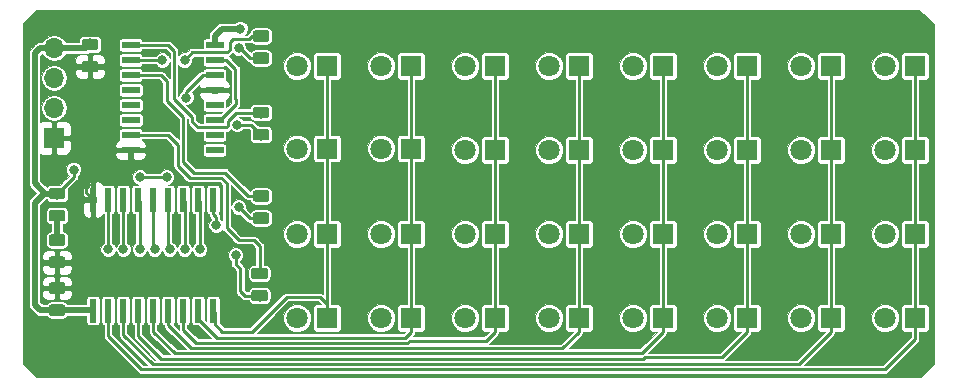
<source format=gbr>
G04 #@! TF.GenerationSoftware,KiCad,Pcbnew,5.0.2+dfsg1-1*
G04 #@! TF.CreationDate,2019-01-13T01:33:18+00:00*
G04 #@! TF.ProjectId,led_matrix_v1,6c65645f-6d61-4747-9269-785f76312e6b,rev?*
G04 #@! TF.SameCoordinates,Original*
G04 #@! TF.FileFunction,Copper,L1,Top*
G04 #@! TF.FilePolarity,Positive*
%FSLAX46Y46*%
G04 Gerber Fmt 4.6, Leading zero omitted, Abs format (unit mm)*
G04 Created by KiCad (PCBNEW 5.0.2+dfsg1-1) date Sun 13 Jan 2019 01:33:18 GMT*
%MOMM*%
%LPD*%
G01*
G04 APERTURE LIST*
G04 #@! TA.AperFunction,ComponentPad*
%ADD10R,1.800000X1.800000*%
G04 #@! TD*
G04 #@! TA.AperFunction,ComponentPad*
%ADD11C,1.800000*%
G04 #@! TD*
G04 #@! TA.AperFunction,SMDPad,CuDef*
%ADD12R,1.500000X0.600000*%
G04 #@! TD*
G04 #@! TA.AperFunction,Conductor*
%ADD13C,0.100000*%
G04 #@! TD*
G04 #@! TA.AperFunction,SMDPad,CuDef*
%ADD14C,0.975000*%
G04 #@! TD*
G04 #@! TA.AperFunction,ComponentPad*
%ADD15R,1.700000X1.700000*%
G04 #@! TD*
G04 #@! TA.AperFunction,ComponentPad*
%ADD16O,1.700000X1.700000*%
G04 #@! TD*
G04 #@! TA.AperFunction,SMDPad,CuDef*
%ADD17R,0.600000X2.000000*%
G04 #@! TD*
G04 #@! TA.AperFunction,ViaPad*
%ADD18C,0.800000*%
G04 #@! TD*
G04 #@! TA.AperFunction,Conductor*
%ADD19C,0.250000*%
G04 #@! TD*
G04 #@! TA.AperFunction,Conductor*
%ADD20C,0.500000*%
G04 #@! TD*
G04 APERTURE END LIST*
D10*
G04 #@! TO.P,D11,1*
G04 #@! TO.N,Net-(D10-Pad1)*
X156464000Y-108966000D03*
D11*
G04 #@! TO.P,D11,2*
G04 #@! TO.N,Net-(D11-Pad2)*
X153924000Y-108966000D03*
G04 #@! TD*
G04 #@! TO.P,D7,2*
G04 #@! TO.N,Net-(D11-Pad2)*
X146812000Y-108966000D03*
D10*
G04 #@! TO.P,D7,1*
G04 #@! TO.N,Net-(D6-Pad1)*
X149352000Y-108966000D03*
G04 #@! TD*
D11*
G04 #@! TO.P,D2,2*
G04 #@! TO.N,Net-(D10-Pad2)*
X139700000Y-94615000D03*
D10*
G04 #@! TO.P,D2,1*
G04 #@! TO.N,Net-(D2-Pad1)*
X142240000Y-94615000D03*
G04 #@! TD*
D11*
G04 #@! TO.P,D10,2*
G04 #@! TO.N,Net-(D10-Pad2)*
X153924000Y-94742000D03*
D10*
G04 #@! TO.P,D10,1*
G04 #@! TO.N,Net-(D10-Pad1)*
X156464000Y-94742000D03*
G04 #@! TD*
D12*
G04 #@! TO.P,4022,1*
G04 #@! TO.N,Net-(R4-Pad2)*
X125615000Y-85852000D03*
G04 #@! TO.P,4022,2*
G04 #@! TO.N,Net-(R2-Pad1)*
X125615000Y-87122000D03*
G04 #@! TO.P,4022,3*
G04 #@! TO.N,Net-(R5-Pad1)*
X125615000Y-88392000D03*
G04 #@! TO.P,4022,4*
G04 #@! TO.N,Net-(U1-Pad4)*
X125615000Y-89662000D03*
G04 #@! TO.P,4022,5*
G04 #@! TO.N,Net-(U1-Pad5)*
X125615000Y-90932000D03*
G04 #@! TO.P,4022,6*
G04 #@! TO.N,N/C*
X125615000Y-92202000D03*
G04 #@! TO.P,4022,7*
G04 #@! TO.N,Net-(R3-Pad2)*
X125615000Y-93472000D03*
G04 #@! TO.P,4022,8*
G04 #@! TO.N,GND*
X125615000Y-94742000D03*
G04 #@! TO.P,4022,9*
G04 #@! TO.N,N/C*
X132715000Y-94742000D03*
G04 #@! TO.P,4022,10*
G04 #@! TO.N,Net-(U1-Pad10)*
X132715000Y-93472000D03*
G04 #@! TO.P,4022,11*
G04 #@! TO.N,Net-(U1-Pad11)*
X132715000Y-92202000D03*
G04 #@! TO.P,4022,12*
G04 #@! TO.N,Net-(U1-Pad12)*
X132715000Y-90932000D03*
G04 #@! TO.P,4022,13*
G04 #@! TO.N,GND*
X132715000Y-89662000D03*
G04 #@! TO.P,4022,14*
G04 #@! TO.N,D_CLK*
X132715000Y-88392000D03*
G04 #@! TO.P,4022,15*
G04 #@! TO.N,Net-(U1-Pad11)*
X132715000Y-87122000D03*
G04 #@! TO.P,4022,16*
G04 #@! TO.N,VCC*
X132715000Y-85852000D03*
G04 #@! TD*
D13*
G04 #@! TO.N,GND*
G04 #@! TO.C,C1*
G36*
X122654142Y-87192174D02*
X122677803Y-87195684D01*
X122701007Y-87201496D01*
X122723529Y-87209554D01*
X122745153Y-87219782D01*
X122765670Y-87232079D01*
X122784883Y-87246329D01*
X122802607Y-87262393D01*
X122818671Y-87280117D01*
X122832921Y-87299330D01*
X122845218Y-87319847D01*
X122855446Y-87341471D01*
X122863504Y-87363993D01*
X122869316Y-87387197D01*
X122872826Y-87410858D01*
X122874000Y-87434750D01*
X122874000Y-87922250D01*
X122872826Y-87946142D01*
X122869316Y-87969803D01*
X122863504Y-87993007D01*
X122855446Y-88015529D01*
X122845218Y-88037153D01*
X122832921Y-88057670D01*
X122818671Y-88076883D01*
X122802607Y-88094607D01*
X122784883Y-88110671D01*
X122765670Y-88124921D01*
X122745153Y-88137218D01*
X122723529Y-88147446D01*
X122701007Y-88155504D01*
X122677803Y-88161316D01*
X122654142Y-88164826D01*
X122630250Y-88166000D01*
X121717750Y-88166000D01*
X121693858Y-88164826D01*
X121670197Y-88161316D01*
X121646993Y-88155504D01*
X121624471Y-88147446D01*
X121602847Y-88137218D01*
X121582330Y-88124921D01*
X121563117Y-88110671D01*
X121545393Y-88094607D01*
X121529329Y-88076883D01*
X121515079Y-88057670D01*
X121502782Y-88037153D01*
X121492554Y-88015529D01*
X121484496Y-87993007D01*
X121478684Y-87969803D01*
X121475174Y-87946142D01*
X121474000Y-87922250D01*
X121474000Y-87434750D01*
X121475174Y-87410858D01*
X121478684Y-87387197D01*
X121484496Y-87363993D01*
X121492554Y-87341471D01*
X121502782Y-87319847D01*
X121515079Y-87299330D01*
X121529329Y-87280117D01*
X121545393Y-87262393D01*
X121563117Y-87246329D01*
X121582330Y-87232079D01*
X121602847Y-87219782D01*
X121624471Y-87209554D01*
X121646993Y-87201496D01*
X121670197Y-87195684D01*
X121693858Y-87192174D01*
X121717750Y-87191000D01*
X122630250Y-87191000D01*
X122654142Y-87192174D01*
X122654142Y-87192174D01*
G37*
D14*
G04 #@! TD*
G04 #@! TO.P,C1,2*
G04 #@! TO.N,GND*
X122174000Y-87678500D03*
D13*
G04 #@! TO.N,VCC*
G04 #@! TO.C,C1*
G36*
X122654142Y-85317174D02*
X122677803Y-85320684D01*
X122701007Y-85326496D01*
X122723529Y-85334554D01*
X122745153Y-85344782D01*
X122765670Y-85357079D01*
X122784883Y-85371329D01*
X122802607Y-85387393D01*
X122818671Y-85405117D01*
X122832921Y-85424330D01*
X122845218Y-85444847D01*
X122855446Y-85466471D01*
X122863504Y-85488993D01*
X122869316Y-85512197D01*
X122872826Y-85535858D01*
X122874000Y-85559750D01*
X122874000Y-86047250D01*
X122872826Y-86071142D01*
X122869316Y-86094803D01*
X122863504Y-86118007D01*
X122855446Y-86140529D01*
X122845218Y-86162153D01*
X122832921Y-86182670D01*
X122818671Y-86201883D01*
X122802607Y-86219607D01*
X122784883Y-86235671D01*
X122765670Y-86249921D01*
X122745153Y-86262218D01*
X122723529Y-86272446D01*
X122701007Y-86280504D01*
X122677803Y-86286316D01*
X122654142Y-86289826D01*
X122630250Y-86291000D01*
X121717750Y-86291000D01*
X121693858Y-86289826D01*
X121670197Y-86286316D01*
X121646993Y-86280504D01*
X121624471Y-86272446D01*
X121602847Y-86262218D01*
X121582330Y-86249921D01*
X121563117Y-86235671D01*
X121545393Y-86219607D01*
X121529329Y-86201883D01*
X121515079Y-86182670D01*
X121502782Y-86162153D01*
X121492554Y-86140529D01*
X121484496Y-86118007D01*
X121478684Y-86094803D01*
X121475174Y-86071142D01*
X121474000Y-86047250D01*
X121474000Y-85559750D01*
X121475174Y-85535858D01*
X121478684Y-85512197D01*
X121484496Y-85488993D01*
X121492554Y-85466471D01*
X121502782Y-85444847D01*
X121515079Y-85424330D01*
X121529329Y-85405117D01*
X121545393Y-85387393D01*
X121563117Y-85371329D01*
X121582330Y-85357079D01*
X121602847Y-85344782D01*
X121624471Y-85334554D01*
X121646993Y-85326496D01*
X121670197Y-85320684D01*
X121693858Y-85317174D01*
X121717750Y-85316000D01*
X122630250Y-85316000D01*
X122654142Y-85317174D01*
X122654142Y-85317174D01*
G37*
D14*
G04 #@! TD*
G04 #@! TO.P,C1,1*
G04 #@! TO.N,VCC*
X122174000Y-85803500D03*
D13*
G04 #@! TO.N,VCC*
G04 #@! TO.C,C4*
G36*
X119860142Y-107814674D02*
X119883803Y-107818184D01*
X119907007Y-107823996D01*
X119929529Y-107832054D01*
X119951153Y-107842282D01*
X119971670Y-107854579D01*
X119990883Y-107868829D01*
X120008607Y-107884893D01*
X120024671Y-107902617D01*
X120038921Y-107921830D01*
X120051218Y-107942347D01*
X120061446Y-107963971D01*
X120069504Y-107986493D01*
X120075316Y-108009697D01*
X120078826Y-108033358D01*
X120080000Y-108057250D01*
X120080000Y-108544750D01*
X120078826Y-108568642D01*
X120075316Y-108592303D01*
X120069504Y-108615507D01*
X120061446Y-108638029D01*
X120051218Y-108659653D01*
X120038921Y-108680170D01*
X120024671Y-108699383D01*
X120008607Y-108717107D01*
X119990883Y-108733171D01*
X119971670Y-108747421D01*
X119951153Y-108759718D01*
X119929529Y-108769946D01*
X119907007Y-108778004D01*
X119883803Y-108783816D01*
X119860142Y-108787326D01*
X119836250Y-108788500D01*
X118923750Y-108788500D01*
X118899858Y-108787326D01*
X118876197Y-108783816D01*
X118852993Y-108778004D01*
X118830471Y-108769946D01*
X118808847Y-108759718D01*
X118788330Y-108747421D01*
X118769117Y-108733171D01*
X118751393Y-108717107D01*
X118735329Y-108699383D01*
X118721079Y-108680170D01*
X118708782Y-108659653D01*
X118698554Y-108638029D01*
X118690496Y-108615507D01*
X118684684Y-108592303D01*
X118681174Y-108568642D01*
X118680000Y-108544750D01*
X118680000Y-108057250D01*
X118681174Y-108033358D01*
X118684684Y-108009697D01*
X118690496Y-107986493D01*
X118698554Y-107963971D01*
X118708782Y-107942347D01*
X118721079Y-107921830D01*
X118735329Y-107902617D01*
X118751393Y-107884893D01*
X118769117Y-107868829D01*
X118788330Y-107854579D01*
X118808847Y-107842282D01*
X118830471Y-107832054D01*
X118852993Y-107823996D01*
X118876197Y-107818184D01*
X118899858Y-107814674D01*
X118923750Y-107813500D01*
X119836250Y-107813500D01*
X119860142Y-107814674D01*
X119860142Y-107814674D01*
G37*
D14*
G04 #@! TD*
G04 #@! TO.P,C4,1*
G04 #@! TO.N,VCC*
X119380000Y-108301000D03*
D13*
G04 #@! TO.N,GND*
G04 #@! TO.C,C4*
G36*
X119860142Y-105939674D02*
X119883803Y-105943184D01*
X119907007Y-105948996D01*
X119929529Y-105957054D01*
X119951153Y-105967282D01*
X119971670Y-105979579D01*
X119990883Y-105993829D01*
X120008607Y-106009893D01*
X120024671Y-106027617D01*
X120038921Y-106046830D01*
X120051218Y-106067347D01*
X120061446Y-106088971D01*
X120069504Y-106111493D01*
X120075316Y-106134697D01*
X120078826Y-106158358D01*
X120080000Y-106182250D01*
X120080000Y-106669750D01*
X120078826Y-106693642D01*
X120075316Y-106717303D01*
X120069504Y-106740507D01*
X120061446Y-106763029D01*
X120051218Y-106784653D01*
X120038921Y-106805170D01*
X120024671Y-106824383D01*
X120008607Y-106842107D01*
X119990883Y-106858171D01*
X119971670Y-106872421D01*
X119951153Y-106884718D01*
X119929529Y-106894946D01*
X119907007Y-106903004D01*
X119883803Y-106908816D01*
X119860142Y-106912326D01*
X119836250Y-106913500D01*
X118923750Y-106913500D01*
X118899858Y-106912326D01*
X118876197Y-106908816D01*
X118852993Y-106903004D01*
X118830471Y-106894946D01*
X118808847Y-106884718D01*
X118788330Y-106872421D01*
X118769117Y-106858171D01*
X118751393Y-106842107D01*
X118735329Y-106824383D01*
X118721079Y-106805170D01*
X118708782Y-106784653D01*
X118698554Y-106763029D01*
X118690496Y-106740507D01*
X118684684Y-106717303D01*
X118681174Y-106693642D01*
X118680000Y-106669750D01*
X118680000Y-106182250D01*
X118681174Y-106158358D01*
X118684684Y-106134697D01*
X118690496Y-106111493D01*
X118698554Y-106088971D01*
X118708782Y-106067347D01*
X118721079Y-106046830D01*
X118735329Y-106027617D01*
X118751393Y-106009893D01*
X118769117Y-105993829D01*
X118788330Y-105979579D01*
X118808847Y-105967282D01*
X118830471Y-105957054D01*
X118852993Y-105948996D01*
X118876197Y-105943184D01*
X118899858Y-105939674D01*
X118923750Y-105938500D01*
X119836250Y-105938500D01*
X119860142Y-105939674D01*
X119860142Y-105939674D01*
G37*
D14*
G04 #@! TD*
G04 #@! TO.P,C4,2*
G04 #@! TO.N,GND*
X119380000Y-106426000D03*
D13*
G04 #@! TO.N,GND*
G04 #@! TO.C,D1*
G36*
X119860142Y-103750674D02*
X119883803Y-103754184D01*
X119907007Y-103759996D01*
X119929529Y-103768054D01*
X119951153Y-103778282D01*
X119971670Y-103790579D01*
X119990883Y-103804829D01*
X120008607Y-103820893D01*
X120024671Y-103838617D01*
X120038921Y-103857830D01*
X120051218Y-103878347D01*
X120061446Y-103899971D01*
X120069504Y-103922493D01*
X120075316Y-103945697D01*
X120078826Y-103969358D01*
X120080000Y-103993250D01*
X120080000Y-104480750D01*
X120078826Y-104504642D01*
X120075316Y-104528303D01*
X120069504Y-104551507D01*
X120061446Y-104574029D01*
X120051218Y-104595653D01*
X120038921Y-104616170D01*
X120024671Y-104635383D01*
X120008607Y-104653107D01*
X119990883Y-104669171D01*
X119971670Y-104683421D01*
X119951153Y-104695718D01*
X119929529Y-104705946D01*
X119907007Y-104714004D01*
X119883803Y-104719816D01*
X119860142Y-104723326D01*
X119836250Y-104724500D01*
X118923750Y-104724500D01*
X118899858Y-104723326D01*
X118876197Y-104719816D01*
X118852993Y-104714004D01*
X118830471Y-104705946D01*
X118808847Y-104695718D01*
X118788330Y-104683421D01*
X118769117Y-104669171D01*
X118751393Y-104653107D01*
X118735329Y-104635383D01*
X118721079Y-104616170D01*
X118708782Y-104595653D01*
X118698554Y-104574029D01*
X118690496Y-104551507D01*
X118684684Y-104528303D01*
X118681174Y-104504642D01*
X118680000Y-104480750D01*
X118680000Y-103993250D01*
X118681174Y-103969358D01*
X118684684Y-103945697D01*
X118690496Y-103922493D01*
X118698554Y-103899971D01*
X118708782Y-103878347D01*
X118721079Y-103857830D01*
X118735329Y-103838617D01*
X118751393Y-103820893D01*
X118769117Y-103804829D01*
X118788330Y-103790579D01*
X118808847Y-103778282D01*
X118830471Y-103768054D01*
X118852993Y-103759996D01*
X118876197Y-103754184D01*
X118899858Y-103750674D01*
X118923750Y-103749500D01*
X119836250Y-103749500D01*
X119860142Y-103750674D01*
X119860142Y-103750674D01*
G37*
D14*
G04 #@! TD*
G04 #@! TO.P,D1,1*
G04 #@! TO.N,GND*
X119380000Y-104237000D03*
D13*
G04 #@! TO.N,Net-(D1-Pad2)*
G04 #@! TO.C,D1*
G36*
X119860142Y-101875674D02*
X119883803Y-101879184D01*
X119907007Y-101884996D01*
X119929529Y-101893054D01*
X119951153Y-101903282D01*
X119971670Y-101915579D01*
X119990883Y-101929829D01*
X120008607Y-101945893D01*
X120024671Y-101963617D01*
X120038921Y-101982830D01*
X120051218Y-102003347D01*
X120061446Y-102024971D01*
X120069504Y-102047493D01*
X120075316Y-102070697D01*
X120078826Y-102094358D01*
X120080000Y-102118250D01*
X120080000Y-102605750D01*
X120078826Y-102629642D01*
X120075316Y-102653303D01*
X120069504Y-102676507D01*
X120061446Y-102699029D01*
X120051218Y-102720653D01*
X120038921Y-102741170D01*
X120024671Y-102760383D01*
X120008607Y-102778107D01*
X119990883Y-102794171D01*
X119971670Y-102808421D01*
X119951153Y-102820718D01*
X119929529Y-102830946D01*
X119907007Y-102839004D01*
X119883803Y-102844816D01*
X119860142Y-102848326D01*
X119836250Y-102849500D01*
X118923750Y-102849500D01*
X118899858Y-102848326D01*
X118876197Y-102844816D01*
X118852993Y-102839004D01*
X118830471Y-102830946D01*
X118808847Y-102820718D01*
X118788330Y-102808421D01*
X118769117Y-102794171D01*
X118751393Y-102778107D01*
X118735329Y-102760383D01*
X118721079Y-102741170D01*
X118708782Y-102720653D01*
X118698554Y-102699029D01*
X118690496Y-102676507D01*
X118684684Y-102653303D01*
X118681174Y-102629642D01*
X118680000Y-102605750D01*
X118680000Y-102118250D01*
X118681174Y-102094358D01*
X118684684Y-102070697D01*
X118690496Y-102047493D01*
X118698554Y-102024971D01*
X118708782Y-102003347D01*
X118721079Y-101982830D01*
X118735329Y-101963617D01*
X118751393Y-101945893D01*
X118769117Y-101929829D01*
X118788330Y-101915579D01*
X118808847Y-101903282D01*
X118830471Y-101893054D01*
X118852993Y-101884996D01*
X118876197Y-101879184D01*
X118899858Y-101875674D01*
X118923750Y-101874500D01*
X119836250Y-101874500D01*
X119860142Y-101875674D01*
X119860142Y-101875674D01*
G37*
D14*
G04 #@! TD*
G04 #@! TO.P,D1,2*
G04 #@! TO.N,Net-(D1-Pad2)*
X119380000Y-102362000D03*
D10*
G04 #@! TO.P,D3,1*
G04 #@! TO.N,Net-(D2-Pad1)*
X142240000Y-108966000D03*
D11*
G04 #@! TO.P,D3,2*
G04 #@! TO.N,Net-(D11-Pad2)*
X139700000Y-108966000D03*
G04 #@! TD*
G04 #@! TO.P,,2*
G04 #@! TO.N,Net-(D12-Pad2)*
X139700000Y-87630000D03*
D10*
G04 #@! TO.P,,1*
G04 #@! TO.N,Net-(D2-Pad1)*
X142240000Y-87630000D03*
G04 #@! TD*
G04 #@! TO.P,+,1*
G04 #@! TO.N,Net-(D2-Pad1)*
X142240000Y-101854000D03*
D11*
G04 #@! TO.P,+,2*
G04 #@! TO.N,Net-(D13-Pad2)*
X139700000Y-101854000D03*
G04 #@! TD*
D10*
G04 #@! TO.P,D6,1*
G04 #@! TO.N,Net-(D6-Pad1)*
X149352000Y-94615000D03*
D11*
G04 #@! TO.P,D6,2*
G04 #@! TO.N,Net-(D10-Pad2)*
X146812000Y-94615000D03*
G04 #@! TD*
D10*
G04 #@! TO.P,D8,1*
G04 #@! TO.N,Net-(D6-Pad1)*
X149352000Y-87630000D03*
D11*
G04 #@! TO.P,D8,2*
G04 #@! TO.N,Net-(D12-Pad2)*
X146812000Y-87630000D03*
G04 #@! TD*
D10*
G04 #@! TO.P,+,1*
G04 #@! TO.N,Net-(D6-Pad1)*
X149352000Y-101854000D03*
D11*
G04 #@! TO.P,+,2*
G04 #@! TO.N,Net-(D13-Pad2)*
X146812000Y-101854000D03*
G04 #@! TD*
G04 #@! TO.P,D12,2*
G04 #@! TO.N,Net-(D12-Pad2)*
X153924000Y-87630000D03*
D10*
G04 #@! TO.P,D12,1*
G04 #@! TO.N,Net-(D10-Pad1)*
X156464000Y-87630000D03*
G04 #@! TD*
D11*
G04 #@! TO.P,D13,2*
G04 #@! TO.N,Net-(D13-Pad2)*
X153924000Y-101854000D03*
D10*
G04 #@! TO.P,D13,1*
G04 #@! TO.N,Net-(D10-Pad1)*
X156464000Y-101854000D03*
G04 #@! TD*
G04 #@! TO.P,-,1*
G04 #@! TO.N,Net-(D14-Pad1)*
X163576000Y-94742000D03*
D11*
G04 #@! TO.P,-,2*
G04 #@! TO.N,Net-(D10-Pad2)*
X161036000Y-94742000D03*
G04 #@! TD*
G04 #@! TO.P,D15,2*
G04 #@! TO.N,Net-(D11-Pad2)*
X161036000Y-108966000D03*
D10*
G04 #@! TO.P,D15,1*
G04 #@! TO.N,Net-(D14-Pad1)*
X163576000Y-108966000D03*
G04 #@! TD*
G04 #@! TO.P,D16,1*
G04 #@! TO.N,Net-(D14-Pad1)*
X163576000Y-87630000D03*
D11*
G04 #@! TO.P,D16,2*
G04 #@! TO.N,Net-(D12-Pad2)*
X161036000Y-87630000D03*
G04 #@! TD*
G04 #@! TO.P,D17,2*
G04 #@! TO.N,Net-(D13-Pad2)*
X161036000Y-101854000D03*
D10*
G04 #@! TO.P,D17,1*
G04 #@! TO.N,Net-(D14-Pad1)*
X163576000Y-101854000D03*
G04 #@! TD*
D11*
G04 #@! TO.P,D18,2*
G04 #@! TO.N,Net-(D10-Pad2)*
X168148000Y-94742000D03*
D10*
G04 #@! TO.P,D18,1*
G04 #@! TO.N,Net-(D18-Pad1)*
X170688000Y-94742000D03*
G04 #@! TD*
G04 #@! TO.P,D19,1*
G04 #@! TO.N,Net-(D18-Pad1)*
X170688000Y-108966000D03*
D11*
G04 #@! TO.P,D19,2*
G04 #@! TO.N,Net-(D11-Pad2)*
X168148000Y-108966000D03*
G04 #@! TD*
G04 #@! TO.P,D20,2*
G04 #@! TO.N,Net-(D12-Pad2)*
X168148000Y-87630000D03*
D10*
G04 #@! TO.P,D20,1*
G04 #@! TO.N,Net-(D18-Pad1)*
X170688000Y-87630000D03*
G04 #@! TD*
G04 #@! TO.P,D21,1*
G04 #@! TO.N,Net-(D18-Pad1)*
X170688000Y-101854000D03*
D11*
G04 #@! TO.P,D21,2*
G04 #@! TO.N,Net-(D13-Pad2)*
X168148000Y-101854000D03*
G04 #@! TD*
D10*
G04 #@! TO.P,D22,1*
G04 #@! TO.N,Net-(D22-Pad1)*
X177800000Y-94742000D03*
D11*
G04 #@! TO.P,D22,2*
G04 #@! TO.N,Net-(D10-Pad2)*
X175260000Y-94742000D03*
G04 #@! TD*
G04 #@! TO.P,D23,2*
G04 #@! TO.N,Net-(D11-Pad2)*
X175260000Y-108966000D03*
D10*
G04 #@! TO.P,D23,1*
G04 #@! TO.N,Net-(D22-Pad1)*
X177800000Y-108966000D03*
G04 #@! TD*
G04 #@! TO.P,D24,1*
G04 #@! TO.N,Net-(D22-Pad1)*
X177800000Y-87630000D03*
D11*
G04 #@! TO.P,D24,2*
G04 #@! TO.N,Net-(D12-Pad2)*
X175260000Y-87630000D03*
G04 #@! TD*
G04 #@! TO.P,D25,2*
G04 #@! TO.N,Net-(D13-Pad2)*
X175260000Y-101854000D03*
D10*
G04 #@! TO.P,D25,1*
G04 #@! TO.N,Net-(D22-Pad1)*
X177800000Y-101854000D03*
G04 #@! TD*
D11*
G04 #@! TO.P,D26,2*
G04 #@! TO.N,Net-(D10-Pad2)*
X182372000Y-94742000D03*
D10*
G04 #@! TO.P,D26,1*
G04 #@! TO.N,Net-(D26-Pad1)*
X184912000Y-94742000D03*
G04 #@! TD*
G04 #@! TO.P,D27,1*
G04 #@! TO.N,Net-(D26-Pad1)*
X184912000Y-108966000D03*
D11*
G04 #@! TO.P,D27,2*
G04 #@! TO.N,Net-(D11-Pad2)*
X182372000Y-108966000D03*
G04 #@! TD*
G04 #@! TO.P,D28,2*
G04 #@! TO.N,Net-(D12-Pad2)*
X182372000Y-87630000D03*
D10*
G04 #@! TO.P,D28,1*
G04 #@! TO.N,Net-(D26-Pad1)*
X184912000Y-87630000D03*
G04 #@! TD*
G04 #@! TO.P,D29,1*
G04 #@! TO.N,Net-(D26-Pad1)*
X184912000Y-101854000D03*
D11*
G04 #@! TO.P,D29,2*
G04 #@! TO.N,Net-(D13-Pad2)*
X182372000Y-101854000D03*
G04 #@! TD*
D10*
G04 #@! TO.P,D30,1*
G04 #@! TO.N,Net-(D30-Pad1)*
X192024000Y-94742000D03*
D11*
G04 #@! TO.P,D30,2*
G04 #@! TO.N,Net-(D10-Pad2)*
X189484000Y-94742000D03*
G04 #@! TD*
G04 #@! TO.P,D31,2*
G04 #@! TO.N,Net-(D11-Pad2)*
X189484000Y-108966000D03*
D10*
G04 #@! TO.P,D31,1*
G04 #@! TO.N,Net-(D30-Pad1)*
X192024000Y-108966000D03*
G04 #@! TD*
G04 #@! TO.P,D32,1*
G04 #@! TO.N,Net-(D30-Pad1)*
X192024000Y-87630000D03*
D11*
G04 #@! TO.P,D32,2*
G04 #@! TO.N,Net-(D12-Pad2)*
X189484000Y-87630000D03*
G04 #@! TD*
G04 #@! TO.P,D33,2*
G04 #@! TO.N,Net-(D13-Pad2)*
X189484000Y-101854000D03*
D10*
G04 #@! TO.P,D33,1*
G04 #@! TO.N,Net-(D30-Pad1)*
X192024000Y-101854000D03*
G04 #@! TD*
D15*
G04 #@! TO.P,J1,1*
G04 #@! TO.N,GND*
X119126000Y-93726000D03*
D16*
G04 #@! TO.P,J1,2*
G04 #@! TO.N,DATA*
X119126000Y-91186000D03*
G04 #@! TO.P,J1,3*
G04 #@! TO.N,CLK*
X119126000Y-88646000D03*
G04 #@! TO.P,J1,4*
G04 #@! TO.N,VCC*
X119126000Y-86106000D03*
G04 #@! TD*
D13*
G04 #@! TO.N,Net-(Q1-Pad1)*
G04 #@! TO.C,R1*
G36*
X137132142Y-86478674D02*
X137155803Y-86482184D01*
X137179007Y-86487996D01*
X137201529Y-86496054D01*
X137223153Y-86506282D01*
X137243670Y-86518579D01*
X137262883Y-86532829D01*
X137280607Y-86548893D01*
X137296671Y-86566617D01*
X137310921Y-86585830D01*
X137323218Y-86606347D01*
X137333446Y-86627971D01*
X137341504Y-86650493D01*
X137347316Y-86673697D01*
X137350826Y-86697358D01*
X137352000Y-86721250D01*
X137352000Y-87208750D01*
X137350826Y-87232642D01*
X137347316Y-87256303D01*
X137341504Y-87279507D01*
X137333446Y-87302029D01*
X137323218Y-87323653D01*
X137310921Y-87344170D01*
X137296671Y-87363383D01*
X137280607Y-87381107D01*
X137262883Y-87397171D01*
X137243670Y-87411421D01*
X137223153Y-87423718D01*
X137201529Y-87433946D01*
X137179007Y-87442004D01*
X137155803Y-87447816D01*
X137132142Y-87451326D01*
X137108250Y-87452500D01*
X136195750Y-87452500D01*
X136171858Y-87451326D01*
X136148197Y-87447816D01*
X136124993Y-87442004D01*
X136102471Y-87433946D01*
X136080847Y-87423718D01*
X136060330Y-87411421D01*
X136041117Y-87397171D01*
X136023393Y-87381107D01*
X136007329Y-87363383D01*
X135993079Y-87344170D01*
X135980782Y-87323653D01*
X135970554Y-87302029D01*
X135962496Y-87279507D01*
X135956684Y-87256303D01*
X135953174Y-87232642D01*
X135952000Y-87208750D01*
X135952000Y-86721250D01*
X135953174Y-86697358D01*
X135956684Y-86673697D01*
X135962496Y-86650493D01*
X135970554Y-86627971D01*
X135980782Y-86606347D01*
X135993079Y-86585830D01*
X136007329Y-86566617D01*
X136023393Y-86548893D01*
X136041117Y-86532829D01*
X136060330Y-86518579D01*
X136080847Y-86506282D01*
X136102471Y-86496054D01*
X136124993Y-86487996D01*
X136148197Y-86482184D01*
X136171858Y-86478674D01*
X136195750Y-86477500D01*
X137108250Y-86477500D01*
X137132142Y-86478674D01*
X137132142Y-86478674D01*
G37*
D14*
G04 #@! TD*
G04 #@! TO.P,R1,2*
G04 #@! TO.N,Net-(Q1-Pad1)*
X136652000Y-86965000D03*
D13*
G04 #@! TO.N,Net-(R2-Pad1)*
G04 #@! TO.C,R1*
G36*
X137132142Y-84603674D02*
X137155803Y-84607184D01*
X137179007Y-84612996D01*
X137201529Y-84621054D01*
X137223153Y-84631282D01*
X137243670Y-84643579D01*
X137262883Y-84657829D01*
X137280607Y-84673893D01*
X137296671Y-84691617D01*
X137310921Y-84710830D01*
X137323218Y-84731347D01*
X137333446Y-84752971D01*
X137341504Y-84775493D01*
X137347316Y-84798697D01*
X137350826Y-84822358D01*
X137352000Y-84846250D01*
X137352000Y-85333750D01*
X137350826Y-85357642D01*
X137347316Y-85381303D01*
X137341504Y-85404507D01*
X137333446Y-85427029D01*
X137323218Y-85448653D01*
X137310921Y-85469170D01*
X137296671Y-85488383D01*
X137280607Y-85506107D01*
X137262883Y-85522171D01*
X137243670Y-85536421D01*
X137223153Y-85548718D01*
X137201529Y-85558946D01*
X137179007Y-85567004D01*
X137155803Y-85572816D01*
X137132142Y-85576326D01*
X137108250Y-85577500D01*
X136195750Y-85577500D01*
X136171858Y-85576326D01*
X136148197Y-85572816D01*
X136124993Y-85567004D01*
X136102471Y-85558946D01*
X136080847Y-85548718D01*
X136060330Y-85536421D01*
X136041117Y-85522171D01*
X136023393Y-85506107D01*
X136007329Y-85488383D01*
X135993079Y-85469170D01*
X135980782Y-85448653D01*
X135970554Y-85427029D01*
X135962496Y-85404507D01*
X135956684Y-85381303D01*
X135953174Y-85357642D01*
X135952000Y-85333750D01*
X135952000Y-84846250D01*
X135953174Y-84822358D01*
X135956684Y-84798697D01*
X135962496Y-84775493D01*
X135970554Y-84752971D01*
X135980782Y-84731347D01*
X135993079Y-84710830D01*
X136007329Y-84691617D01*
X136023393Y-84673893D01*
X136041117Y-84657829D01*
X136060330Y-84643579D01*
X136080847Y-84631282D01*
X136102471Y-84621054D01*
X136124993Y-84612996D01*
X136148197Y-84607184D01*
X136171858Y-84603674D01*
X136195750Y-84602500D01*
X137108250Y-84602500D01*
X137132142Y-84603674D01*
X137132142Y-84603674D01*
G37*
D14*
G04 #@! TD*
G04 #@! TO.P,R1,1*
G04 #@! TO.N,Net-(R2-Pad1)*
X136652000Y-85090000D03*
D13*
G04 #@! TO.N,Net-(R3-Pad2)*
G04 #@! TO.C,R4*
G36*
X137005142Y-104699674D02*
X137028803Y-104703184D01*
X137052007Y-104708996D01*
X137074529Y-104717054D01*
X137096153Y-104727282D01*
X137116670Y-104739579D01*
X137135883Y-104753829D01*
X137153607Y-104769893D01*
X137169671Y-104787617D01*
X137183921Y-104806830D01*
X137196218Y-104827347D01*
X137206446Y-104848971D01*
X137214504Y-104871493D01*
X137220316Y-104894697D01*
X137223826Y-104918358D01*
X137225000Y-104942250D01*
X137225000Y-105429750D01*
X137223826Y-105453642D01*
X137220316Y-105477303D01*
X137214504Y-105500507D01*
X137206446Y-105523029D01*
X137196218Y-105544653D01*
X137183921Y-105565170D01*
X137169671Y-105584383D01*
X137153607Y-105602107D01*
X137135883Y-105618171D01*
X137116670Y-105632421D01*
X137096153Y-105644718D01*
X137074529Y-105654946D01*
X137052007Y-105663004D01*
X137028803Y-105668816D01*
X137005142Y-105672326D01*
X136981250Y-105673500D01*
X136068750Y-105673500D01*
X136044858Y-105672326D01*
X136021197Y-105668816D01*
X135997993Y-105663004D01*
X135975471Y-105654946D01*
X135953847Y-105644718D01*
X135933330Y-105632421D01*
X135914117Y-105618171D01*
X135896393Y-105602107D01*
X135880329Y-105584383D01*
X135866079Y-105565170D01*
X135853782Y-105544653D01*
X135843554Y-105523029D01*
X135835496Y-105500507D01*
X135829684Y-105477303D01*
X135826174Y-105453642D01*
X135825000Y-105429750D01*
X135825000Y-104942250D01*
X135826174Y-104918358D01*
X135829684Y-104894697D01*
X135835496Y-104871493D01*
X135843554Y-104848971D01*
X135853782Y-104827347D01*
X135866079Y-104806830D01*
X135880329Y-104787617D01*
X135896393Y-104769893D01*
X135914117Y-104753829D01*
X135933330Y-104739579D01*
X135953847Y-104727282D01*
X135975471Y-104717054D01*
X135997993Y-104708996D01*
X136021197Y-104703184D01*
X136044858Y-104699674D01*
X136068750Y-104698500D01*
X136981250Y-104698500D01*
X137005142Y-104699674D01*
X137005142Y-104699674D01*
G37*
D14*
G04 #@! TD*
G04 #@! TO.P,R4,2*
G04 #@! TO.N,Net-(R3-Pad2)*
X136525000Y-105186000D03*
D13*
G04 #@! TO.N,Net-(Q4-Pad1)*
G04 #@! TO.C,R4*
G36*
X137005142Y-106574674D02*
X137028803Y-106578184D01*
X137052007Y-106583996D01*
X137074529Y-106592054D01*
X137096153Y-106602282D01*
X137116670Y-106614579D01*
X137135883Y-106628829D01*
X137153607Y-106644893D01*
X137169671Y-106662617D01*
X137183921Y-106681830D01*
X137196218Y-106702347D01*
X137206446Y-106723971D01*
X137214504Y-106746493D01*
X137220316Y-106769697D01*
X137223826Y-106793358D01*
X137225000Y-106817250D01*
X137225000Y-107304750D01*
X137223826Y-107328642D01*
X137220316Y-107352303D01*
X137214504Y-107375507D01*
X137206446Y-107398029D01*
X137196218Y-107419653D01*
X137183921Y-107440170D01*
X137169671Y-107459383D01*
X137153607Y-107477107D01*
X137135883Y-107493171D01*
X137116670Y-107507421D01*
X137096153Y-107519718D01*
X137074529Y-107529946D01*
X137052007Y-107538004D01*
X137028803Y-107543816D01*
X137005142Y-107547326D01*
X136981250Y-107548500D01*
X136068750Y-107548500D01*
X136044858Y-107547326D01*
X136021197Y-107543816D01*
X135997993Y-107538004D01*
X135975471Y-107529946D01*
X135953847Y-107519718D01*
X135933330Y-107507421D01*
X135914117Y-107493171D01*
X135896393Y-107477107D01*
X135880329Y-107459383D01*
X135866079Y-107440170D01*
X135853782Y-107419653D01*
X135843554Y-107398029D01*
X135835496Y-107375507D01*
X135829684Y-107352303D01*
X135826174Y-107328642D01*
X135825000Y-107304750D01*
X135825000Y-106817250D01*
X135826174Y-106793358D01*
X135829684Y-106769697D01*
X135835496Y-106746493D01*
X135843554Y-106723971D01*
X135853782Y-106702347D01*
X135866079Y-106681830D01*
X135880329Y-106662617D01*
X135896393Y-106644893D01*
X135914117Y-106628829D01*
X135933330Y-106614579D01*
X135953847Y-106602282D01*
X135975471Y-106592054D01*
X135997993Y-106583996D01*
X136021197Y-106578184D01*
X136044858Y-106574674D01*
X136068750Y-106573500D01*
X136981250Y-106573500D01*
X137005142Y-106574674D01*
X137005142Y-106574674D01*
G37*
D14*
G04 #@! TD*
G04 #@! TO.P,R4,1*
G04 #@! TO.N,Net-(Q4-Pad1)*
X136525000Y-107061000D03*
D13*
G04 #@! TO.N,Net-(Q2-Pad1)*
G04 #@! TO.C,R2*
G36*
X137132142Y-92955674D02*
X137155803Y-92959184D01*
X137179007Y-92964996D01*
X137201529Y-92973054D01*
X137223153Y-92983282D01*
X137243670Y-92995579D01*
X137262883Y-93009829D01*
X137280607Y-93025893D01*
X137296671Y-93043617D01*
X137310921Y-93062830D01*
X137323218Y-93083347D01*
X137333446Y-93104971D01*
X137341504Y-93127493D01*
X137347316Y-93150697D01*
X137350826Y-93174358D01*
X137352000Y-93198250D01*
X137352000Y-93685750D01*
X137350826Y-93709642D01*
X137347316Y-93733303D01*
X137341504Y-93756507D01*
X137333446Y-93779029D01*
X137323218Y-93800653D01*
X137310921Y-93821170D01*
X137296671Y-93840383D01*
X137280607Y-93858107D01*
X137262883Y-93874171D01*
X137243670Y-93888421D01*
X137223153Y-93900718D01*
X137201529Y-93910946D01*
X137179007Y-93919004D01*
X137155803Y-93924816D01*
X137132142Y-93928326D01*
X137108250Y-93929500D01*
X136195750Y-93929500D01*
X136171858Y-93928326D01*
X136148197Y-93924816D01*
X136124993Y-93919004D01*
X136102471Y-93910946D01*
X136080847Y-93900718D01*
X136060330Y-93888421D01*
X136041117Y-93874171D01*
X136023393Y-93858107D01*
X136007329Y-93840383D01*
X135993079Y-93821170D01*
X135980782Y-93800653D01*
X135970554Y-93779029D01*
X135962496Y-93756507D01*
X135956684Y-93733303D01*
X135953174Y-93709642D01*
X135952000Y-93685750D01*
X135952000Y-93198250D01*
X135953174Y-93174358D01*
X135956684Y-93150697D01*
X135962496Y-93127493D01*
X135970554Y-93104971D01*
X135980782Y-93083347D01*
X135993079Y-93062830D01*
X136007329Y-93043617D01*
X136023393Y-93025893D01*
X136041117Y-93009829D01*
X136060330Y-92995579D01*
X136080847Y-92983282D01*
X136102471Y-92973054D01*
X136124993Y-92964996D01*
X136148197Y-92959184D01*
X136171858Y-92955674D01*
X136195750Y-92954500D01*
X137108250Y-92954500D01*
X137132142Y-92955674D01*
X137132142Y-92955674D01*
G37*
D14*
G04 #@! TD*
G04 #@! TO.P,R2,1*
G04 #@! TO.N,Net-(Q2-Pad1)*
X136652000Y-93442000D03*
D13*
G04 #@! TO.N,Net-(R4-Pad2)*
G04 #@! TO.C,R2*
G36*
X137132142Y-91080674D02*
X137155803Y-91084184D01*
X137179007Y-91089996D01*
X137201529Y-91098054D01*
X137223153Y-91108282D01*
X137243670Y-91120579D01*
X137262883Y-91134829D01*
X137280607Y-91150893D01*
X137296671Y-91168617D01*
X137310921Y-91187830D01*
X137323218Y-91208347D01*
X137333446Y-91229971D01*
X137341504Y-91252493D01*
X137347316Y-91275697D01*
X137350826Y-91299358D01*
X137352000Y-91323250D01*
X137352000Y-91810750D01*
X137350826Y-91834642D01*
X137347316Y-91858303D01*
X137341504Y-91881507D01*
X137333446Y-91904029D01*
X137323218Y-91925653D01*
X137310921Y-91946170D01*
X137296671Y-91965383D01*
X137280607Y-91983107D01*
X137262883Y-91999171D01*
X137243670Y-92013421D01*
X137223153Y-92025718D01*
X137201529Y-92035946D01*
X137179007Y-92044004D01*
X137155803Y-92049816D01*
X137132142Y-92053326D01*
X137108250Y-92054500D01*
X136195750Y-92054500D01*
X136171858Y-92053326D01*
X136148197Y-92049816D01*
X136124993Y-92044004D01*
X136102471Y-92035946D01*
X136080847Y-92025718D01*
X136060330Y-92013421D01*
X136041117Y-91999171D01*
X136023393Y-91983107D01*
X136007329Y-91965383D01*
X135993079Y-91946170D01*
X135980782Y-91925653D01*
X135970554Y-91904029D01*
X135962496Y-91881507D01*
X135956684Y-91858303D01*
X135953174Y-91834642D01*
X135952000Y-91810750D01*
X135952000Y-91323250D01*
X135953174Y-91299358D01*
X135956684Y-91275697D01*
X135962496Y-91252493D01*
X135970554Y-91229971D01*
X135980782Y-91208347D01*
X135993079Y-91187830D01*
X136007329Y-91168617D01*
X136023393Y-91150893D01*
X136041117Y-91134829D01*
X136060330Y-91120579D01*
X136080847Y-91108282D01*
X136102471Y-91098054D01*
X136124993Y-91089996D01*
X136148197Y-91084184D01*
X136171858Y-91080674D01*
X136195750Y-91079500D01*
X137108250Y-91079500D01*
X137132142Y-91080674D01*
X137132142Y-91080674D01*
G37*
D14*
G04 #@! TD*
G04 #@! TO.P,R2,2*
G04 #@! TO.N,Net-(R4-Pad2)*
X136652000Y-91567000D03*
D13*
G04 #@! TO.N,Net-(Q3-Pad1)*
G04 #@! TO.C,R3*
G36*
X137132142Y-100019174D02*
X137155803Y-100022684D01*
X137179007Y-100028496D01*
X137201529Y-100036554D01*
X137223153Y-100046782D01*
X137243670Y-100059079D01*
X137262883Y-100073329D01*
X137280607Y-100089393D01*
X137296671Y-100107117D01*
X137310921Y-100126330D01*
X137323218Y-100146847D01*
X137333446Y-100168471D01*
X137341504Y-100190993D01*
X137347316Y-100214197D01*
X137350826Y-100237858D01*
X137352000Y-100261750D01*
X137352000Y-100749250D01*
X137350826Y-100773142D01*
X137347316Y-100796803D01*
X137341504Y-100820007D01*
X137333446Y-100842529D01*
X137323218Y-100864153D01*
X137310921Y-100884670D01*
X137296671Y-100903883D01*
X137280607Y-100921607D01*
X137262883Y-100937671D01*
X137243670Y-100951921D01*
X137223153Y-100964218D01*
X137201529Y-100974446D01*
X137179007Y-100982504D01*
X137155803Y-100988316D01*
X137132142Y-100991826D01*
X137108250Y-100993000D01*
X136195750Y-100993000D01*
X136171858Y-100991826D01*
X136148197Y-100988316D01*
X136124993Y-100982504D01*
X136102471Y-100974446D01*
X136080847Y-100964218D01*
X136060330Y-100951921D01*
X136041117Y-100937671D01*
X136023393Y-100921607D01*
X136007329Y-100903883D01*
X135993079Y-100884670D01*
X135980782Y-100864153D01*
X135970554Y-100842529D01*
X135962496Y-100820007D01*
X135956684Y-100796803D01*
X135953174Y-100773142D01*
X135952000Y-100749250D01*
X135952000Y-100261750D01*
X135953174Y-100237858D01*
X135956684Y-100214197D01*
X135962496Y-100190993D01*
X135970554Y-100168471D01*
X135980782Y-100146847D01*
X135993079Y-100126330D01*
X136007329Y-100107117D01*
X136023393Y-100089393D01*
X136041117Y-100073329D01*
X136060330Y-100059079D01*
X136080847Y-100046782D01*
X136102471Y-100036554D01*
X136124993Y-100028496D01*
X136148197Y-100022684D01*
X136171858Y-100019174D01*
X136195750Y-100018000D01*
X137108250Y-100018000D01*
X137132142Y-100019174D01*
X137132142Y-100019174D01*
G37*
D14*
G04 #@! TD*
G04 #@! TO.P,R3,2*
G04 #@! TO.N,Net-(Q3-Pad1)*
X136652000Y-100505500D03*
D13*
G04 #@! TO.N,Net-(R5-Pad1)*
G04 #@! TO.C,R3*
G36*
X137132142Y-98144174D02*
X137155803Y-98147684D01*
X137179007Y-98153496D01*
X137201529Y-98161554D01*
X137223153Y-98171782D01*
X137243670Y-98184079D01*
X137262883Y-98198329D01*
X137280607Y-98214393D01*
X137296671Y-98232117D01*
X137310921Y-98251330D01*
X137323218Y-98271847D01*
X137333446Y-98293471D01*
X137341504Y-98315993D01*
X137347316Y-98339197D01*
X137350826Y-98362858D01*
X137352000Y-98386750D01*
X137352000Y-98874250D01*
X137350826Y-98898142D01*
X137347316Y-98921803D01*
X137341504Y-98945007D01*
X137333446Y-98967529D01*
X137323218Y-98989153D01*
X137310921Y-99009670D01*
X137296671Y-99028883D01*
X137280607Y-99046607D01*
X137262883Y-99062671D01*
X137243670Y-99076921D01*
X137223153Y-99089218D01*
X137201529Y-99099446D01*
X137179007Y-99107504D01*
X137155803Y-99113316D01*
X137132142Y-99116826D01*
X137108250Y-99118000D01*
X136195750Y-99118000D01*
X136171858Y-99116826D01*
X136148197Y-99113316D01*
X136124993Y-99107504D01*
X136102471Y-99099446D01*
X136080847Y-99089218D01*
X136060330Y-99076921D01*
X136041117Y-99062671D01*
X136023393Y-99046607D01*
X136007329Y-99028883D01*
X135993079Y-99009670D01*
X135980782Y-98989153D01*
X135970554Y-98967529D01*
X135962496Y-98945007D01*
X135956684Y-98921803D01*
X135953174Y-98898142D01*
X135952000Y-98874250D01*
X135952000Y-98386750D01*
X135953174Y-98362858D01*
X135956684Y-98339197D01*
X135962496Y-98315993D01*
X135970554Y-98293471D01*
X135980782Y-98271847D01*
X135993079Y-98251330D01*
X136007329Y-98232117D01*
X136023393Y-98214393D01*
X136041117Y-98198329D01*
X136060330Y-98184079D01*
X136080847Y-98171782D01*
X136102471Y-98161554D01*
X136124993Y-98153496D01*
X136148197Y-98147684D01*
X136171858Y-98144174D01*
X136195750Y-98143000D01*
X137108250Y-98143000D01*
X137132142Y-98144174D01*
X137132142Y-98144174D01*
G37*
D14*
G04 #@! TD*
G04 #@! TO.P,R3,1*
G04 #@! TO.N,Net-(R5-Pad1)*
X136652000Y-98630500D03*
D13*
G04 #@! TO.N,VCC*
G04 #@! TO.C,R10*
G36*
X119860142Y-97938674D02*
X119883803Y-97942184D01*
X119907007Y-97947996D01*
X119929529Y-97956054D01*
X119951153Y-97966282D01*
X119971670Y-97978579D01*
X119990883Y-97992829D01*
X120008607Y-98008893D01*
X120024671Y-98026617D01*
X120038921Y-98045830D01*
X120051218Y-98066347D01*
X120061446Y-98087971D01*
X120069504Y-98110493D01*
X120075316Y-98133697D01*
X120078826Y-98157358D01*
X120080000Y-98181250D01*
X120080000Y-98668750D01*
X120078826Y-98692642D01*
X120075316Y-98716303D01*
X120069504Y-98739507D01*
X120061446Y-98762029D01*
X120051218Y-98783653D01*
X120038921Y-98804170D01*
X120024671Y-98823383D01*
X120008607Y-98841107D01*
X119990883Y-98857171D01*
X119971670Y-98871421D01*
X119951153Y-98883718D01*
X119929529Y-98893946D01*
X119907007Y-98902004D01*
X119883803Y-98907816D01*
X119860142Y-98911326D01*
X119836250Y-98912500D01*
X118923750Y-98912500D01*
X118899858Y-98911326D01*
X118876197Y-98907816D01*
X118852993Y-98902004D01*
X118830471Y-98893946D01*
X118808847Y-98883718D01*
X118788330Y-98871421D01*
X118769117Y-98857171D01*
X118751393Y-98841107D01*
X118735329Y-98823383D01*
X118721079Y-98804170D01*
X118708782Y-98783653D01*
X118698554Y-98762029D01*
X118690496Y-98739507D01*
X118684684Y-98716303D01*
X118681174Y-98692642D01*
X118680000Y-98668750D01*
X118680000Y-98181250D01*
X118681174Y-98157358D01*
X118684684Y-98133697D01*
X118690496Y-98110493D01*
X118698554Y-98087971D01*
X118708782Y-98066347D01*
X118721079Y-98045830D01*
X118735329Y-98026617D01*
X118751393Y-98008893D01*
X118769117Y-97992829D01*
X118788330Y-97978579D01*
X118808847Y-97966282D01*
X118830471Y-97956054D01*
X118852993Y-97947996D01*
X118876197Y-97942184D01*
X118899858Y-97938674D01*
X118923750Y-97937500D01*
X119836250Y-97937500D01*
X119860142Y-97938674D01*
X119860142Y-97938674D01*
G37*
D14*
G04 #@! TD*
G04 #@! TO.P,R10,1*
G04 #@! TO.N,VCC*
X119380000Y-98425000D03*
D13*
G04 #@! TO.N,Net-(D1-Pad2)*
G04 #@! TO.C,R10*
G36*
X119860142Y-99813674D02*
X119883803Y-99817184D01*
X119907007Y-99822996D01*
X119929529Y-99831054D01*
X119951153Y-99841282D01*
X119971670Y-99853579D01*
X119990883Y-99867829D01*
X120008607Y-99883893D01*
X120024671Y-99901617D01*
X120038921Y-99920830D01*
X120051218Y-99941347D01*
X120061446Y-99962971D01*
X120069504Y-99985493D01*
X120075316Y-100008697D01*
X120078826Y-100032358D01*
X120080000Y-100056250D01*
X120080000Y-100543750D01*
X120078826Y-100567642D01*
X120075316Y-100591303D01*
X120069504Y-100614507D01*
X120061446Y-100637029D01*
X120051218Y-100658653D01*
X120038921Y-100679170D01*
X120024671Y-100698383D01*
X120008607Y-100716107D01*
X119990883Y-100732171D01*
X119971670Y-100746421D01*
X119951153Y-100758718D01*
X119929529Y-100768946D01*
X119907007Y-100777004D01*
X119883803Y-100782816D01*
X119860142Y-100786326D01*
X119836250Y-100787500D01*
X118923750Y-100787500D01*
X118899858Y-100786326D01*
X118876197Y-100782816D01*
X118852993Y-100777004D01*
X118830471Y-100768946D01*
X118808847Y-100758718D01*
X118788330Y-100746421D01*
X118769117Y-100732171D01*
X118751393Y-100716107D01*
X118735329Y-100698383D01*
X118721079Y-100679170D01*
X118708782Y-100658653D01*
X118698554Y-100637029D01*
X118690496Y-100614507D01*
X118684684Y-100591303D01*
X118681174Y-100567642D01*
X118680000Y-100543750D01*
X118680000Y-100056250D01*
X118681174Y-100032358D01*
X118684684Y-100008697D01*
X118690496Y-99985493D01*
X118698554Y-99962971D01*
X118708782Y-99941347D01*
X118721079Y-99920830D01*
X118735329Y-99901617D01*
X118751393Y-99883893D01*
X118769117Y-99867829D01*
X118788330Y-99853579D01*
X118808847Y-99841282D01*
X118830471Y-99831054D01*
X118852993Y-99822996D01*
X118876197Y-99817184D01*
X118899858Y-99813674D01*
X118923750Y-99812500D01*
X119836250Y-99812500D01*
X119860142Y-99813674D01*
X119860142Y-99813674D01*
G37*
D14*
G04 #@! TD*
G04 #@! TO.P,R10,2*
G04 #@! TO.N,Net-(D1-Pad2)*
X119380000Y-100300000D03*
D17*
G04 #@! TO.P,ULN2804,1*
G04 #@! TO.N,Net-(U3-Pad15)*
X132588000Y-98932000D03*
G04 #@! TO.P,ULN2804,2*
G04 #@! TO.N,Net-(U3-Pad1)*
X131318000Y-98932000D03*
G04 #@! TO.P,ULN2804,3*
G04 #@! TO.N,Net-(U3-Pad2)*
X130048000Y-98932000D03*
G04 #@! TO.P,ULN2804,4*
G04 #@! TO.N,Net-(U3-Pad3)*
X128778000Y-98932000D03*
G04 #@! TO.P,ULN2804,5*
G04 #@! TO.N,Net-(U3-Pad4)*
X127508000Y-98932000D03*
G04 #@! TO.P,ULN2804,6*
G04 #@! TO.N,Net-(U3-Pad5)*
X126238000Y-98932000D03*
G04 #@! TO.P,ULN2804,7*
G04 #@! TO.N,Net-(U3-Pad6)*
X124968000Y-98932000D03*
G04 #@! TO.P,ULN2804,8*
G04 #@! TO.N,Net-(U3-Pad7)*
X123698000Y-98932000D03*
G04 #@! TO.P,ULN2804,9*
G04 #@! TO.N,GND*
X122428000Y-98932000D03*
G04 #@! TO.P,ULN2804,10*
G04 #@! TO.N,VCC*
X122428000Y-108332000D03*
G04 #@! TO.P,ULN2804,11*
G04 #@! TO.N,Net-(D30-Pad1)*
X123698000Y-108332000D03*
G04 #@! TO.P,ULN2804,12*
G04 #@! TO.N,Net-(D26-Pad1)*
X124968000Y-108332000D03*
G04 #@! TO.P,ULN2804,13*
G04 #@! TO.N,Net-(D22-Pad1)*
X126238000Y-108332000D03*
G04 #@! TO.P,ULN2804,14*
G04 #@! TO.N,Net-(D18-Pad1)*
X127508000Y-108332000D03*
G04 #@! TO.P,ULN2804,15*
G04 #@! TO.N,Net-(D14-Pad1)*
X128778000Y-108332000D03*
G04 #@! TO.P,ULN2804,16*
G04 #@! TO.N,Net-(D10-Pad1)*
X130048000Y-108332000D03*
G04 #@! TO.P,ULN2804,17*
G04 #@! TO.N,Net-(D6-Pad1)*
X131318000Y-108332000D03*
G04 #@! TO.P,ULN2804,18*
G04 #@! TO.N,Net-(D2-Pad1)*
X132588000Y-108332000D03*
G04 #@! TD*
D18*
G04 #@! TO.N,GND*
X131191000Y-91059000D03*
X121793000Y-97663000D03*
G04 #@! TO.N,VCC*
X134874000Y-84455000D03*
X120777000Y-96393000D03*
G04 #@! TO.N,CLK*
X128652410Y-97028000D03*
X126402000Y-97028000D03*
G04 #@! TO.N,Net-(Q1-Pad1)*
X134747000Y-86106000D03*
G04 #@! TO.N,Net-(Q2-Pad1)*
X134620000Y-92583000D03*
G04 #@! TO.N,Net-(Q3-Pad1)*
X134747000Y-99568000D03*
G04 #@! TO.N,Net-(Q4-Pad1)*
X134493000Y-103632000D03*
G04 #@! TO.N,Net-(R2-Pad1)*
X130175000Y-87122000D03*
X128270000Y-87122000D03*
G04 #@! TO.N,D_CLK*
X130302000Y-90297000D03*
G04 #@! TO.N,Net-(U3-Pad15)*
X132842000Y-101092000D03*
G04 #@! TO.N,Net-(U3-Pad7)*
X123698000Y-103124000D03*
G04 #@! TO.N,Net-(U3-Pad6)*
X124968000Y-103124000D03*
G04 #@! TO.N,Net-(U3-Pad5)*
X126365000Y-103124000D03*
G04 #@! TO.N,Net-(U3-Pad4)*
X127635000Y-103124000D03*
G04 #@! TO.N,Net-(U3-Pad3)*
X128905000Y-103124000D03*
G04 #@! TO.N,Net-(U3-Pad2)*
X130175000Y-103124000D03*
G04 #@! TO.N,Net-(U3-Pad1)*
X131445000Y-103124000D03*
G04 #@! TD*
D19*
G04 #@! TO.N,GND*
X121793000Y-98297000D02*
X122428000Y-98932000D01*
X121793000Y-97663000D02*
X121793000Y-98297000D01*
G04 #@! TO.N,VCC*
X119635000Y-108332000D02*
X119634000Y-108331000D01*
X122428000Y-108332000D02*
X119635000Y-108332000D01*
D20*
X132715000Y-85052000D02*
X133312000Y-84455000D01*
X132715000Y-85852000D02*
X132715000Y-85052000D01*
X133312000Y-84455000D02*
X134874000Y-84455000D01*
X122397000Y-108301000D02*
X122428000Y-108332000D01*
X119380000Y-108301000D02*
X122397000Y-108301000D01*
X121871500Y-86106000D02*
X122174000Y-85803500D01*
X119126000Y-86106000D02*
X121871500Y-86106000D01*
X118364000Y-98425000D02*
X119380000Y-98425000D01*
X117475000Y-97536000D02*
X118364000Y-98425000D01*
X117475000Y-86554919D02*
X117475000Y-97536000D01*
X119126000Y-86106000D02*
X117923919Y-86106000D01*
X117923919Y-86106000D02*
X117475000Y-86554919D01*
X118364000Y-98425000D02*
X118237000Y-98425000D01*
X117475000Y-99187000D02*
X117475000Y-107823000D01*
X118237000Y-98425000D02*
X117475000Y-99187000D01*
X117953000Y-108301000D02*
X119380000Y-108301000D01*
X117475000Y-107823000D02*
X117953000Y-108301000D01*
D19*
X120142000Y-97663000D02*
X119380000Y-98425000D01*
X120777000Y-97028000D02*
X120142000Y-97663000D01*
X120777000Y-96393000D02*
X120777000Y-97028000D01*
D20*
G04 #@! TO.N,Net-(D1-Pad2)*
X119380000Y-102362000D02*
X119380000Y-100300000D01*
D19*
G04 #@! TO.N,Net-(D2-Pad1)*
X142240000Y-87630000D02*
X142240000Y-108966000D01*
X142240000Y-94615000D02*
X142240000Y-95765000D01*
X142240000Y-101854000D02*
X142240000Y-103004000D01*
X132715000Y-108459000D02*
X132588000Y-108332000D01*
X132715000Y-109474000D02*
X132715000Y-108459000D01*
X142240000Y-107816000D02*
X141612000Y-107188000D01*
X142240000Y-108966000D02*
X142240000Y-107816000D01*
X141612000Y-107188000D02*
X138811000Y-107188000D01*
X135890000Y-110109000D02*
X133350000Y-110109000D01*
X138811000Y-107188000D02*
X135890000Y-110109000D01*
X133350000Y-110109000D02*
X132715000Y-109474000D01*
G04 #@! TO.N,Net-(D6-Pad1)*
X149352000Y-96139000D02*
X149352000Y-96266000D01*
X149352000Y-96139000D02*
X149352000Y-108966000D01*
X149352000Y-87630000D02*
X149352000Y-96139000D01*
X149352000Y-110116000D02*
X148851000Y-110617000D01*
X149352000Y-108966000D02*
X149352000Y-110116000D01*
X131318000Y-109032000D02*
X131318000Y-108332000D01*
X132903000Y-110617000D02*
X131318000Y-109032000D01*
X148851000Y-110617000D02*
X132903000Y-110617000D01*
G04 #@! TO.N,Net-(D10-Pad1)*
X156464000Y-104648000D02*
X156464000Y-108966000D01*
X156464000Y-87630000D02*
X156464000Y-104648000D01*
X156464000Y-110116000D02*
X155709000Y-110871000D01*
X156464000Y-108966000D02*
X156464000Y-110116000D01*
X149037400Y-111067010D02*
X131133010Y-111067010D01*
X155709000Y-110871000D02*
X149233410Y-110871000D01*
X149233410Y-110871000D02*
X149037400Y-111067010D01*
X130048000Y-109982000D02*
X130048000Y-108332000D01*
X131133010Y-111067010D02*
X130048000Y-109982000D01*
G04 #@! TO.N,Net-(D14-Pad1)*
X163576000Y-88780000D02*
X163576000Y-108966000D01*
X163576000Y-87630000D02*
X163576000Y-88780000D01*
X163576000Y-110116000D02*
X163576000Y-108966000D01*
X130713020Y-111517020D02*
X162174980Y-111517020D01*
X128778000Y-109582000D02*
X130713020Y-111517020D01*
X162174980Y-111517020D02*
X163576000Y-110116000D01*
X128778000Y-108332000D02*
X128778000Y-109582000D01*
G04 #@! TO.N,Net-(D18-Pad1)*
X170688000Y-88780000D02*
X170688000Y-108966000D01*
X170688000Y-87630000D02*
X170688000Y-88780000D01*
X170688000Y-110116000D02*
X168917000Y-111887000D01*
X170688000Y-108966000D02*
X170688000Y-110116000D01*
X162361380Y-111967030D02*
X129366030Y-111967030D01*
X168917000Y-111887000D02*
X162441410Y-111887000D01*
X162441410Y-111887000D02*
X162361380Y-111967030D01*
X129366030Y-111967030D02*
X127508000Y-110109000D01*
X127508000Y-110109000D02*
X127508000Y-108332000D01*
G04 #@! TO.N,Net-(D22-Pad1)*
X177800000Y-88780000D02*
X177800000Y-94742000D01*
X177800000Y-87630000D02*
X177800000Y-88780000D01*
X177800000Y-94742000D02*
X177800000Y-101854000D01*
X177800000Y-103004000D02*
X177800000Y-108966000D01*
X177800000Y-101854000D02*
X177800000Y-103004000D01*
X126238000Y-110490000D02*
X126238000Y-108332000D01*
X177800000Y-110116000D02*
X175648000Y-112268000D01*
X169172410Y-112268000D02*
X169023370Y-112417040D01*
X177800000Y-108966000D02*
X177800000Y-110116000D01*
X175648000Y-112268000D02*
X169172410Y-112268000D01*
X169023370Y-112417040D02*
X128165040Y-112417040D01*
X128165040Y-112417040D02*
X126238000Y-110490000D01*
G04 #@! TO.N,Net-(D26-Pad1)*
X184912000Y-87630000D02*
X184912000Y-108966000D01*
X124968000Y-110363000D02*
X124968000Y-108332000D01*
X182160950Y-112867050D02*
X127472050Y-112867050D01*
X127472050Y-112867050D02*
X124968000Y-110363000D01*
X184912000Y-108966000D02*
X184912000Y-110116000D01*
X184912000Y-110116000D02*
X182160950Y-112867050D01*
G04 #@! TO.N,Net-(D30-Pad1)*
X192024000Y-88780000D02*
X192024000Y-94742000D01*
X192024000Y-87630000D02*
X192024000Y-88780000D01*
X192024000Y-95892000D02*
X192024000Y-101854000D01*
X192024000Y-94742000D02*
X192024000Y-95892000D01*
X192024000Y-103004000D02*
X192024000Y-108966000D01*
X192024000Y-101854000D02*
X192024000Y-103004000D01*
X123698000Y-108332000D02*
X123698000Y-110490000D01*
X126525060Y-113317060D02*
X189450940Y-113317060D01*
X123698000Y-110490000D02*
X126525060Y-113317060D01*
X192024000Y-110744000D02*
X192024000Y-108966000D01*
X189450940Y-113317060D02*
X192024000Y-110744000D01*
G04 #@! TO.N,CLK*
X128652410Y-97028000D02*
X128086725Y-97028000D01*
X128086725Y-97028000D02*
X126402000Y-97028000D01*
G04 #@! TO.N,Net-(Q1-Pad1)*
X135733000Y-86965000D02*
X134747000Y-85979000D01*
X136652000Y-86965000D02*
X135733000Y-86965000D01*
G04 #@! TO.N,Net-(Q2-Pad1)*
X136095763Y-92885763D02*
X136065763Y-92885763D01*
X136652000Y-93442000D02*
X136095763Y-92885763D01*
X136065763Y-92885763D02*
X135763000Y-92583000D01*
X135763000Y-92583000D02*
X134620000Y-92583000D01*
G04 #@! TO.N,Net-(Q3-Pad1)*
X135684500Y-100505500D02*
X136652000Y-100505500D01*
X134747000Y-99568000D02*
X135684500Y-100505500D01*
G04 #@! TO.N,Net-(Q4-Pad1)*
X134493000Y-104394000D02*
X134493000Y-103632000D01*
X134892237Y-104793237D02*
X134493000Y-104394000D01*
X134892237Y-104793237D02*
X134892237Y-106698237D01*
X135255000Y-107061000D02*
X136525000Y-107061000D01*
X134892237Y-106698237D02*
X135255000Y-107061000D01*
G04 #@! TO.N,Net-(R2-Pad1)*
X133740999Y-86477001D02*
X130819999Y-86477001D01*
X130819999Y-86477001D02*
X130175000Y-87122000D01*
X127704315Y-87122000D02*
X125615000Y-87122000D01*
X128270000Y-87122000D02*
X127704315Y-87122000D01*
X133740999Y-86477001D02*
X133985000Y-86233000D01*
X133985000Y-86233000D02*
X133985000Y-85598000D01*
X133985000Y-85598000D02*
X134239000Y-85344000D01*
X135852000Y-85090000D02*
X136652000Y-85090000D01*
X135598000Y-85344000D02*
X135852000Y-85090000D01*
X134239000Y-85344000D02*
X135598000Y-85344000D01*
G04 #@! TO.N,Net-(R3-Pad2)*
X125615000Y-93472000D02*
X128778000Y-93472000D01*
X128778000Y-93472000D02*
X129597990Y-94291990D01*
X129597990Y-94291990D02*
X129597990Y-96069990D01*
X129597990Y-96069990D02*
X130625009Y-97097009D01*
X133292009Y-97097009D02*
X133731000Y-97536000D01*
X130625009Y-97097009D02*
X133292009Y-97097009D01*
X136017000Y-102362000D02*
X136525000Y-102870000D01*
X134747000Y-102362000D02*
X136017000Y-102362000D01*
X133731000Y-97536000D02*
X133731000Y-101346000D01*
X136525000Y-102870000D02*
X136525000Y-105186000D01*
X133731000Y-101346000D02*
X134747000Y-102362000D01*
G04 #@! TO.N,Net-(R4-Pad2)*
X134562998Y-91567000D02*
X136652000Y-91567000D01*
X133858000Y-92694002D02*
X133858000Y-92271998D01*
X133725001Y-92827001D02*
X133858000Y-92694002D01*
X131308001Y-92827001D02*
X133725001Y-92827001D01*
X128778000Y-85852000D02*
X129286000Y-86360000D01*
X129286000Y-86360000D02*
X129286000Y-90424000D01*
X129286000Y-90424000D02*
X130810000Y-91948000D01*
X125615000Y-85852000D02*
X128778000Y-85852000D01*
X130810000Y-91948000D02*
X130810000Y-92329000D01*
X133858000Y-92271998D02*
X134562998Y-91567000D01*
X130810000Y-92329000D02*
X131308001Y-92827001D01*
G04 #@! TO.N,Net-(R5-Pad1)*
X136652000Y-98630500D02*
X135587500Y-98630500D01*
X135587500Y-98630500D02*
X133604000Y-96647000D01*
X133604000Y-96647000D02*
X130937000Y-96647000D01*
X130937000Y-96647000D02*
X130048000Y-95758000D01*
X130048000Y-95758000D02*
X130048000Y-91948000D01*
X130048000Y-91948000D02*
X128651000Y-90551000D01*
X128651000Y-90551000D02*
X128651000Y-88900000D01*
X128143000Y-88392000D02*
X125615000Y-88392000D01*
X128651000Y-88900000D02*
X128143000Y-88392000D01*
G04 #@! TO.N,Net-(U1-Pad11)*
X133715000Y-87122000D02*
X134477000Y-87884000D01*
X132715000Y-87122000D02*
X133715000Y-87122000D01*
X134477000Y-90440000D02*
X134493000Y-90456000D01*
X134477000Y-87884000D02*
X134477000Y-90440000D01*
X133165000Y-92202000D02*
X132715000Y-92202000D01*
X134493000Y-90874000D02*
X133165000Y-92202000D01*
X134493000Y-90456000D02*
X134493000Y-90874000D01*
G04 #@! TO.N,D_CLK*
X131715000Y-88392000D02*
X130302000Y-89805000D01*
X132715000Y-88392000D02*
X131715000Y-88392000D01*
X130302000Y-89805000D02*
X130302000Y-90297000D01*
G04 #@! TO.N,Net-(U3-Pad15)*
X132588000Y-100182000D02*
X132842000Y-100436000D01*
X132588000Y-98932000D02*
X132588000Y-100182000D01*
X132842000Y-100436000D02*
X132842000Y-101092000D01*
G04 #@! TO.N,Net-(U3-Pad7)*
X123698000Y-103124000D02*
X123698000Y-98932000D01*
G04 #@! TO.N,Net-(U3-Pad6)*
X124968000Y-103124000D02*
X124968000Y-98932000D01*
G04 #@! TO.N,Net-(U3-Pad5)*
X126365000Y-99059000D02*
X126238000Y-98932000D01*
X126365000Y-103124000D02*
X126365000Y-99059000D01*
G04 #@! TO.N,Net-(U3-Pad4)*
X127508000Y-102997000D02*
X127508000Y-98932000D01*
G04 #@! TO.N,Net-(U3-Pad3)*
X128778000Y-102997000D02*
X128905000Y-103124000D01*
X128778000Y-98932000D02*
X128778000Y-102997000D01*
G04 #@! TO.N,Net-(U3-Pad2)*
X130175000Y-99059000D02*
X130048000Y-98932000D01*
X130175000Y-103124000D02*
X130175000Y-99059000D01*
G04 #@! TO.N,Net-(U3-Pad1)*
X131445000Y-99059000D02*
X131318000Y-98932000D01*
X131445000Y-103124000D02*
X131445000Y-99059000D01*
G04 #@! TD*
D13*
G04 #@! TO.N,GND*
G36*
X193604000Y-84081620D02*
X193604001Y-112895379D01*
X192524382Y-113975000D01*
X117609620Y-113975000D01*
X116530000Y-112895382D01*
X116530000Y-86554919D01*
X116965205Y-86554919D01*
X116975000Y-86604160D01*
X116975001Y-97486754D01*
X116965205Y-97536000D01*
X116994367Y-97682603D01*
X117004012Y-97731090D01*
X117114521Y-97896480D01*
X117156268Y-97924374D01*
X117593393Y-98361500D01*
X117156270Y-98798624D01*
X117114520Y-98826520D01*
X117004011Y-98991911D01*
X116976655Y-99129440D01*
X116965205Y-99187000D01*
X116975000Y-99236241D01*
X116975001Y-107773754D01*
X116965205Y-107823000D01*
X116996886Y-107982266D01*
X117004012Y-108018090D01*
X117114521Y-108183480D01*
X117156268Y-108211374D01*
X117564625Y-108619732D01*
X117592520Y-108661480D01*
X117757910Y-108771989D01*
X117903757Y-108801000D01*
X117903758Y-108801000D01*
X117952999Y-108810795D01*
X118002240Y-108801000D01*
X118506776Y-108801000D01*
X118571153Y-108897347D01*
X118732926Y-109005440D01*
X118923750Y-109043397D01*
X119836250Y-109043397D01*
X120027074Y-109005440D01*
X120188847Y-108897347D01*
X120253224Y-108801000D01*
X121873103Y-108801000D01*
X121873103Y-109332000D01*
X121892506Y-109429545D01*
X121947761Y-109512239D01*
X122030455Y-109567494D01*
X122128000Y-109586897D01*
X122728000Y-109586897D01*
X122825545Y-109567494D01*
X122908239Y-109512239D01*
X122963494Y-109429545D01*
X122982897Y-109332000D01*
X122982897Y-107332000D01*
X123143103Y-107332000D01*
X123143103Y-109332000D01*
X123162506Y-109429545D01*
X123217761Y-109512239D01*
X123300455Y-109567494D01*
X123323001Y-109571979D01*
X123323001Y-110453069D01*
X123315655Y-110490000D01*
X123344759Y-110636318D01*
X123406721Y-110729050D01*
X123406723Y-110729052D01*
X123427642Y-110760359D01*
X123458949Y-110781278D01*
X126233782Y-113556112D01*
X126254701Y-113587419D01*
X126286008Y-113608338D01*
X126286009Y-113608339D01*
X126340124Y-113644497D01*
X126378743Y-113670302D01*
X126488129Y-113692060D01*
X126488134Y-113692060D01*
X126525060Y-113699405D01*
X126561986Y-113692060D01*
X189414014Y-113692060D01*
X189450940Y-113699405D01*
X189487866Y-113692060D01*
X189487871Y-113692060D01*
X189597257Y-113670302D01*
X189721299Y-113587419D01*
X189742220Y-113556109D01*
X192263053Y-111035277D01*
X192294359Y-111014359D01*
X192377242Y-110890317D01*
X192399000Y-110780931D01*
X192399000Y-110780927D01*
X192406345Y-110744001D01*
X192399000Y-110707075D01*
X192399000Y-110120897D01*
X192924000Y-110120897D01*
X193021545Y-110101494D01*
X193104239Y-110046239D01*
X193159494Y-109963545D01*
X193178897Y-109866000D01*
X193178897Y-108066000D01*
X193159494Y-107968455D01*
X193104239Y-107885761D01*
X193021545Y-107830506D01*
X192924000Y-107811103D01*
X192399000Y-107811103D01*
X192399000Y-103008897D01*
X192924000Y-103008897D01*
X193021545Y-102989494D01*
X193104239Y-102934239D01*
X193159494Y-102851545D01*
X193178897Y-102754000D01*
X193178897Y-100954000D01*
X193159494Y-100856455D01*
X193104239Y-100773761D01*
X193021545Y-100718506D01*
X192924000Y-100699103D01*
X192399000Y-100699103D01*
X192399000Y-95896897D01*
X192924000Y-95896897D01*
X193021545Y-95877494D01*
X193104239Y-95822239D01*
X193159494Y-95739545D01*
X193178897Y-95642000D01*
X193178897Y-93842000D01*
X193159494Y-93744455D01*
X193104239Y-93661761D01*
X193021545Y-93606506D01*
X192924000Y-93587103D01*
X192399000Y-93587103D01*
X192399000Y-88784897D01*
X192924000Y-88784897D01*
X193021545Y-88765494D01*
X193104239Y-88710239D01*
X193159494Y-88627545D01*
X193178897Y-88530000D01*
X193178897Y-86730000D01*
X193159494Y-86632455D01*
X193104239Y-86549761D01*
X193021545Y-86494506D01*
X192924000Y-86475103D01*
X191124000Y-86475103D01*
X191026455Y-86494506D01*
X190943761Y-86549761D01*
X190888506Y-86632455D01*
X190869103Y-86730000D01*
X190869103Y-88530000D01*
X190888506Y-88627545D01*
X190943761Y-88710239D01*
X191026455Y-88765494D01*
X191124000Y-88784897D01*
X191649000Y-88784897D01*
X191649001Y-93587103D01*
X191124000Y-93587103D01*
X191026455Y-93606506D01*
X190943761Y-93661761D01*
X190888506Y-93744455D01*
X190869103Y-93842000D01*
X190869103Y-95642000D01*
X190888506Y-95739545D01*
X190943761Y-95822239D01*
X191026455Y-95877494D01*
X191124000Y-95896897D01*
X191649000Y-95896897D01*
X191649001Y-100699103D01*
X191124000Y-100699103D01*
X191026455Y-100718506D01*
X190943761Y-100773761D01*
X190888506Y-100856455D01*
X190869103Y-100954000D01*
X190869103Y-102754000D01*
X190888506Y-102851545D01*
X190943761Y-102934239D01*
X191026455Y-102989494D01*
X191124000Y-103008897D01*
X191649000Y-103008897D01*
X191649001Y-107811103D01*
X191124000Y-107811103D01*
X191026455Y-107830506D01*
X190943761Y-107885761D01*
X190888506Y-107968455D01*
X190869103Y-108066000D01*
X190869103Y-109866000D01*
X190888506Y-109963545D01*
X190943761Y-110046239D01*
X191026455Y-110101494D01*
X191124000Y-110120897D01*
X191649000Y-110120897D01*
X191649000Y-110588670D01*
X189295611Y-112942060D01*
X182616269Y-112942060D01*
X185151055Y-110407276D01*
X185182359Y-110386359D01*
X185203276Y-110355055D01*
X185203279Y-110355052D01*
X185265241Y-110262319D01*
X185265241Y-110262318D01*
X185265242Y-110262317D01*
X185287000Y-110152931D01*
X185287000Y-110152927D01*
X185293371Y-110120897D01*
X185812000Y-110120897D01*
X185909545Y-110101494D01*
X185992239Y-110046239D01*
X186047494Y-109963545D01*
X186066897Y-109866000D01*
X186066897Y-108737251D01*
X188334000Y-108737251D01*
X188334000Y-109194749D01*
X188509077Y-109617423D01*
X188832577Y-109940923D01*
X189255251Y-110116000D01*
X189712749Y-110116000D01*
X190135423Y-109940923D01*
X190458923Y-109617423D01*
X190634000Y-109194749D01*
X190634000Y-108737251D01*
X190458923Y-108314577D01*
X190135423Y-107991077D01*
X189712749Y-107816000D01*
X189255251Y-107816000D01*
X188832577Y-107991077D01*
X188509077Y-108314577D01*
X188334000Y-108737251D01*
X186066897Y-108737251D01*
X186066897Y-108066000D01*
X186047494Y-107968455D01*
X185992239Y-107885761D01*
X185909545Y-107830506D01*
X185812000Y-107811103D01*
X185287000Y-107811103D01*
X185287000Y-103008897D01*
X185812000Y-103008897D01*
X185909545Y-102989494D01*
X185992239Y-102934239D01*
X186047494Y-102851545D01*
X186066897Y-102754000D01*
X186066897Y-101625251D01*
X188334000Y-101625251D01*
X188334000Y-102082749D01*
X188509077Y-102505423D01*
X188832577Y-102828923D01*
X189255251Y-103004000D01*
X189712749Y-103004000D01*
X190135423Y-102828923D01*
X190458923Y-102505423D01*
X190634000Y-102082749D01*
X190634000Y-101625251D01*
X190458923Y-101202577D01*
X190135423Y-100879077D01*
X189712749Y-100704000D01*
X189255251Y-100704000D01*
X188832577Y-100879077D01*
X188509077Y-101202577D01*
X188334000Y-101625251D01*
X186066897Y-101625251D01*
X186066897Y-100954000D01*
X186047494Y-100856455D01*
X185992239Y-100773761D01*
X185909545Y-100718506D01*
X185812000Y-100699103D01*
X185287000Y-100699103D01*
X185287000Y-95896897D01*
X185812000Y-95896897D01*
X185909545Y-95877494D01*
X185992239Y-95822239D01*
X186047494Y-95739545D01*
X186066897Y-95642000D01*
X186066897Y-94513251D01*
X188334000Y-94513251D01*
X188334000Y-94970749D01*
X188509077Y-95393423D01*
X188832577Y-95716923D01*
X189255251Y-95892000D01*
X189712749Y-95892000D01*
X190135423Y-95716923D01*
X190458923Y-95393423D01*
X190634000Y-94970749D01*
X190634000Y-94513251D01*
X190458923Y-94090577D01*
X190135423Y-93767077D01*
X189712749Y-93592000D01*
X189255251Y-93592000D01*
X188832577Y-93767077D01*
X188509077Y-94090577D01*
X188334000Y-94513251D01*
X186066897Y-94513251D01*
X186066897Y-93842000D01*
X186047494Y-93744455D01*
X185992239Y-93661761D01*
X185909545Y-93606506D01*
X185812000Y-93587103D01*
X185287000Y-93587103D01*
X185287000Y-88784897D01*
X185812000Y-88784897D01*
X185909545Y-88765494D01*
X185992239Y-88710239D01*
X186047494Y-88627545D01*
X186066897Y-88530000D01*
X186066897Y-87401251D01*
X188334000Y-87401251D01*
X188334000Y-87858749D01*
X188509077Y-88281423D01*
X188832577Y-88604923D01*
X189255251Y-88780000D01*
X189712749Y-88780000D01*
X190135423Y-88604923D01*
X190458923Y-88281423D01*
X190634000Y-87858749D01*
X190634000Y-87401251D01*
X190458923Y-86978577D01*
X190135423Y-86655077D01*
X189712749Y-86480000D01*
X189255251Y-86480000D01*
X188832577Y-86655077D01*
X188509077Y-86978577D01*
X188334000Y-87401251D01*
X186066897Y-87401251D01*
X186066897Y-86730000D01*
X186047494Y-86632455D01*
X185992239Y-86549761D01*
X185909545Y-86494506D01*
X185812000Y-86475103D01*
X184012000Y-86475103D01*
X183914455Y-86494506D01*
X183831761Y-86549761D01*
X183776506Y-86632455D01*
X183757103Y-86730000D01*
X183757103Y-88530000D01*
X183776506Y-88627545D01*
X183831761Y-88710239D01*
X183914455Y-88765494D01*
X184012000Y-88784897D01*
X184537000Y-88784897D01*
X184537000Y-93587103D01*
X184012000Y-93587103D01*
X183914455Y-93606506D01*
X183831761Y-93661761D01*
X183776506Y-93744455D01*
X183757103Y-93842000D01*
X183757103Y-95642000D01*
X183776506Y-95739545D01*
X183831761Y-95822239D01*
X183914455Y-95877494D01*
X184012000Y-95896897D01*
X184537000Y-95896897D01*
X184537001Y-100699103D01*
X184012000Y-100699103D01*
X183914455Y-100718506D01*
X183831761Y-100773761D01*
X183776506Y-100856455D01*
X183757103Y-100954000D01*
X183757103Y-102754000D01*
X183776506Y-102851545D01*
X183831761Y-102934239D01*
X183914455Y-102989494D01*
X184012000Y-103008897D01*
X184537001Y-103008897D01*
X184537001Y-107811103D01*
X184012000Y-107811103D01*
X183914455Y-107830506D01*
X183831761Y-107885761D01*
X183776506Y-107968455D01*
X183757103Y-108066000D01*
X183757103Y-109866000D01*
X183776506Y-109963545D01*
X183831761Y-110046239D01*
X183914455Y-110101494D01*
X184012000Y-110120897D01*
X184376772Y-110120897D01*
X182005621Y-112492050D01*
X175954279Y-112492050D01*
X178039052Y-110407278D01*
X178070359Y-110386359D01*
X178095957Y-110348050D01*
X178152279Y-110263758D01*
X178153242Y-110262317D01*
X178175000Y-110152931D01*
X178175000Y-110152926D01*
X178181371Y-110120897D01*
X178700000Y-110120897D01*
X178797545Y-110101494D01*
X178880239Y-110046239D01*
X178935494Y-109963545D01*
X178954897Y-109866000D01*
X178954897Y-108737251D01*
X181222000Y-108737251D01*
X181222000Y-109194749D01*
X181397077Y-109617423D01*
X181720577Y-109940923D01*
X182143251Y-110116000D01*
X182600749Y-110116000D01*
X183023423Y-109940923D01*
X183346923Y-109617423D01*
X183522000Y-109194749D01*
X183522000Y-108737251D01*
X183346923Y-108314577D01*
X183023423Y-107991077D01*
X182600749Y-107816000D01*
X182143251Y-107816000D01*
X181720577Y-107991077D01*
X181397077Y-108314577D01*
X181222000Y-108737251D01*
X178954897Y-108737251D01*
X178954897Y-108066000D01*
X178935494Y-107968455D01*
X178880239Y-107885761D01*
X178797545Y-107830506D01*
X178700000Y-107811103D01*
X178175000Y-107811103D01*
X178175000Y-103008897D01*
X178700000Y-103008897D01*
X178797545Y-102989494D01*
X178880239Y-102934239D01*
X178935494Y-102851545D01*
X178954897Y-102754000D01*
X178954897Y-101625251D01*
X181222000Y-101625251D01*
X181222000Y-102082749D01*
X181397077Y-102505423D01*
X181720577Y-102828923D01*
X182143251Y-103004000D01*
X182600749Y-103004000D01*
X183023423Y-102828923D01*
X183346923Y-102505423D01*
X183522000Y-102082749D01*
X183522000Y-101625251D01*
X183346923Y-101202577D01*
X183023423Y-100879077D01*
X182600749Y-100704000D01*
X182143251Y-100704000D01*
X181720577Y-100879077D01*
X181397077Y-101202577D01*
X181222000Y-101625251D01*
X178954897Y-101625251D01*
X178954897Y-100954000D01*
X178935494Y-100856455D01*
X178880239Y-100773761D01*
X178797545Y-100718506D01*
X178700000Y-100699103D01*
X178175000Y-100699103D01*
X178175000Y-95896897D01*
X178700000Y-95896897D01*
X178797545Y-95877494D01*
X178880239Y-95822239D01*
X178935494Y-95739545D01*
X178954897Y-95642000D01*
X178954897Y-94513251D01*
X181222000Y-94513251D01*
X181222000Y-94970749D01*
X181397077Y-95393423D01*
X181720577Y-95716923D01*
X182143251Y-95892000D01*
X182600749Y-95892000D01*
X183023423Y-95716923D01*
X183346923Y-95393423D01*
X183522000Y-94970749D01*
X183522000Y-94513251D01*
X183346923Y-94090577D01*
X183023423Y-93767077D01*
X182600749Y-93592000D01*
X182143251Y-93592000D01*
X181720577Y-93767077D01*
X181397077Y-94090577D01*
X181222000Y-94513251D01*
X178954897Y-94513251D01*
X178954897Y-93842000D01*
X178935494Y-93744455D01*
X178880239Y-93661761D01*
X178797545Y-93606506D01*
X178700000Y-93587103D01*
X178175000Y-93587103D01*
X178175000Y-88784897D01*
X178700000Y-88784897D01*
X178797545Y-88765494D01*
X178880239Y-88710239D01*
X178935494Y-88627545D01*
X178954897Y-88530000D01*
X178954897Y-87401251D01*
X181222000Y-87401251D01*
X181222000Y-87858749D01*
X181397077Y-88281423D01*
X181720577Y-88604923D01*
X182143251Y-88780000D01*
X182600749Y-88780000D01*
X183023423Y-88604923D01*
X183346923Y-88281423D01*
X183522000Y-87858749D01*
X183522000Y-87401251D01*
X183346923Y-86978577D01*
X183023423Y-86655077D01*
X182600749Y-86480000D01*
X182143251Y-86480000D01*
X181720577Y-86655077D01*
X181397077Y-86978577D01*
X181222000Y-87401251D01*
X178954897Y-87401251D01*
X178954897Y-86730000D01*
X178935494Y-86632455D01*
X178880239Y-86549761D01*
X178797545Y-86494506D01*
X178700000Y-86475103D01*
X176900000Y-86475103D01*
X176802455Y-86494506D01*
X176719761Y-86549761D01*
X176664506Y-86632455D01*
X176645103Y-86730000D01*
X176645103Y-88530000D01*
X176664506Y-88627545D01*
X176719761Y-88710239D01*
X176802455Y-88765494D01*
X176900000Y-88784897D01*
X177425000Y-88784897D01*
X177425001Y-93587103D01*
X176900000Y-93587103D01*
X176802455Y-93606506D01*
X176719761Y-93661761D01*
X176664506Y-93744455D01*
X176645103Y-93842000D01*
X176645103Y-95642000D01*
X176664506Y-95739545D01*
X176719761Y-95822239D01*
X176802455Y-95877494D01*
X176900000Y-95896897D01*
X177425000Y-95896897D01*
X177425001Y-100699103D01*
X176900000Y-100699103D01*
X176802455Y-100718506D01*
X176719761Y-100773761D01*
X176664506Y-100856455D01*
X176645103Y-100954000D01*
X176645103Y-102754000D01*
X176664506Y-102851545D01*
X176719761Y-102934239D01*
X176802455Y-102989494D01*
X176900000Y-103008897D01*
X177425000Y-103008897D01*
X177425001Y-107811103D01*
X176900000Y-107811103D01*
X176802455Y-107830506D01*
X176719761Y-107885761D01*
X176664506Y-107968455D01*
X176645103Y-108066000D01*
X176645103Y-109866000D01*
X176664506Y-109963545D01*
X176719761Y-110046239D01*
X176802455Y-110101494D01*
X176900000Y-110120897D01*
X177264773Y-110120897D01*
X175492671Y-111893000D01*
X169441329Y-111893000D01*
X170927055Y-110407276D01*
X170958359Y-110386359D01*
X170979276Y-110355055D01*
X170979279Y-110355052D01*
X171041241Y-110262319D01*
X171041241Y-110262318D01*
X171041242Y-110262317D01*
X171063000Y-110152931D01*
X171063000Y-110152927D01*
X171069371Y-110120897D01*
X171588000Y-110120897D01*
X171685545Y-110101494D01*
X171768239Y-110046239D01*
X171823494Y-109963545D01*
X171842897Y-109866000D01*
X171842897Y-108737251D01*
X174110000Y-108737251D01*
X174110000Y-109194749D01*
X174285077Y-109617423D01*
X174608577Y-109940923D01*
X175031251Y-110116000D01*
X175488749Y-110116000D01*
X175911423Y-109940923D01*
X176234923Y-109617423D01*
X176410000Y-109194749D01*
X176410000Y-108737251D01*
X176234923Y-108314577D01*
X175911423Y-107991077D01*
X175488749Y-107816000D01*
X175031251Y-107816000D01*
X174608577Y-107991077D01*
X174285077Y-108314577D01*
X174110000Y-108737251D01*
X171842897Y-108737251D01*
X171842897Y-108066000D01*
X171823494Y-107968455D01*
X171768239Y-107885761D01*
X171685545Y-107830506D01*
X171588000Y-107811103D01*
X171063000Y-107811103D01*
X171063000Y-103008897D01*
X171588000Y-103008897D01*
X171685545Y-102989494D01*
X171768239Y-102934239D01*
X171823494Y-102851545D01*
X171842897Y-102754000D01*
X171842897Y-101625251D01*
X174110000Y-101625251D01*
X174110000Y-102082749D01*
X174285077Y-102505423D01*
X174608577Y-102828923D01*
X175031251Y-103004000D01*
X175488749Y-103004000D01*
X175911423Y-102828923D01*
X176234923Y-102505423D01*
X176410000Y-102082749D01*
X176410000Y-101625251D01*
X176234923Y-101202577D01*
X175911423Y-100879077D01*
X175488749Y-100704000D01*
X175031251Y-100704000D01*
X174608577Y-100879077D01*
X174285077Y-101202577D01*
X174110000Y-101625251D01*
X171842897Y-101625251D01*
X171842897Y-100954000D01*
X171823494Y-100856455D01*
X171768239Y-100773761D01*
X171685545Y-100718506D01*
X171588000Y-100699103D01*
X171063000Y-100699103D01*
X171063000Y-95896897D01*
X171588000Y-95896897D01*
X171685545Y-95877494D01*
X171768239Y-95822239D01*
X171823494Y-95739545D01*
X171842897Y-95642000D01*
X171842897Y-94513251D01*
X174110000Y-94513251D01*
X174110000Y-94970749D01*
X174285077Y-95393423D01*
X174608577Y-95716923D01*
X175031251Y-95892000D01*
X175488749Y-95892000D01*
X175911423Y-95716923D01*
X176234923Y-95393423D01*
X176410000Y-94970749D01*
X176410000Y-94513251D01*
X176234923Y-94090577D01*
X175911423Y-93767077D01*
X175488749Y-93592000D01*
X175031251Y-93592000D01*
X174608577Y-93767077D01*
X174285077Y-94090577D01*
X174110000Y-94513251D01*
X171842897Y-94513251D01*
X171842897Y-93842000D01*
X171823494Y-93744455D01*
X171768239Y-93661761D01*
X171685545Y-93606506D01*
X171588000Y-93587103D01*
X171063000Y-93587103D01*
X171063000Y-88784897D01*
X171588000Y-88784897D01*
X171685545Y-88765494D01*
X171768239Y-88710239D01*
X171823494Y-88627545D01*
X171842897Y-88530000D01*
X171842897Y-87401251D01*
X174110000Y-87401251D01*
X174110000Y-87858749D01*
X174285077Y-88281423D01*
X174608577Y-88604923D01*
X175031251Y-88780000D01*
X175488749Y-88780000D01*
X175911423Y-88604923D01*
X176234923Y-88281423D01*
X176410000Y-87858749D01*
X176410000Y-87401251D01*
X176234923Y-86978577D01*
X175911423Y-86655077D01*
X175488749Y-86480000D01*
X175031251Y-86480000D01*
X174608577Y-86655077D01*
X174285077Y-86978577D01*
X174110000Y-87401251D01*
X171842897Y-87401251D01*
X171842897Y-86730000D01*
X171823494Y-86632455D01*
X171768239Y-86549761D01*
X171685545Y-86494506D01*
X171588000Y-86475103D01*
X169788000Y-86475103D01*
X169690455Y-86494506D01*
X169607761Y-86549761D01*
X169552506Y-86632455D01*
X169533103Y-86730000D01*
X169533103Y-88530000D01*
X169552506Y-88627545D01*
X169607761Y-88710239D01*
X169690455Y-88765494D01*
X169788000Y-88784897D01*
X170313000Y-88784897D01*
X170313000Y-93587103D01*
X169788000Y-93587103D01*
X169690455Y-93606506D01*
X169607761Y-93661761D01*
X169552506Y-93744455D01*
X169533103Y-93842000D01*
X169533103Y-95642000D01*
X169552506Y-95739545D01*
X169607761Y-95822239D01*
X169690455Y-95877494D01*
X169788000Y-95896897D01*
X170313000Y-95896897D01*
X170313001Y-100699103D01*
X169788000Y-100699103D01*
X169690455Y-100718506D01*
X169607761Y-100773761D01*
X169552506Y-100856455D01*
X169533103Y-100954000D01*
X169533103Y-102754000D01*
X169552506Y-102851545D01*
X169607761Y-102934239D01*
X169690455Y-102989494D01*
X169788000Y-103008897D01*
X170313001Y-103008897D01*
X170313001Y-107811103D01*
X169788000Y-107811103D01*
X169690455Y-107830506D01*
X169607761Y-107885761D01*
X169552506Y-107968455D01*
X169533103Y-108066000D01*
X169533103Y-109866000D01*
X169552506Y-109963545D01*
X169607761Y-110046239D01*
X169690455Y-110101494D01*
X169788000Y-110120897D01*
X170152772Y-110120897D01*
X168761671Y-111512000D01*
X162710329Y-111512000D01*
X163815053Y-110407277D01*
X163846359Y-110386359D01*
X163867279Y-110355051D01*
X163929241Y-110262319D01*
X163929241Y-110262318D01*
X163929242Y-110262317D01*
X163951000Y-110152931D01*
X163951000Y-110152927D01*
X163957371Y-110120897D01*
X164476000Y-110120897D01*
X164573545Y-110101494D01*
X164656239Y-110046239D01*
X164711494Y-109963545D01*
X164730897Y-109866000D01*
X164730897Y-108737251D01*
X166998000Y-108737251D01*
X166998000Y-109194749D01*
X167173077Y-109617423D01*
X167496577Y-109940923D01*
X167919251Y-110116000D01*
X168376749Y-110116000D01*
X168799423Y-109940923D01*
X169122923Y-109617423D01*
X169298000Y-109194749D01*
X169298000Y-108737251D01*
X169122923Y-108314577D01*
X168799423Y-107991077D01*
X168376749Y-107816000D01*
X167919251Y-107816000D01*
X167496577Y-107991077D01*
X167173077Y-108314577D01*
X166998000Y-108737251D01*
X164730897Y-108737251D01*
X164730897Y-108066000D01*
X164711494Y-107968455D01*
X164656239Y-107885761D01*
X164573545Y-107830506D01*
X164476000Y-107811103D01*
X163951000Y-107811103D01*
X163951000Y-103008897D01*
X164476000Y-103008897D01*
X164573545Y-102989494D01*
X164656239Y-102934239D01*
X164711494Y-102851545D01*
X164730897Y-102754000D01*
X164730897Y-101625251D01*
X166998000Y-101625251D01*
X166998000Y-102082749D01*
X167173077Y-102505423D01*
X167496577Y-102828923D01*
X167919251Y-103004000D01*
X168376749Y-103004000D01*
X168799423Y-102828923D01*
X169122923Y-102505423D01*
X169298000Y-102082749D01*
X169298000Y-101625251D01*
X169122923Y-101202577D01*
X168799423Y-100879077D01*
X168376749Y-100704000D01*
X167919251Y-100704000D01*
X167496577Y-100879077D01*
X167173077Y-101202577D01*
X166998000Y-101625251D01*
X164730897Y-101625251D01*
X164730897Y-100954000D01*
X164711494Y-100856455D01*
X164656239Y-100773761D01*
X164573545Y-100718506D01*
X164476000Y-100699103D01*
X163951000Y-100699103D01*
X163951000Y-95896897D01*
X164476000Y-95896897D01*
X164573545Y-95877494D01*
X164656239Y-95822239D01*
X164711494Y-95739545D01*
X164730897Y-95642000D01*
X164730897Y-94513251D01*
X166998000Y-94513251D01*
X166998000Y-94970749D01*
X167173077Y-95393423D01*
X167496577Y-95716923D01*
X167919251Y-95892000D01*
X168376749Y-95892000D01*
X168799423Y-95716923D01*
X169122923Y-95393423D01*
X169298000Y-94970749D01*
X169298000Y-94513251D01*
X169122923Y-94090577D01*
X168799423Y-93767077D01*
X168376749Y-93592000D01*
X167919251Y-93592000D01*
X167496577Y-93767077D01*
X167173077Y-94090577D01*
X166998000Y-94513251D01*
X164730897Y-94513251D01*
X164730897Y-93842000D01*
X164711494Y-93744455D01*
X164656239Y-93661761D01*
X164573545Y-93606506D01*
X164476000Y-93587103D01*
X163951000Y-93587103D01*
X163951000Y-88784897D01*
X164476000Y-88784897D01*
X164573545Y-88765494D01*
X164656239Y-88710239D01*
X164711494Y-88627545D01*
X164730897Y-88530000D01*
X164730897Y-87401251D01*
X166998000Y-87401251D01*
X166998000Y-87858749D01*
X167173077Y-88281423D01*
X167496577Y-88604923D01*
X167919251Y-88780000D01*
X168376749Y-88780000D01*
X168799423Y-88604923D01*
X169122923Y-88281423D01*
X169298000Y-87858749D01*
X169298000Y-87401251D01*
X169122923Y-86978577D01*
X168799423Y-86655077D01*
X168376749Y-86480000D01*
X167919251Y-86480000D01*
X167496577Y-86655077D01*
X167173077Y-86978577D01*
X166998000Y-87401251D01*
X164730897Y-87401251D01*
X164730897Y-86730000D01*
X164711494Y-86632455D01*
X164656239Y-86549761D01*
X164573545Y-86494506D01*
X164476000Y-86475103D01*
X162676000Y-86475103D01*
X162578455Y-86494506D01*
X162495761Y-86549761D01*
X162440506Y-86632455D01*
X162421103Y-86730000D01*
X162421103Y-88530000D01*
X162440506Y-88627545D01*
X162495761Y-88710239D01*
X162578455Y-88765494D01*
X162676000Y-88784897D01*
X163201000Y-88784897D01*
X163201000Y-93587103D01*
X162676000Y-93587103D01*
X162578455Y-93606506D01*
X162495761Y-93661761D01*
X162440506Y-93744455D01*
X162421103Y-93842000D01*
X162421103Y-95642000D01*
X162440506Y-95739545D01*
X162495761Y-95822239D01*
X162578455Y-95877494D01*
X162676000Y-95896897D01*
X163201000Y-95896897D01*
X163201001Y-100699103D01*
X162676000Y-100699103D01*
X162578455Y-100718506D01*
X162495761Y-100773761D01*
X162440506Y-100856455D01*
X162421103Y-100954000D01*
X162421103Y-102754000D01*
X162440506Y-102851545D01*
X162495761Y-102934239D01*
X162578455Y-102989494D01*
X162676000Y-103008897D01*
X163201001Y-103008897D01*
X163201001Y-107811103D01*
X162676000Y-107811103D01*
X162578455Y-107830506D01*
X162495761Y-107885761D01*
X162440506Y-107968455D01*
X162421103Y-108066000D01*
X162421103Y-109866000D01*
X162440506Y-109963545D01*
X162495761Y-110046239D01*
X162578455Y-110101494D01*
X162676000Y-110120897D01*
X163040773Y-110120897D01*
X162019651Y-111142020D01*
X155978370Y-111142020D01*
X155979359Y-111141359D01*
X156000279Y-111110050D01*
X156703055Y-110407276D01*
X156734359Y-110386359D01*
X156755276Y-110355055D01*
X156755279Y-110355052D01*
X156817241Y-110262319D01*
X156817241Y-110262318D01*
X156817242Y-110262317D01*
X156839000Y-110152931D01*
X156839000Y-110152927D01*
X156845371Y-110120897D01*
X157364000Y-110120897D01*
X157461545Y-110101494D01*
X157544239Y-110046239D01*
X157599494Y-109963545D01*
X157618897Y-109866000D01*
X157618897Y-108737251D01*
X159886000Y-108737251D01*
X159886000Y-109194749D01*
X160061077Y-109617423D01*
X160384577Y-109940923D01*
X160807251Y-110116000D01*
X161264749Y-110116000D01*
X161687423Y-109940923D01*
X162010923Y-109617423D01*
X162186000Y-109194749D01*
X162186000Y-108737251D01*
X162010923Y-108314577D01*
X161687423Y-107991077D01*
X161264749Y-107816000D01*
X160807251Y-107816000D01*
X160384577Y-107991077D01*
X160061077Y-108314577D01*
X159886000Y-108737251D01*
X157618897Y-108737251D01*
X157618897Y-108066000D01*
X157599494Y-107968455D01*
X157544239Y-107885761D01*
X157461545Y-107830506D01*
X157364000Y-107811103D01*
X156839000Y-107811103D01*
X156839000Y-103008897D01*
X157364000Y-103008897D01*
X157461545Y-102989494D01*
X157544239Y-102934239D01*
X157599494Y-102851545D01*
X157618897Y-102754000D01*
X157618897Y-101625251D01*
X159886000Y-101625251D01*
X159886000Y-102082749D01*
X160061077Y-102505423D01*
X160384577Y-102828923D01*
X160807251Y-103004000D01*
X161264749Y-103004000D01*
X161687423Y-102828923D01*
X162010923Y-102505423D01*
X162186000Y-102082749D01*
X162186000Y-101625251D01*
X162010923Y-101202577D01*
X161687423Y-100879077D01*
X161264749Y-100704000D01*
X160807251Y-100704000D01*
X160384577Y-100879077D01*
X160061077Y-101202577D01*
X159886000Y-101625251D01*
X157618897Y-101625251D01*
X157618897Y-100954000D01*
X157599494Y-100856455D01*
X157544239Y-100773761D01*
X157461545Y-100718506D01*
X157364000Y-100699103D01*
X156839000Y-100699103D01*
X156839000Y-95896897D01*
X157364000Y-95896897D01*
X157461545Y-95877494D01*
X157544239Y-95822239D01*
X157599494Y-95739545D01*
X157618897Y-95642000D01*
X157618897Y-94513251D01*
X159886000Y-94513251D01*
X159886000Y-94970749D01*
X160061077Y-95393423D01*
X160384577Y-95716923D01*
X160807251Y-95892000D01*
X161264749Y-95892000D01*
X161687423Y-95716923D01*
X162010923Y-95393423D01*
X162186000Y-94970749D01*
X162186000Y-94513251D01*
X162010923Y-94090577D01*
X161687423Y-93767077D01*
X161264749Y-93592000D01*
X160807251Y-93592000D01*
X160384577Y-93767077D01*
X160061077Y-94090577D01*
X159886000Y-94513251D01*
X157618897Y-94513251D01*
X157618897Y-93842000D01*
X157599494Y-93744455D01*
X157544239Y-93661761D01*
X157461545Y-93606506D01*
X157364000Y-93587103D01*
X156839000Y-93587103D01*
X156839000Y-88784897D01*
X157364000Y-88784897D01*
X157461545Y-88765494D01*
X157544239Y-88710239D01*
X157599494Y-88627545D01*
X157618897Y-88530000D01*
X157618897Y-87401251D01*
X159886000Y-87401251D01*
X159886000Y-87858749D01*
X160061077Y-88281423D01*
X160384577Y-88604923D01*
X160807251Y-88780000D01*
X161264749Y-88780000D01*
X161687423Y-88604923D01*
X162010923Y-88281423D01*
X162186000Y-87858749D01*
X162186000Y-87401251D01*
X162010923Y-86978577D01*
X161687423Y-86655077D01*
X161264749Y-86480000D01*
X160807251Y-86480000D01*
X160384577Y-86655077D01*
X160061077Y-86978577D01*
X159886000Y-87401251D01*
X157618897Y-87401251D01*
X157618897Y-86730000D01*
X157599494Y-86632455D01*
X157544239Y-86549761D01*
X157461545Y-86494506D01*
X157364000Y-86475103D01*
X155564000Y-86475103D01*
X155466455Y-86494506D01*
X155383761Y-86549761D01*
X155328506Y-86632455D01*
X155309103Y-86730000D01*
X155309103Y-88530000D01*
X155328506Y-88627545D01*
X155383761Y-88710239D01*
X155466455Y-88765494D01*
X155564000Y-88784897D01*
X156089000Y-88784897D01*
X156089000Y-93587103D01*
X155564000Y-93587103D01*
X155466455Y-93606506D01*
X155383761Y-93661761D01*
X155328506Y-93744455D01*
X155309103Y-93842000D01*
X155309103Y-95642000D01*
X155328506Y-95739545D01*
X155383761Y-95822239D01*
X155466455Y-95877494D01*
X155564000Y-95896897D01*
X156089000Y-95896897D01*
X156089001Y-100699103D01*
X155564000Y-100699103D01*
X155466455Y-100718506D01*
X155383761Y-100773761D01*
X155328506Y-100856455D01*
X155309103Y-100954000D01*
X155309103Y-102754000D01*
X155328506Y-102851545D01*
X155383761Y-102934239D01*
X155466455Y-102989494D01*
X155564000Y-103008897D01*
X156089001Y-103008897D01*
X156089001Y-104611065D01*
X156089000Y-104611070D01*
X156089001Y-107811103D01*
X155564000Y-107811103D01*
X155466455Y-107830506D01*
X155383761Y-107885761D01*
X155328506Y-107968455D01*
X155309103Y-108066000D01*
X155309103Y-109866000D01*
X155328506Y-109963545D01*
X155383761Y-110046239D01*
X155466455Y-110101494D01*
X155564000Y-110120897D01*
X155928773Y-110120897D01*
X155553671Y-110496000D01*
X149502330Y-110496000D01*
X149591052Y-110407278D01*
X149622359Y-110386359D01*
X149647957Y-110348050D01*
X149705241Y-110262319D01*
X149705241Y-110262318D01*
X149705242Y-110262317D01*
X149727000Y-110152931D01*
X149727000Y-110152927D01*
X149733371Y-110120897D01*
X150252000Y-110120897D01*
X150349545Y-110101494D01*
X150432239Y-110046239D01*
X150487494Y-109963545D01*
X150506897Y-109866000D01*
X150506897Y-108737251D01*
X152774000Y-108737251D01*
X152774000Y-109194749D01*
X152949077Y-109617423D01*
X153272577Y-109940923D01*
X153695251Y-110116000D01*
X154152749Y-110116000D01*
X154575423Y-109940923D01*
X154898923Y-109617423D01*
X155074000Y-109194749D01*
X155074000Y-108737251D01*
X154898923Y-108314577D01*
X154575423Y-107991077D01*
X154152749Y-107816000D01*
X153695251Y-107816000D01*
X153272577Y-107991077D01*
X152949077Y-108314577D01*
X152774000Y-108737251D01*
X150506897Y-108737251D01*
X150506897Y-108066000D01*
X150487494Y-107968455D01*
X150432239Y-107885761D01*
X150349545Y-107830506D01*
X150252000Y-107811103D01*
X149727000Y-107811103D01*
X149727000Y-103008897D01*
X150252000Y-103008897D01*
X150349545Y-102989494D01*
X150432239Y-102934239D01*
X150487494Y-102851545D01*
X150506897Y-102754000D01*
X150506897Y-101625251D01*
X152774000Y-101625251D01*
X152774000Y-102082749D01*
X152949077Y-102505423D01*
X153272577Y-102828923D01*
X153695251Y-103004000D01*
X154152749Y-103004000D01*
X154575423Y-102828923D01*
X154898923Y-102505423D01*
X155074000Y-102082749D01*
X155074000Y-101625251D01*
X154898923Y-101202577D01*
X154575423Y-100879077D01*
X154152749Y-100704000D01*
X153695251Y-100704000D01*
X153272577Y-100879077D01*
X152949077Y-101202577D01*
X152774000Y-101625251D01*
X150506897Y-101625251D01*
X150506897Y-100954000D01*
X150487494Y-100856455D01*
X150432239Y-100773761D01*
X150349545Y-100718506D01*
X150252000Y-100699103D01*
X149727000Y-100699103D01*
X149727000Y-95769897D01*
X150252000Y-95769897D01*
X150349545Y-95750494D01*
X150432239Y-95695239D01*
X150487494Y-95612545D01*
X150506897Y-95515000D01*
X150506897Y-94513251D01*
X152774000Y-94513251D01*
X152774000Y-94970749D01*
X152949077Y-95393423D01*
X153272577Y-95716923D01*
X153695251Y-95892000D01*
X154152749Y-95892000D01*
X154575423Y-95716923D01*
X154898923Y-95393423D01*
X155074000Y-94970749D01*
X155074000Y-94513251D01*
X154898923Y-94090577D01*
X154575423Y-93767077D01*
X154152749Y-93592000D01*
X153695251Y-93592000D01*
X153272577Y-93767077D01*
X152949077Y-94090577D01*
X152774000Y-94513251D01*
X150506897Y-94513251D01*
X150506897Y-93715000D01*
X150487494Y-93617455D01*
X150432239Y-93534761D01*
X150349545Y-93479506D01*
X150252000Y-93460103D01*
X149727000Y-93460103D01*
X149727000Y-88784897D01*
X150252000Y-88784897D01*
X150349545Y-88765494D01*
X150432239Y-88710239D01*
X150487494Y-88627545D01*
X150506897Y-88530000D01*
X150506897Y-87401251D01*
X152774000Y-87401251D01*
X152774000Y-87858749D01*
X152949077Y-88281423D01*
X153272577Y-88604923D01*
X153695251Y-88780000D01*
X154152749Y-88780000D01*
X154575423Y-88604923D01*
X154898923Y-88281423D01*
X155074000Y-87858749D01*
X155074000Y-87401251D01*
X154898923Y-86978577D01*
X154575423Y-86655077D01*
X154152749Y-86480000D01*
X153695251Y-86480000D01*
X153272577Y-86655077D01*
X152949077Y-86978577D01*
X152774000Y-87401251D01*
X150506897Y-87401251D01*
X150506897Y-86730000D01*
X150487494Y-86632455D01*
X150432239Y-86549761D01*
X150349545Y-86494506D01*
X150252000Y-86475103D01*
X148452000Y-86475103D01*
X148354455Y-86494506D01*
X148271761Y-86549761D01*
X148216506Y-86632455D01*
X148197103Y-86730000D01*
X148197103Y-88530000D01*
X148216506Y-88627545D01*
X148271761Y-88710239D01*
X148354455Y-88765494D01*
X148452000Y-88784897D01*
X148977000Y-88784897D01*
X148977001Y-93460103D01*
X148452000Y-93460103D01*
X148354455Y-93479506D01*
X148271761Y-93534761D01*
X148216506Y-93617455D01*
X148197103Y-93715000D01*
X148197103Y-95515000D01*
X148216506Y-95612545D01*
X148271761Y-95695239D01*
X148354455Y-95750494D01*
X148452000Y-95769897D01*
X148977001Y-95769897D01*
X148977001Y-96102065D01*
X148977000Y-96102070D01*
X148977000Y-100699103D01*
X148452000Y-100699103D01*
X148354455Y-100718506D01*
X148271761Y-100773761D01*
X148216506Y-100856455D01*
X148197103Y-100954000D01*
X148197103Y-102754000D01*
X148216506Y-102851545D01*
X148271761Y-102934239D01*
X148354455Y-102989494D01*
X148452000Y-103008897D01*
X148977001Y-103008897D01*
X148977001Y-107811103D01*
X148452000Y-107811103D01*
X148354455Y-107830506D01*
X148271761Y-107885761D01*
X148216506Y-107968455D01*
X148197103Y-108066000D01*
X148197103Y-109866000D01*
X148216506Y-109963545D01*
X148271761Y-110046239D01*
X148354455Y-110101494D01*
X148452000Y-110120897D01*
X148816774Y-110120897D01*
X148695671Y-110242000D01*
X136287329Y-110242000D01*
X137792078Y-108737251D01*
X138550000Y-108737251D01*
X138550000Y-109194749D01*
X138725077Y-109617423D01*
X139048577Y-109940923D01*
X139471251Y-110116000D01*
X139928749Y-110116000D01*
X140351423Y-109940923D01*
X140674923Y-109617423D01*
X140850000Y-109194749D01*
X140850000Y-108737251D01*
X140674923Y-108314577D01*
X140351423Y-107991077D01*
X139928749Y-107816000D01*
X139471251Y-107816000D01*
X139048577Y-107991077D01*
X138725077Y-108314577D01*
X138550000Y-108737251D01*
X137792078Y-108737251D01*
X138966330Y-107563000D01*
X141456671Y-107563000D01*
X141704773Y-107811103D01*
X141340000Y-107811103D01*
X141242455Y-107830506D01*
X141159761Y-107885761D01*
X141104506Y-107968455D01*
X141085103Y-108066000D01*
X141085103Y-109866000D01*
X141104506Y-109963545D01*
X141159761Y-110046239D01*
X141242455Y-110101494D01*
X141340000Y-110120897D01*
X143140000Y-110120897D01*
X143237545Y-110101494D01*
X143320239Y-110046239D01*
X143375494Y-109963545D01*
X143394897Y-109866000D01*
X143394897Y-108737251D01*
X145662000Y-108737251D01*
X145662000Y-109194749D01*
X145837077Y-109617423D01*
X146160577Y-109940923D01*
X146583251Y-110116000D01*
X147040749Y-110116000D01*
X147463423Y-109940923D01*
X147786923Y-109617423D01*
X147962000Y-109194749D01*
X147962000Y-108737251D01*
X147786923Y-108314577D01*
X147463423Y-107991077D01*
X147040749Y-107816000D01*
X146583251Y-107816000D01*
X146160577Y-107991077D01*
X145837077Y-108314577D01*
X145662000Y-108737251D01*
X143394897Y-108737251D01*
X143394897Y-108066000D01*
X143375494Y-107968455D01*
X143320239Y-107885761D01*
X143237545Y-107830506D01*
X143140000Y-107811103D01*
X142621371Y-107811103D01*
X142615000Y-107779073D01*
X142615000Y-103008897D01*
X143140000Y-103008897D01*
X143237545Y-102989494D01*
X143320239Y-102934239D01*
X143375494Y-102851545D01*
X143394897Y-102754000D01*
X143394897Y-101625251D01*
X145662000Y-101625251D01*
X145662000Y-102082749D01*
X145837077Y-102505423D01*
X146160577Y-102828923D01*
X146583251Y-103004000D01*
X147040749Y-103004000D01*
X147463423Y-102828923D01*
X147786923Y-102505423D01*
X147962000Y-102082749D01*
X147962000Y-101625251D01*
X147786923Y-101202577D01*
X147463423Y-100879077D01*
X147040749Y-100704000D01*
X146583251Y-100704000D01*
X146160577Y-100879077D01*
X145837077Y-101202577D01*
X145662000Y-101625251D01*
X143394897Y-101625251D01*
X143394897Y-100954000D01*
X143375494Y-100856455D01*
X143320239Y-100773761D01*
X143237545Y-100718506D01*
X143140000Y-100699103D01*
X142615000Y-100699103D01*
X142615000Y-95769897D01*
X143140000Y-95769897D01*
X143237545Y-95750494D01*
X143320239Y-95695239D01*
X143375494Y-95612545D01*
X143394897Y-95515000D01*
X143394897Y-94386251D01*
X145662000Y-94386251D01*
X145662000Y-94843749D01*
X145837077Y-95266423D01*
X146160577Y-95589923D01*
X146583251Y-95765000D01*
X147040749Y-95765000D01*
X147463423Y-95589923D01*
X147786923Y-95266423D01*
X147962000Y-94843749D01*
X147962000Y-94386251D01*
X147786923Y-93963577D01*
X147463423Y-93640077D01*
X147040749Y-93465000D01*
X146583251Y-93465000D01*
X146160577Y-93640077D01*
X145837077Y-93963577D01*
X145662000Y-94386251D01*
X143394897Y-94386251D01*
X143394897Y-93715000D01*
X143375494Y-93617455D01*
X143320239Y-93534761D01*
X143237545Y-93479506D01*
X143140000Y-93460103D01*
X142615000Y-93460103D01*
X142615000Y-88784897D01*
X143140000Y-88784897D01*
X143237545Y-88765494D01*
X143320239Y-88710239D01*
X143375494Y-88627545D01*
X143394897Y-88530000D01*
X143394897Y-87401251D01*
X145662000Y-87401251D01*
X145662000Y-87858749D01*
X145837077Y-88281423D01*
X146160577Y-88604923D01*
X146583251Y-88780000D01*
X147040749Y-88780000D01*
X147463423Y-88604923D01*
X147786923Y-88281423D01*
X147962000Y-87858749D01*
X147962000Y-87401251D01*
X147786923Y-86978577D01*
X147463423Y-86655077D01*
X147040749Y-86480000D01*
X146583251Y-86480000D01*
X146160577Y-86655077D01*
X145837077Y-86978577D01*
X145662000Y-87401251D01*
X143394897Y-87401251D01*
X143394897Y-86730000D01*
X143375494Y-86632455D01*
X143320239Y-86549761D01*
X143237545Y-86494506D01*
X143140000Y-86475103D01*
X141340000Y-86475103D01*
X141242455Y-86494506D01*
X141159761Y-86549761D01*
X141104506Y-86632455D01*
X141085103Y-86730000D01*
X141085103Y-88530000D01*
X141104506Y-88627545D01*
X141159761Y-88710239D01*
X141242455Y-88765494D01*
X141340000Y-88784897D01*
X141865000Y-88784897D01*
X141865000Y-93460103D01*
X141340000Y-93460103D01*
X141242455Y-93479506D01*
X141159761Y-93534761D01*
X141104506Y-93617455D01*
X141085103Y-93715000D01*
X141085103Y-95515000D01*
X141104506Y-95612545D01*
X141159761Y-95695239D01*
X141242455Y-95750494D01*
X141340000Y-95769897D01*
X141865000Y-95769897D01*
X141865001Y-100699103D01*
X141340000Y-100699103D01*
X141242455Y-100718506D01*
X141159761Y-100773761D01*
X141104506Y-100856455D01*
X141085103Y-100954000D01*
X141085103Y-102754000D01*
X141104506Y-102851545D01*
X141159761Y-102934239D01*
X141242455Y-102989494D01*
X141340000Y-103008897D01*
X141865001Y-103008897D01*
X141865001Y-106906043D01*
X141758317Y-106834758D01*
X141648931Y-106813000D01*
X141648926Y-106813000D01*
X141612000Y-106805655D01*
X141575074Y-106813000D01*
X138847926Y-106813000D01*
X138811000Y-106805655D01*
X138774074Y-106813000D01*
X138774069Y-106813000D01*
X138664683Y-106834758D01*
X138650021Y-106844555D01*
X138571949Y-106896721D01*
X138571948Y-106896722D01*
X138540641Y-106917641D01*
X138519722Y-106948948D01*
X135734671Y-109734000D01*
X133505330Y-109734000D01*
X133136332Y-109365003D01*
X133142897Y-109332000D01*
X133142897Y-107332000D01*
X133123494Y-107234455D01*
X133068239Y-107151761D01*
X132985545Y-107096506D01*
X132888000Y-107077103D01*
X132288000Y-107077103D01*
X132190455Y-107096506D01*
X132107761Y-107151761D01*
X132052506Y-107234455D01*
X132033103Y-107332000D01*
X132033103Y-109216774D01*
X131872897Y-109056568D01*
X131872897Y-107332000D01*
X131853494Y-107234455D01*
X131798239Y-107151761D01*
X131715545Y-107096506D01*
X131618000Y-107077103D01*
X131018000Y-107077103D01*
X130920455Y-107096506D01*
X130837761Y-107151761D01*
X130782506Y-107234455D01*
X130763103Y-107332000D01*
X130763103Y-109332000D01*
X130782506Y-109429545D01*
X130837761Y-109512239D01*
X130920455Y-109567494D01*
X131018000Y-109586897D01*
X131342568Y-109586897D01*
X132447680Y-110692010D01*
X131288340Y-110692010D01*
X130423000Y-109826671D01*
X130423000Y-109571979D01*
X130445545Y-109567494D01*
X130528239Y-109512239D01*
X130583494Y-109429545D01*
X130602897Y-109332000D01*
X130602897Y-107332000D01*
X130583494Y-107234455D01*
X130528239Y-107151761D01*
X130445545Y-107096506D01*
X130348000Y-107077103D01*
X129748000Y-107077103D01*
X129650455Y-107096506D01*
X129567761Y-107151761D01*
X129512506Y-107234455D01*
X129493103Y-107332000D01*
X129493103Y-109332000D01*
X129512506Y-109429545D01*
X129567761Y-109512239D01*
X129650455Y-109567494D01*
X129673000Y-109571979D01*
X129673000Y-109945073D01*
X129672735Y-109946406D01*
X129246447Y-109520118D01*
X129258239Y-109512239D01*
X129313494Y-109429545D01*
X129332897Y-109332000D01*
X129332897Y-107332000D01*
X129313494Y-107234455D01*
X129258239Y-107151761D01*
X129175545Y-107096506D01*
X129078000Y-107077103D01*
X128478000Y-107077103D01*
X128380455Y-107096506D01*
X128297761Y-107151761D01*
X128242506Y-107234455D01*
X128223103Y-107332000D01*
X128223103Y-109332000D01*
X128242506Y-109429545D01*
X128297761Y-109512239D01*
X128380455Y-109567494D01*
X128397852Y-109570955D01*
X128395655Y-109582000D01*
X128424759Y-109728318D01*
X128486721Y-109821050D01*
X128486723Y-109821052D01*
X128507642Y-109852359D01*
X128538949Y-109873278D01*
X130257700Y-111592030D01*
X129521361Y-111592030D01*
X127883000Y-109953671D01*
X127883000Y-109571979D01*
X127905545Y-109567494D01*
X127988239Y-109512239D01*
X128043494Y-109429545D01*
X128062897Y-109332000D01*
X128062897Y-107332000D01*
X128043494Y-107234455D01*
X127988239Y-107151761D01*
X127905545Y-107096506D01*
X127808000Y-107077103D01*
X127208000Y-107077103D01*
X127110455Y-107096506D01*
X127027761Y-107151761D01*
X126972506Y-107234455D01*
X126953103Y-107332000D01*
X126953103Y-109332000D01*
X126972506Y-109429545D01*
X127027761Y-109512239D01*
X127110455Y-109567494D01*
X127133000Y-109571979D01*
X127133000Y-110072073D01*
X127125655Y-110109000D01*
X127133000Y-110145926D01*
X127133000Y-110145930D01*
X127154758Y-110255316D01*
X127154759Y-110255317D01*
X127154759Y-110255318D01*
X127208163Y-110335242D01*
X127237641Y-110379359D01*
X127268950Y-110400279D01*
X128910709Y-112042040D01*
X128320370Y-112042040D01*
X126613000Y-110334671D01*
X126613000Y-109571979D01*
X126635545Y-109567494D01*
X126718239Y-109512239D01*
X126773494Y-109429545D01*
X126792897Y-109332000D01*
X126792897Y-107332000D01*
X126773494Y-107234455D01*
X126718239Y-107151761D01*
X126635545Y-107096506D01*
X126538000Y-107077103D01*
X125938000Y-107077103D01*
X125840455Y-107096506D01*
X125757761Y-107151761D01*
X125702506Y-107234455D01*
X125683103Y-107332000D01*
X125683103Y-109332000D01*
X125702506Y-109429545D01*
X125757761Y-109512239D01*
X125840455Y-109567494D01*
X125863000Y-109571979D01*
X125863000Y-110453073D01*
X125855655Y-110490000D01*
X125863000Y-110526926D01*
X125863000Y-110526930D01*
X125884758Y-110636316D01*
X125884759Y-110636317D01*
X125884759Y-110636318D01*
X125936510Y-110713768D01*
X125967641Y-110760359D01*
X125998951Y-110781280D01*
X127709720Y-112492050D01*
X127627380Y-112492050D01*
X125343000Y-110207671D01*
X125343000Y-109571979D01*
X125365545Y-109567494D01*
X125448239Y-109512239D01*
X125503494Y-109429545D01*
X125522897Y-109332000D01*
X125522897Y-107332000D01*
X125503494Y-107234455D01*
X125448239Y-107151761D01*
X125365545Y-107096506D01*
X125268000Y-107077103D01*
X124668000Y-107077103D01*
X124570455Y-107096506D01*
X124487761Y-107151761D01*
X124432506Y-107234455D01*
X124413103Y-107332000D01*
X124413103Y-109332000D01*
X124432506Y-109429545D01*
X124487761Y-109512239D01*
X124570455Y-109567494D01*
X124593000Y-109571979D01*
X124593000Y-110326073D01*
X124585655Y-110363000D01*
X124593000Y-110399926D01*
X124593000Y-110399930D01*
X124614758Y-110509316D01*
X124614759Y-110509317D01*
X124614759Y-110509318D01*
X124620399Y-110517759D01*
X124697641Y-110633359D01*
X124728951Y-110654280D01*
X127016730Y-112942060D01*
X126680390Y-112942060D01*
X124073000Y-110334671D01*
X124073000Y-109571979D01*
X124095545Y-109567494D01*
X124178239Y-109512239D01*
X124233494Y-109429545D01*
X124252897Y-109332000D01*
X124252897Y-107332000D01*
X124233494Y-107234455D01*
X124178239Y-107151761D01*
X124095545Y-107096506D01*
X123998000Y-107077103D01*
X123398000Y-107077103D01*
X123300455Y-107096506D01*
X123217761Y-107151761D01*
X123162506Y-107234455D01*
X123143103Y-107332000D01*
X122982897Y-107332000D01*
X122963494Y-107234455D01*
X122908239Y-107151761D01*
X122825545Y-107096506D01*
X122728000Y-107077103D01*
X122128000Y-107077103D01*
X122030455Y-107096506D01*
X121947761Y-107151761D01*
X121892506Y-107234455D01*
X121873103Y-107332000D01*
X121873103Y-107801000D01*
X120253224Y-107801000D01*
X120188847Y-107704653D01*
X120027074Y-107596560D01*
X119836250Y-107558603D01*
X118923750Y-107558603D01*
X118732926Y-107596560D01*
X118571153Y-107704653D01*
X118506776Y-107801000D01*
X118160107Y-107801000D01*
X117975000Y-107615894D01*
X117975000Y-106769500D01*
X118122000Y-106769500D01*
X118122000Y-107024493D01*
X118206950Y-107229582D01*
X118363918Y-107386549D01*
X118569007Y-107471500D01*
X119036500Y-107471500D01*
X119176000Y-107332000D01*
X119176000Y-106630000D01*
X119584000Y-106630000D01*
X119584000Y-107332000D01*
X119723500Y-107471500D01*
X120190993Y-107471500D01*
X120396082Y-107386549D01*
X120553050Y-107229582D01*
X120638000Y-107024493D01*
X120638000Y-106769500D01*
X120498500Y-106630000D01*
X119584000Y-106630000D01*
X119176000Y-106630000D01*
X118261500Y-106630000D01*
X118122000Y-106769500D01*
X117975000Y-106769500D01*
X117975000Y-105827507D01*
X118122000Y-105827507D01*
X118122000Y-106082500D01*
X118261500Y-106222000D01*
X119176000Y-106222000D01*
X119176000Y-105520000D01*
X119584000Y-105520000D01*
X119584000Y-106222000D01*
X120498500Y-106222000D01*
X120638000Y-106082500D01*
X120638000Y-105827507D01*
X120553050Y-105622418D01*
X120396082Y-105465451D01*
X120190993Y-105380500D01*
X119723500Y-105380500D01*
X119584000Y-105520000D01*
X119176000Y-105520000D01*
X119036500Y-105380500D01*
X118569007Y-105380500D01*
X118363918Y-105465451D01*
X118206950Y-105622418D01*
X118122000Y-105827507D01*
X117975000Y-105827507D01*
X117975000Y-104580500D01*
X118122000Y-104580500D01*
X118122000Y-104835493D01*
X118206950Y-105040582D01*
X118363918Y-105197549D01*
X118569007Y-105282500D01*
X119036500Y-105282500D01*
X119176000Y-105143000D01*
X119176000Y-104441000D01*
X119584000Y-104441000D01*
X119584000Y-105143000D01*
X119723500Y-105282500D01*
X120190993Y-105282500D01*
X120396082Y-105197549D01*
X120553050Y-105040582D01*
X120638000Y-104835493D01*
X120638000Y-104580500D01*
X120498500Y-104441000D01*
X119584000Y-104441000D01*
X119176000Y-104441000D01*
X118261500Y-104441000D01*
X118122000Y-104580500D01*
X117975000Y-104580500D01*
X117975000Y-103638507D01*
X118122000Y-103638507D01*
X118122000Y-103893500D01*
X118261500Y-104033000D01*
X119176000Y-104033000D01*
X119176000Y-103331000D01*
X119584000Y-103331000D01*
X119584000Y-104033000D01*
X120498500Y-104033000D01*
X120638000Y-103893500D01*
X120638000Y-103638507D01*
X120553050Y-103433418D01*
X120396082Y-103276451D01*
X120190993Y-103191500D01*
X119723500Y-103191500D01*
X119584000Y-103331000D01*
X119176000Y-103331000D01*
X119036500Y-103191500D01*
X118569007Y-103191500D01*
X118363918Y-103276451D01*
X118206950Y-103433418D01*
X118122000Y-103638507D01*
X117975000Y-103638507D01*
X117975000Y-100056250D01*
X118425103Y-100056250D01*
X118425103Y-100543750D01*
X118463060Y-100734574D01*
X118571153Y-100896347D01*
X118732926Y-101004440D01*
X118880001Y-101033695D01*
X118880000Y-101628305D01*
X118732926Y-101657560D01*
X118571153Y-101765653D01*
X118463060Y-101927426D01*
X118425103Y-102118250D01*
X118425103Y-102605750D01*
X118463060Y-102796574D01*
X118571153Y-102958347D01*
X118732926Y-103066440D01*
X118923750Y-103104397D01*
X119836250Y-103104397D01*
X120027074Y-103066440D01*
X120188847Y-102958347D01*
X120296940Y-102796574D01*
X120334897Y-102605750D01*
X120334897Y-102118250D01*
X120296940Y-101927426D01*
X120188847Y-101765653D01*
X120027074Y-101657560D01*
X119880000Y-101628305D01*
X119880000Y-101033695D01*
X120027074Y-101004440D01*
X120188847Y-100896347D01*
X120296940Y-100734574D01*
X120334897Y-100543750D01*
X120334897Y-100056250D01*
X120296940Y-99865426D01*
X120188847Y-99703653D01*
X120027074Y-99595560D01*
X119836250Y-99557603D01*
X118923750Y-99557603D01*
X118732926Y-99595560D01*
X118571153Y-99703653D01*
X118463060Y-99865426D01*
X118425103Y-100056250D01*
X117975000Y-100056250D01*
X117975000Y-99394106D01*
X118093606Y-99275500D01*
X121570000Y-99275500D01*
X121570000Y-100042993D01*
X121654950Y-100248082D01*
X121811918Y-100405049D01*
X122017007Y-100490000D01*
X122138500Y-100490000D01*
X122278000Y-100350500D01*
X122278000Y-99136000D01*
X121709500Y-99136000D01*
X121570000Y-99275500D01*
X118093606Y-99275500D01*
X118444107Y-98925000D01*
X118506776Y-98925000D01*
X118571153Y-99021347D01*
X118732926Y-99129440D01*
X118923750Y-99167397D01*
X119836250Y-99167397D01*
X120027074Y-99129440D01*
X120188847Y-99021347D01*
X120296940Y-98859574D01*
X120334897Y-98668750D01*
X120334897Y-98181250D01*
X120304898Y-98030432D01*
X120433279Y-97902051D01*
X120433281Y-97902048D01*
X120514322Y-97821007D01*
X121570000Y-97821007D01*
X121570000Y-98588500D01*
X121709500Y-98728000D01*
X122278000Y-98728000D01*
X122278000Y-97513500D01*
X122578000Y-97513500D01*
X122578000Y-98728000D01*
X122652000Y-98728000D01*
X122652000Y-99136000D01*
X122578000Y-99136000D01*
X122578000Y-100350500D01*
X122717500Y-100490000D01*
X122838993Y-100490000D01*
X123044082Y-100405049D01*
X123201050Y-100248082D01*
X123248743Y-100132941D01*
X123300455Y-100167494D01*
X123323001Y-100171979D01*
X123323000Y-102579762D01*
X123146957Y-102755805D01*
X123048000Y-102994707D01*
X123048000Y-103253293D01*
X123146957Y-103492195D01*
X123329805Y-103675043D01*
X123568707Y-103774000D01*
X123827293Y-103774000D01*
X124066195Y-103675043D01*
X124249043Y-103492195D01*
X124333000Y-103289506D01*
X124416957Y-103492195D01*
X124599805Y-103675043D01*
X124838707Y-103774000D01*
X125097293Y-103774000D01*
X125336195Y-103675043D01*
X125519043Y-103492195D01*
X125618000Y-103253293D01*
X125618000Y-102994707D01*
X125519043Y-102755805D01*
X125343000Y-102579762D01*
X125343000Y-100171979D01*
X125365545Y-100167494D01*
X125448239Y-100112239D01*
X125503494Y-100029545D01*
X125522897Y-99932000D01*
X125522897Y-97932000D01*
X125683103Y-97932000D01*
X125683103Y-99932000D01*
X125702506Y-100029545D01*
X125757761Y-100112239D01*
X125840455Y-100167494D01*
X125938000Y-100186897D01*
X125990001Y-100186897D01*
X125990000Y-102579762D01*
X125813957Y-102755805D01*
X125715000Y-102994707D01*
X125715000Y-103253293D01*
X125813957Y-103492195D01*
X125996805Y-103675043D01*
X126235707Y-103774000D01*
X126494293Y-103774000D01*
X126733195Y-103675043D01*
X126916043Y-103492195D01*
X127000000Y-103289506D01*
X127083957Y-103492195D01*
X127266805Y-103675043D01*
X127505707Y-103774000D01*
X127764293Y-103774000D01*
X128003195Y-103675043D01*
X128186043Y-103492195D01*
X128270000Y-103289506D01*
X128353957Y-103492195D01*
X128536805Y-103675043D01*
X128775707Y-103774000D01*
X129034293Y-103774000D01*
X129273195Y-103675043D01*
X129456043Y-103492195D01*
X129540000Y-103289506D01*
X129623957Y-103492195D01*
X129806805Y-103675043D01*
X130045707Y-103774000D01*
X130304293Y-103774000D01*
X130543195Y-103675043D01*
X130726043Y-103492195D01*
X130810000Y-103289506D01*
X130893957Y-103492195D01*
X131076805Y-103675043D01*
X131315707Y-103774000D01*
X131574293Y-103774000D01*
X131813195Y-103675043D01*
X131985531Y-103502707D01*
X133843000Y-103502707D01*
X133843000Y-103761293D01*
X133941957Y-104000195D01*
X134118000Y-104176238D01*
X134118000Y-104357073D01*
X134110655Y-104394000D01*
X134118000Y-104430926D01*
X134118000Y-104430930D01*
X134139758Y-104540316D01*
X134222641Y-104664359D01*
X134253950Y-104685279D01*
X134517237Y-104948567D01*
X134517238Y-106661306D01*
X134509892Y-106698237D01*
X134538996Y-106844555D01*
X134600958Y-106937287D01*
X134600960Y-106937289D01*
X134621879Y-106968596D01*
X134653185Y-106989514D01*
X134963722Y-107300052D01*
X134984641Y-107331359D01*
X135015948Y-107352278D01*
X135108681Y-107414241D01*
X135108682Y-107414241D01*
X135108683Y-107414242D01*
X135218069Y-107436000D01*
X135218073Y-107436000D01*
X135254999Y-107443345D01*
X135291925Y-107436000D01*
X135596210Y-107436000D01*
X135608060Y-107495574D01*
X135716153Y-107657347D01*
X135877926Y-107765440D01*
X136068750Y-107803397D01*
X136981250Y-107803397D01*
X137172074Y-107765440D01*
X137333847Y-107657347D01*
X137441940Y-107495574D01*
X137479897Y-107304750D01*
X137479897Y-106817250D01*
X137441940Y-106626426D01*
X137333847Y-106464653D01*
X137172074Y-106356560D01*
X136981250Y-106318603D01*
X136068750Y-106318603D01*
X135877926Y-106356560D01*
X135716153Y-106464653D01*
X135608060Y-106626426D01*
X135596210Y-106686000D01*
X135410330Y-106686000D01*
X135267237Y-106542908D01*
X135267237Y-104830162D01*
X135274582Y-104793236D01*
X135267237Y-104756310D01*
X135267237Y-104756306D01*
X135245479Y-104646920D01*
X135236212Y-104633050D01*
X135183515Y-104554185D01*
X135162596Y-104522878D01*
X135131290Y-104501960D01*
X134868000Y-104238671D01*
X134868000Y-104176238D01*
X135044043Y-104000195D01*
X135143000Y-103761293D01*
X135143000Y-103502707D01*
X135044043Y-103263805D01*
X134861195Y-103080957D01*
X134622293Y-102982000D01*
X134363707Y-102982000D01*
X134124805Y-103080957D01*
X133941957Y-103263805D01*
X133843000Y-103502707D01*
X131985531Y-103502707D01*
X131996043Y-103492195D01*
X132095000Y-103253293D01*
X132095000Y-102994707D01*
X131996043Y-102755805D01*
X131820000Y-102579762D01*
X131820000Y-100079672D01*
X131853494Y-100029545D01*
X131872897Y-99932000D01*
X131872897Y-97932000D01*
X131853494Y-97834455D01*
X131798239Y-97751761D01*
X131715545Y-97696506D01*
X131618000Y-97677103D01*
X131018000Y-97677103D01*
X130920455Y-97696506D01*
X130837761Y-97751761D01*
X130782506Y-97834455D01*
X130763103Y-97932000D01*
X130763103Y-99932000D01*
X130782506Y-100029545D01*
X130837761Y-100112239D01*
X130920455Y-100167494D01*
X131018000Y-100186897D01*
X131070001Y-100186897D01*
X131070000Y-102579762D01*
X130893957Y-102755805D01*
X130810000Y-102958494D01*
X130726043Y-102755805D01*
X130550000Y-102579762D01*
X130550000Y-100079672D01*
X130583494Y-100029545D01*
X130602897Y-99932000D01*
X130602897Y-97932000D01*
X130583494Y-97834455D01*
X130528239Y-97751761D01*
X130445545Y-97696506D01*
X130348000Y-97677103D01*
X129748000Y-97677103D01*
X129650455Y-97696506D01*
X129567761Y-97751761D01*
X129512506Y-97834455D01*
X129493103Y-97932000D01*
X129493103Y-99932000D01*
X129512506Y-100029545D01*
X129567761Y-100112239D01*
X129650455Y-100167494D01*
X129748000Y-100186897D01*
X129800001Y-100186897D01*
X129800000Y-102579762D01*
X129623957Y-102755805D01*
X129540000Y-102958494D01*
X129456043Y-102755805D01*
X129273195Y-102572957D01*
X129153000Y-102523170D01*
X129153000Y-100171979D01*
X129175545Y-100167494D01*
X129258239Y-100112239D01*
X129313494Y-100029545D01*
X129332897Y-99932000D01*
X129332897Y-97932000D01*
X129313494Y-97834455D01*
X129258239Y-97751761D01*
X129175545Y-97696506D01*
X129078000Y-97677103D01*
X128783869Y-97677103D01*
X129020605Y-97579043D01*
X129203453Y-97396195D01*
X129302410Y-97157293D01*
X129302410Y-96898707D01*
X129203453Y-96659805D01*
X129020605Y-96476957D01*
X128781703Y-96378000D01*
X128523117Y-96378000D01*
X128284215Y-96476957D01*
X128108172Y-96653000D01*
X126946238Y-96653000D01*
X126770195Y-96476957D01*
X126531293Y-96378000D01*
X126272707Y-96378000D01*
X126033805Y-96476957D01*
X125850957Y-96659805D01*
X125752000Y-96898707D01*
X125752000Y-97157293D01*
X125850957Y-97396195D01*
X126033805Y-97579043D01*
X126270541Y-97677103D01*
X125938000Y-97677103D01*
X125840455Y-97696506D01*
X125757761Y-97751761D01*
X125702506Y-97834455D01*
X125683103Y-97932000D01*
X125522897Y-97932000D01*
X125503494Y-97834455D01*
X125448239Y-97751761D01*
X125365545Y-97696506D01*
X125268000Y-97677103D01*
X124668000Y-97677103D01*
X124570455Y-97696506D01*
X124487761Y-97751761D01*
X124432506Y-97834455D01*
X124413103Y-97932000D01*
X124413103Y-99932000D01*
X124432506Y-100029545D01*
X124487761Y-100112239D01*
X124570455Y-100167494D01*
X124593001Y-100171979D01*
X124593000Y-102579762D01*
X124416957Y-102755805D01*
X124333000Y-102958494D01*
X124249043Y-102755805D01*
X124073000Y-102579762D01*
X124073000Y-100171979D01*
X124095545Y-100167494D01*
X124178239Y-100112239D01*
X124233494Y-100029545D01*
X124252897Y-99932000D01*
X124252897Y-97932000D01*
X124233494Y-97834455D01*
X124178239Y-97751761D01*
X124095545Y-97696506D01*
X123998000Y-97677103D01*
X123398000Y-97677103D01*
X123300455Y-97696506D01*
X123248743Y-97731059D01*
X123201050Y-97615918D01*
X123044082Y-97458951D01*
X122838993Y-97374000D01*
X122717500Y-97374000D01*
X122578000Y-97513500D01*
X122278000Y-97513500D01*
X122138500Y-97374000D01*
X122017007Y-97374000D01*
X121811918Y-97458951D01*
X121654950Y-97615918D01*
X121570000Y-97821007D01*
X120514322Y-97821007D01*
X121016052Y-97319278D01*
X121047359Y-97298359D01*
X121130242Y-97174317D01*
X121152000Y-97064931D01*
X121152000Y-97064926D01*
X121159345Y-97028000D01*
X121152000Y-96991074D01*
X121152000Y-96937238D01*
X121328043Y-96761195D01*
X121427000Y-96522293D01*
X121427000Y-96263707D01*
X121328043Y-96024805D01*
X121145195Y-95841957D01*
X120906293Y-95743000D01*
X120647707Y-95743000D01*
X120408805Y-95841957D01*
X120225957Y-96024805D01*
X120127000Y-96263707D01*
X120127000Y-96522293D01*
X120225957Y-96761195D01*
X120369716Y-96904954D01*
X119902952Y-97371719D01*
X119902949Y-97371721D01*
X119592067Y-97682603D01*
X118923750Y-97682603D01*
X118732926Y-97720560D01*
X118571153Y-97828653D01*
X118532543Y-97886437D01*
X117975000Y-97328894D01*
X117975000Y-95055297D01*
X118165007Y-95134000D01*
X118782500Y-95134000D01*
X118922000Y-94994500D01*
X118922000Y-93930000D01*
X119330000Y-93930000D01*
X119330000Y-94994500D01*
X119469500Y-95134000D01*
X120086993Y-95134000D01*
X120292082Y-95049050D01*
X120309631Y-95031500D01*
X124307000Y-95031500D01*
X124307000Y-95152993D01*
X124391951Y-95358082D01*
X124548918Y-95515050D01*
X124754007Y-95600000D01*
X125271500Y-95600000D01*
X125411000Y-95460500D01*
X125411000Y-94892000D01*
X125819000Y-94892000D01*
X125819000Y-95460500D01*
X125958500Y-95600000D01*
X126475993Y-95600000D01*
X126681082Y-95515050D01*
X126838049Y-95358082D01*
X126923000Y-95152993D01*
X126923000Y-95031500D01*
X126783500Y-94892000D01*
X125819000Y-94892000D01*
X125411000Y-94892000D01*
X124446500Y-94892000D01*
X124307000Y-95031500D01*
X120309631Y-95031500D01*
X120449049Y-94892082D01*
X120534000Y-94686993D01*
X120534000Y-94331007D01*
X124307000Y-94331007D01*
X124307000Y-94452500D01*
X124446500Y-94592000D01*
X125411000Y-94592000D01*
X125411000Y-94518000D01*
X125819000Y-94518000D01*
X125819000Y-94592000D01*
X126783500Y-94592000D01*
X126923000Y-94452500D01*
X126923000Y-94331007D01*
X126838049Y-94125918D01*
X126681082Y-93968950D01*
X126565941Y-93921257D01*
X126600494Y-93869545D01*
X126604979Y-93847000D01*
X128622671Y-93847000D01*
X129222990Y-94447320D01*
X129222991Y-96033059D01*
X129215645Y-96069990D01*
X129244749Y-96216308D01*
X129306711Y-96309040D01*
X129306713Y-96309042D01*
X129327632Y-96340349D01*
X129358938Y-96361267D01*
X130333733Y-97336064D01*
X130354650Y-97367368D01*
X130385954Y-97388285D01*
X130385957Y-97388288D01*
X130478690Y-97450250D01*
X130478691Y-97450250D01*
X130478692Y-97450251D01*
X130588078Y-97472009D01*
X130588082Y-97472009D01*
X130625008Y-97479354D01*
X130661934Y-97472009D01*
X133136680Y-97472009D01*
X133356000Y-97691330D01*
X133356001Y-100686763D01*
X133217000Y-100547762D01*
X133217000Y-100472925D01*
X133224345Y-100435999D01*
X133217000Y-100399073D01*
X133217000Y-100399069D01*
X133195242Y-100289683D01*
X133176578Y-100261750D01*
X133133279Y-100196948D01*
X133133276Y-100196945D01*
X133112359Y-100165641D01*
X133081055Y-100144724D01*
X133056448Y-100120118D01*
X133068239Y-100112239D01*
X133123494Y-100029545D01*
X133142897Y-99932000D01*
X133142897Y-97932000D01*
X133123494Y-97834455D01*
X133068239Y-97751761D01*
X132985545Y-97696506D01*
X132888000Y-97677103D01*
X132288000Y-97677103D01*
X132190455Y-97696506D01*
X132107761Y-97751761D01*
X132052506Y-97834455D01*
X132033103Y-97932000D01*
X132033103Y-99932000D01*
X132052506Y-100029545D01*
X132107761Y-100112239D01*
X132190455Y-100167494D01*
X132207852Y-100170955D01*
X132205655Y-100182000D01*
X132234759Y-100328318D01*
X132296721Y-100421050D01*
X132296723Y-100421052D01*
X132317642Y-100452359D01*
X132348948Y-100473277D01*
X132445216Y-100569546D01*
X132290957Y-100723805D01*
X132192000Y-100962707D01*
X132192000Y-101221293D01*
X132290957Y-101460195D01*
X132473805Y-101643043D01*
X132712707Y-101742000D01*
X132971293Y-101742000D01*
X133210195Y-101643043D01*
X133374965Y-101478273D01*
X133377759Y-101492318D01*
X133439721Y-101585050D01*
X133439723Y-101585052D01*
X133460642Y-101616359D01*
X133491948Y-101637278D01*
X134455722Y-102601052D01*
X134476641Y-102632359D01*
X134507948Y-102653278D01*
X134507949Y-102653279D01*
X134600681Y-102715241D01*
X134600682Y-102715241D01*
X134600683Y-102715242D01*
X134710069Y-102737000D01*
X134710073Y-102737000D01*
X134747000Y-102744345D01*
X134783926Y-102737000D01*
X135861671Y-102737000D01*
X136150000Y-103025330D01*
X136150001Y-104443603D01*
X136068750Y-104443603D01*
X135877926Y-104481560D01*
X135716153Y-104589653D01*
X135608060Y-104751426D01*
X135570103Y-104942250D01*
X135570103Y-105429750D01*
X135608060Y-105620574D01*
X135716153Y-105782347D01*
X135877926Y-105890440D01*
X136068750Y-105928397D01*
X136981250Y-105928397D01*
X137172074Y-105890440D01*
X137333847Y-105782347D01*
X137441940Y-105620574D01*
X137479897Y-105429750D01*
X137479897Y-104942250D01*
X137441940Y-104751426D01*
X137333847Y-104589653D01*
X137172074Y-104481560D01*
X136981250Y-104443603D01*
X136900000Y-104443603D01*
X136900000Y-102906925D01*
X136907345Y-102869999D01*
X136900000Y-102833073D01*
X136900000Y-102833069D01*
X136878242Y-102723683D01*
X136877439Y-102722480D01*
X136816278Y-102630948D01*
X136795359Y-102599641D01*
X136764053Y-102578723D01*
X136308279Y-102122950D01*
X136287359Y-102091641D01*
X136163317Y-102008758D01*
X136053931Y-101987000D01*
X136053926Y-101987000D01*
X136017000Y-101979655D01*
X135980074Y-101987000D01*
X134902330Y-101987000D01*
X134540581Y-101625251D01*
X138550000Y-101625251D01*
X138550000Y-102082749D01*
X138725077Y-102505423D01*
X139048577Y-102828923D01*
X139471251Y-103004000D01*
X139928749Y-103004000D01*
X140351423Y-102828923D01*
X140674923Y-102505423D01*
X140850000Y-102082749D01*
X140850000Y-101625251D01*
X140674923Y-101202577D01*
X140351423Y-100879077D01*
X139928749Y-100704000D01*
X139471251Y-100704000D01*
X139048577Y-100879077D01*
X138725077Y-101202577D01*
X138550000Y-101625251D01*
X134540581Y-101625251D01*
X134106000Y-101190671D01*
X134106000Y-99719021D01*
X134195957Y-99936195D01*
X134378805Y-100119043D01*
X134617707Y-100218000D01*
X134866670Y-100218000D01*
X135393224Y-100744555D01*
X135414141Y-100775859D01*
X135445445Y-100796776D01*
X135445448Y-100796779D01*
X135538181Y-100858741D01*
X135538182Y-100858741D01*
X135538183Y-100858742D01*
X135647569Y-100880500D01*
X135647573Y-100880500D01*
X135684499Y-100887845D01*
X135721425Y-100880500D01*
X135723210Y-100880500D01*
X135735060Y-100940074D01*
X135843153Y-101101847D01*
X136004926Y-101209940D01*
X136195750Y-101247897D01*
X137108250Y-101247897D01*
X137299074Y-101209940D01*
X137460847Y-101101847D01*
X137568940Y-100940074D01*
X137606897Y-100749250D01*
X137606897Y-100261750D01*
X137568940Y-100070926D01*
X137460847Y-99909153D01*
X137299074Y-99801060D01*
X137108250Y-99763103D01*
X136195750Y-99763103D01*
X136004926Y-99801060D01*
X135843153Y-99909153D01*
X135753163Y-100043833D01*
X135397000Y-99687670D01*
X135397000Y-99438707D01*
X135298043Y-99199805D01*
X135115195Y-99016957D01*
X134876293Y-98918000D01*
X134617707Y-98918000D01*
X134378805Y-99016957D01*
X134195957Y-99199805D01*
X134106000Y-99416979D01*
X134106000Y-97679329D01*
X135296222Y-98869552D01*
X135317141Y-98900859D01*
X135348448Y-98921778D01*
X135348449Y-98921779D01*
X135353270Y-98925000D01*
X135441183Y-98983742D01*
X135550569Y-99005500D01*
X135550574Y-99005500D01*
X135587500Y-99012845D01*
X135624426Y-99005500D01*
X135723210Y-99005500D01*
X135735060Y-99065074D01*
X135843153Y-99226847D01*
X136004926Y-99334940D01*
X136195750Y-99372897D01*
X137108250Y-99372897D01*
X137299074Y-99334940D01*
X137460847Y-99226847D01*
X137568940Y-99065074D01*
X137606897Y-98874250D01*
X137606897Y-98386750D01*
X137568940Y-98195926D01*
X137460847Y-98034153D01*
X137299074Y-97926060D01*
X137108250Y-97888103D01*
X136195750Y-97888103D01*
X136004926Y-97926060D01*
X135843153Y-98034153D01*
X135735060Y-98195926D01*
X135726465Y-98239135D01*
X133895280Y-96407951D01*
X133874359Y-96376641D01*
X133750317Y-96293758D01*
X133640931Y-96272000D01*
X133640926Y-96272000D01*
X133604000Y-96264655D01*
X133567074Y-96272000D01*
X131092330Y-96272000D01*
X130423000Y-95602671D01*
X130423000Y-94442000D01*
X131710103Y-94442000D01*
X131710103Y-95042000D01*
X131729506Y-95139545D01*
X131784761Y-95222239D01*
X131867455Y-95277494D01*
X131965000Y-95296897D01*
X133465000Y-95296897D01*
X133562545Y-95277494D01*
X133645239Y-95222239D01*
X133700494Y-95139545D01*
X133719897Y-95042000D01*
X133719897Y-94442000D01*
X133708808Y-94386251D01*
X138550000Y-94386251D01*
X138550000Y-94843749D01*
X138725077Y-95266423D01*
X139048577Y-95589923D01*
X139471251Y-95765000D01*
X139928749Y-95765000D01*
X140351423Y-95589923D01*
X140674923Y-95266423D01*
X140850000Y-94843749D01*
X140850000Y-94386251D01*
X140674923Y-93963577D01*
X140351423Y-93640077D01*
X139928749Y-93465000D01*
X139471251Y-93465000D01*
X139048577Y-93640077D01*
X138725077Y-93963577D01*
X138550000Y-94386251D01*
X133708808Y-94386251D01*
X133700494Y-94344455D01*
X133645239Y-94261761D01*
X133562545Y-94206506D01*
X133465000Y-94187103D01*
X131965000Y-94187103D01*
X131867455Y-94206506D01*
X131784761Y-94261761D01*
X131729506Y-94344455D01*
X131710103Y-94442000D01*
X130423000Y-94442000D01*
X130423000Y-92091330D01*
X130435000Y-92103330D01*
X130435000Y-92292074D01*
X130427655Y-92329000D01*
X130435000Y-92365926D01*
X130435000Y-92365931D01*
X130446480Y-92423643D01*
X130456759Y-92475318D01*
X130518721Y-92568050D01*
X130518723Y-92568052D01*
X130539642Y-92599359D01*
X130570948Y-92620277D01*
X131016723Y-93066053D01*
X131037642Y-93097360D01*
X131068949Y-93118279D01*
X131068950Y-93118280D01*
X131092541Y-93134043D01*
X131161684Y-93180243D01*
X131271070Y-93202001D01*
X131271075Y-93202001D01*
X131308001Y-93209346D01*
X131344927Y-93202001D01*
X131710103Y-93202001D01*
X131710103Y-93772000D01*
X131729506Y-93869545D01*
X131784761Y-93952239D01*
X131867455Y-94007494D01*
X131965000Y-94026897D01*
X133465000Y-94026897D01*
X133562545Y-94007494D01*
X133645239Y-93952239D01*
X133700494Y-93869545D01*
X133719897Y-93772000D01*
X133719897Y-93208331D01*
X133725001Y-93209346D01*
X133761927Y-93202001D01*
X133761932Y-93202001D01*
X133871318Y-93180243D01*
X133995360Y-93097360D01*
X134016281Y-93066050D01*
X134097050Y-92985281D01*
X134100643Y-92982881D01*
X134251805Y-93134043D01*
X134490707Y-93233000D01*
X134749293Y-93233000D01*
X134988195Y-93134043D01*
X135164238Y-92958000D01*
X135607671Y-92958000D01*
X135722125Y-93072455D01*
X135697103Y-93198250D01*
X135697103Y-93685750D01*
X135735060Y-93876574D01*
X135843153Y-94038347D01*
X136004926Y-94146440D01*
X136195750Y-94184397D01*
X137108250Y-94184397D01*
X137299074Y-94146440D01*
X137460847Y-94038347D01*
X137568940Y-93876574D01*
X137606897Y-93685750D01*
X137606897Y-93198250D01*
X137568940Y-93007426D01*
X137460847Y-92845653D01*
X137299074Y-92737560D01*
X137108250Y-92699603D01*
X136439932Y-92699603D01*
X136387042Y-92646713D01*
X136366122Y-92615404D01*
X136244403Y-92534073D01*
X136054279Y-92343950D01*
X136033359Y-92312641D01*
X135909317Y-92229758D01*
X135799931Y-92208000D01*
X135799926Y-92208000D01*
X135763000Y-92200655D01*
X135726074Y-92208000D01*
X135164238Y-92208000D01*
X134988195Y-92031957D01*
X134771021Y-91942000D01*
X135723210Y-91942000D01*
X135735060Y-92001574D01*
X135843153Y-92163347D01*
X136004926Y-92271440D01*
X136195750Y-92309397D01*
X137108250Y-92309397D01*
X137299074Y-92271440D01*
X137460847Y-92163347D01*
X137568940Y-92001574D01*
X137606897Y-91810750D01*
X137606897Y-91323250D01*
X137568940Y-91132426D01*
X137460847Y-90970653D01*
X137299074Y-90862560D01*
X137108250Y-90824603D01*
X136195750Y-90824603D01*
X136004926Y-90862560D01*
X135843153Y-90970653D01*
X135735060Y-91132426D01*
X135723210Y-91192000D01*
X134705330Y-91192000D01*
X134732052Y-91165278D01*
X134763359Y-91144359D01*
X134846242Y-91020317D01*
X134868000Y-90910931D01*
X134868000Y-90910926D01*
X134875345Y-90874000D01*
X134868000Y-90837074D01*
X134868000Y-90492925D01*
X134875345Y-90455999D01*
X134868000Y-90419073D01*
X134868000Y-90419069D01*
X134852000Y-90338631D01*
X134852000Y-87920926D01*
X134859345Y-87884000D01*
X134852000Y-87847074D01*
X134852000Y-87847069D01*
X134830242Y-87737683D01*
X134747359Y-87613641D01*
X134716053Y-87592723D01*
X134006279Y-86882950D01*
X133985359Y-86851641D01*
X133920325Y-86808187D01*
X134011358Y-86747360D01*
X134032278Y-86716051D01*
X134224052Y-86524277D01*
X134237233Y-86515471D01*
X134378805Y-86657043D01*
X134617707Y-86756000D01*
X134876293Y-86756000D01*
X134959291Y-86721621D01*
X135441722Y-87204052D01*
X135462641Y-87235359D01*
X135493948Y-87256278D01*
X135493949Y-87256279D01*
X135511967Y-87268318D01*
X135586683Y-87318242D01*
X135696069Y-87340000D01*
X135696074Y-87340000D01*
X135724328Y-87345620D01*
X135735060Y-87399574D01*
X135843153Y-87561347D01*
X136004926Y-87669440D01*
X136195750Y-87707397D01*
X137108250Y-87707397D01*
X137299074Y-87669440D01*
X137460847Y-87561347D01*
X137567819Y-87401251D01*
X138550000Y-87401251D01*
X138550000Y-87858749D01*
X138725077Y-88281423D01*
X139048577Y-88604923D01*
X139471251Y-88780000D01*
X139928749Y-88780000D01*
X140351423Y-88604923D01*
X140674923Y-88281423D01*
X140850000Y-87858749D01*
X140850000Y-87401251D01*
X140674923Y-86978577D01*
X140351423Y-86655077D01*
X139928749Y-86480000D01*
X139471251Y-86480000D01*
X139048577Y-86655077D01*
X138725077Y-86978577D01*
X138550000Y-87401251D01*
X137567819Y-87401251D01*
X137568940Y-87399574D01*
X137606897Y-87208750D01*
X137606897Y-86721250D01*
X137568940Y-86530426D01*
X137460847Y-86368653D01*
X137299074Y-86260560D01*
X137108250Y-86222603D01*
X136195750Y-86222603D01*
X136004926Y-86260560D01*
X135843153Y-86368653D01*
X135772589Y-86474259D01*
X135397000Y-86098671D01*
X135397000Y-85976707D01*
X135298043Y-85737805D01*
X135279238Y-85719000D01*
X135561074Y-85719000D01*
X135598000Y-85726345D01*
X135634926Y-85719000D01*
X135634931Y-85719000D01*
X135744317Y-85697242D01*
X135817679Y-85648223D01*
X135843153Y-85686347D01*
X136004926Y-85794440D01*
X136195750Y-85832397D01*
X137108250Y-85832397D01*
X137299074Y-85794440D01*
X137460847Y-85686347D01*
X137568940Y-85524574D01*
X137606897Y-85333750D01*
X137606897Y-84846250D01*
X137568940Y-84655426D01*
X137460847Y-84493653D01*
X137299074Y-84385560D01*
X137108250Y-84347603D01*
X136195750Y-84347603D01*
X136004926Y-84385560D01*
X135843153Y-84493653D01*
X135735060Y-84655426D01*
X135719426Y-84734024D01*
X135705683Y-84736758D01*
X135705682Y-84736759D01*
X135705681Y-84736759D01*
X135612948Y-84798721D01*
X135612945Y-84798724D01*
X135581641Y-84819641D01*
X135560724Y-84850946D01*
X135442670Y-84969000D01*
X135279238Y-84969000D01*
X135425043Y-84823195D01*
X135524000Y-84584293D01*
X135524000Y-84325707D01*
X135425043Y-84086805D01*
X135242195Y-83903957D01*
X135003293Y-83805000D01*
X134744707Y-83805000D01*
X134505805Y-83903957D01*
X134454762Y-83955000D01*
X133361240Y-83955000D01*
X133311999Y-83945205D01*
X133262758Y-83955000D01*
X133262757Y-83955000D01*
X133116910Y-83984011D01*
X132951520Y-84094520D01*
X132923625Y-84136268D01*
X132396268Y-84663626D01*
X132354521Y-84691520D01*
X132326627Y-84733267D01*
X132244012Y-84856910D01*
X132205205Y-85052000D01*
X132215001Y-85101246D01*
X132215001Y-85297103D01*
X131965000Y-85297103D01*
X131867455Y-85316506D01*
X131784761Y-85371761D01*
X131729506Y-85454455D01*
X131710103Y-85552000D01*
X131710103Y-86102001D01*
X130856924Y-86102001D01*
X130819998Y-86094656D01*
X130783072Y-86102001D01*
X130783068Y-86102001D01*
X130673682Y-86123759D01*
X130673681Y-86123760D01*
X130673680Y-86123760D01*
X130580947Y-86185723D01*
X130549640Y-86206642D01*
X130528721Y-86237949D01*
X130294670Y-86472000D01*
X130045707Y-86472000D01*
X129806805Y-86570957D01*
X129661000Y-86716762D01*
X129661000Y-86396925D01*
X129668345Y-86359999D01*
X129661000Y-86323073D01*
X129661000Y-86323069D01*
X129639242Y-86213683D01*
X129638439Y-86212480D01*
X129577278Y-86120948D01*
X129556359Y-86089641D01*
X129525053Y-86068723D01*
X129069279Y-85612950D01*
X129048359Y-85581641D01*
X128924317Y-85498758D01*
X128814931Y-85477000D01*
X128814926Y-85477000D01*
X128778000Y-85469655D01*
X128741074Y-85477000D01*
X126604979Y-85477000D01*
X126600494Y-85454455D01*
X126545239Y-85371761D01*
X126462545Y-85316506D01*
X126365000Y-85297103D01*
X124865000Y-85297103D01*
X124767455Y-85316506D01*
X124684761Y-85371761D01*
X124629506Y-85454455D01*
X124610103Y-85552000D01*
X124610103Y-86152000D01*
X124629506Y-86249545D01*
X124684761Y-86332239D01*
X124767455Y-86387494D01*
X124865000Y-86406897D01*
X126365000Y-86406897D01*
X126462545Y-86387494D01*
X126545239Y-86332239D01*
X126600494Y-86249545D01*
X126604979Y-86227000D01*
X128622671Y-86227000D01*
X128911000Y-86515330D01*
X128911000Y-86970980D01*
X128821043Y-86753805D01*
X128638195Y-86570957D01*
X128399293Y-86472000D01*
X128140707Y-86472000D01*
X127901805Y-86570957D01*
X127725762Y-86747000D01*
X126604979Y-86747000D01*
X126600494Y-86724455D01*
X126545239Y-86641761D01*
X126462545Y-86586506D01*
X126365000Y-86567103D01*
X124865000Y-86567103D01*
X124767455Y-86586506D01*
X124684761Y-86641761D01*
X124629506Y-86724455D01*
X124610103Y-86822000D01*
X124610103Y-87422000D01*
X124629506Y-87519545D01*
X124684761Y-87602239D01*
X124767455Y-87657494D01*
X124865000Y-87676897D01*
X126365000Y-87676897D01*
X126462545Y-87657494D01*
X126545239Y-87602239D01*
X126600494Y-87519545D01*
X126604979Y-87497000D01*
X127725762Y-87497000D01*
X127901805Y-87673043D01*
X128140707Y-87772000D01*
X128399293Y-87772000D01*
X128638195Y-87673043D01*
X128821043Y-87490195D01*
X128911000Y-87273020D01*
X128911001Y-88622720D01*
X128890052Y-88608722D01*
X128434279Y-88152950D01*
X128413359Y-88121641D01*
X128289317Y-88038758D01*
X128179931Y-88017000D01*
X128179926Y-88017000D01*
X128143000Y-88009655D01*
X128106074Y-88017000D01*
X126604979Y-88017000D01*
X126600494Y-87994455D01*
X126545239Y-87911761D01*
X126462545Y-87856506D01*
X126365000Y-87837103D01*
X124865000Y-87837103D01*
X124767455Y-87856506D01*
X124684761Y-87911761D01*
X124629506Y-87994455D01*
X124610103Y-88092000D01*
X124610103Y-88692000D01*
X124629506Y-88789545D01*
X124684761Y-88872239D01*
X124767455Y-88927494D01*
X124865000Y-88946897D01*
X126365000Y-88946897D01*
X126462545Y-88927494D01*
X126545239Y-88872239D01*
X126600494Y-88789545D01*
X126604979Y-88767000D01*
X127987671Y-88767000D01*
X128276001Y-89055331D01*
X128276000Y-90514073D01*
X128268655Y-90551000D01*
X128276000Y-90587926D01*
X128276000Y-90587930D01*
X128297758Y-90697316D01*
X128297759Y-90697317D01*
X128297759Y-90697318D01*
X128337505Y-90756801D01*
X128380641Y-90821359D01*
X128411951Y-90842280D01*
X129673001Y-92103331D01*
X129673001Y-93836671D01*
X129069279Y-93232950D01*
X129048359Y-93201641D01*
X128924317Y-93118758D01*
X128814931Y-93097000D01*
X128814926Y-93097000D01*
X128778000Y-93089655D01*
X128741074Y-93097000D01*
X126604979Y-93097000D01*
X126600494Y-93074455D01*
X126545239Y-92991761D01*
X126462545Y-92936506D01*
X126365000Y-92917103D01*
X124865000Y-92917103D01*
X124767455Y-92936506D01*
X124684761Y-92991761D01*
X124629506Y-93074455D01*
X124610103Y-93172000D01*
X124610103Y-93772000D01*
X124629506Y-93869545D01*
X124664059Y-93921257D01*
X124548918Y-93968950D01*
X124391951Y-94125918D01*
X124307000Y-94331007D01*
X120534000Y-94331007D01*
X120534000Y-94069500D01*
X120394500Y-93930000D01*
X119330000Y-93930000D01*
X118922000Y-93930000D01*
X118902000Y-93930000D01*
X118902000Y-93522000D01*
X118922000Y-93522000D01*
X118922000Y-92457500D01*
X119330000Y-92457500D01*
X119330000Y-93522000D01*
X120394500Y-93522000D01*
X120534000Y-93382500D01*
X120534000Y-92765007D01*
X120449049Y-92559918D01*
X120292082Y-92402950D01*
X120086993Y-92318000D01*
X119469500Y-92318000D01*
X119330000Y-92457500D01*
X118922000Y-92457500D01*
X118782500Y-92318000D01*
X118165007Y-92318000D01*
X117975000Y-92396703D01*
X117975000Y-91186000D01*
X118004450Y-91186000D01*
X118089823Y-91615199D01*
X118332944Y-91979056D01*
X118696801Y-92222177D01*
X119017661Y-92286000D01*
X119234339Y-92286000D01*
X119555199Y-92222177D01*
X119919056Y-91979056D01*
X119970543Y-91902000D01*
X124610103Y-91902000D01*
X124610103Y-92502000D01*
X124629506Y-92599545D01*
X124684761Y-92682239D01*
X124767455Y-92737494D01*
X124865000Y-92756897D01*
X126365000Y-92756897D01*
X126462545Y-92737494D01*
X126545239Y-92682239D01*
X126600494Y-92599545D01*
X126619897Y-92502000D01*
X126619897Y-91902000D01*
X126600494Y-91804455D01*
X126545239Y-91721761D01*
X126462545Y-91666506D01*
X126365000Y-91647103D01*
X124865000Y-91647103D01*
X124767455Y-91666506D01*
X124684761Y-91721761D01*
X124629506Y-91804455D01*
X124610103Y-91902000D01*
X119970543Y-91902000D01*
X120162177Y-91615199D01*
X120247550Y-91186000D01*
X120162177Y-90756801D01*
X120078788Y-90632000D01*
X124610103Y-90632000D01*
X124610103Y-91232000D01*
X124629506Y-91329545D01*
X124684761Y-91412239D01*
X124767455Y-91467494D01*
X124865000Y-91486897D01*
X126365000Y-91486897D01*
X126462545Y-91467494D01*
X126545239Y-91412239D01*
X126600494Y-91329545D01*
X126619897Y-91232000D01*
X126619897Y-90632000D01*
X126600494Y-90534455D01*
X126545239Y-90451761D01*
X126462545Y-90396506D01*
X126365000Y-90377103D01*
X124865000Y-90377103D01*
X124767455Y-90396506D01*
X124684761Y-90451761D01*
X124629506Y-90534455D01*
X124610103Y-90632000D01*
X120078788Y-90632000D01*
X119919056Y-90392944D01*
X119555199Y-90149823D01*
X119234339Y-90086000D01*
X119017661Y-90086000D01*
X118696801Y-90149823D01*
X118332944Y-90392944D01*
X118089823Y-90756801D01*
X118004450Y-91186000D01*
X117975000Y-91186000D01*
X117975000Y-88646000D01*
X118004450Y-88646000D01*
X118089823Y-89075199D01*
X118332944Y-89439056D01*
X118696801Y-89682177D01*
X119017661Y-89746000D01*
X119234339Y-89746000D01*
X119555199Y-89682177D01*
X119919056Y-89439056D01*
X119970543Y-89362000D01*
X124610103Y-89362000D01*
X124610103Y-89962000D01*
X124629506Y-90059545D01*
X124684761Y-90142239D01*
X124767455Y-90197494D01*
X124865000Y-90216897D01*
X126365000Y-90216897D01*
X126462545Y-90197494D01*
X126545239Y-90142239D01*
X126600494Y-90059545D01*
X126619897Y-89962000D01*
X126619897Y-89362000D01*
X126600494Y-89264455D01*
X126545239Y-89181761D01*
X126462545Y-89126506D01*
X126365000Y-89107103D01*
X124865000Y-89107103D01*
X124767455Y-89126506D01*
X124684761Y-89181761D01*
X124629506Y-89264455D01*
X124610103Y-89362000D01*
X119970543Y-89362000D01*
X120162177Y-89075199D01*
X120247550Y-88646000D01*
X120162177Y-88216801D01*
X120032016Y-88022000D01*
X120916000Y-88022000D01*
X120916000Y-88276993D01*
X121000950Y-88482082D01*
X121157918Y-88639049D01*
X121363007Y-88724000D01*
X121830500Y-88724000D01*
X121970000Y-88584500D01*
X121970000Y-87882500D01*
X122378000Y-87882500D01*
X122378000Y-88584500D01*
X122517500Y-88724000D01*
X122984993Y-88724000D01*
X123190082Y-88639049D01*
X123347050Y-88482082D01*
X123432000Y-88276993D01*
X123432000Y-88022000D01*
X123292500Y-87882500D01*
X122378000Y-87882500D01*
X121970000Y-87882500D01*
X121055500Y-87882500D01*
X120916000Y-88022000D01*
X120032016Y-88022000D01*
X119919056Y-87852944D01*
X119555199Y-87609823D01*
X119234339Y-87546000D01*
X119017661Y-87546000D01*
X118696801Y-87609823D01*
X118332944Y-87852944D01*
X118089823Y-88216801D01*
X118004450Y-88646000D01*
X117975000Y-88646000D01*
X117975000Y-86762025D01*
X118131026Y-86606000D01*
X118137131Y-86606000D01*
X118332944Y-86899056D01*
X118696801Y-87142177D01*
X119017661Y-87206000D01*
X119234339Y-87206000D01*
X119555199Y-87142177D01*
X119648243Y-87080007D01*
X120916000Y-87080007D01*
X120916000Y-87335000D01*
X121055500Y-87474500D01*
X121970000Y-87474500D01*
X121970000Y-86772500D01*
X122378000Y-86772500D01*
X122378000Y-87474500D01*
X123292500Y-87474500D01*
X123432000Y-87335000D01*
X123432000Y-87080007D01*
X123347050Y-86874918D01*
X123190082Y-86717951D01*
X122984993Y-86633000D01*
X122517500Y-86633000D01*
X122378000Y-86772500D01*
X121970000Y-86772500D01*
X121830500Y-86633000D01*
X121363007Y-86633000D01*
X121157918Y-86717951D01*
X121000950Y-86874918D01*
X120916000Y-87080007D01*
X119648243Y-87080007D01*
X119919056Y-86899056D01*
X120114869Y-86606000D01*
X121822259Y-86606000D01*
X121871500Y-86615795D01*
X121920741Y-86606000D01*
X121920743Y-86606000D01*
X122066590Y-86576989D01*
X122113123Y-86545897D01*
X122630250Y-86545897D01*
X122821074Y-86507940D01*
X122982847Y-86399847D01*
X123090940Y-86238074D01*
X123128897Y-86047250D01*
X123128897Y-85559750D01*
X123090940Y-85368926D01*
X122982847Y-85207153D01*
X122821074Y-85099060D01*
X122630250Y-85061103D01*
X121717750Y-85061103D01*
X121526926Y-85099060D01*
X121365153Y-85207153D01*
X121257060Y-85368926D01*
X121219103Y-85559750D01*
X121219103Y-85606000D01*
X120114869Y-85606000D01*
X119919056Y-85312944D01*
X119555199Y-85069823D01*
X119234339Y-85006000D01*
X119017661Y-85006000D01*
X118696801Y-85069823D01*
X118332944Y-85312944D01*
X118137131Y-85606000D01*
X117973159Y-85606000D01*
X117923918Y-85596205D01*
X117874677Y-85606000D01*
X117874676Y-85606000D01*
X117728829Y-85635011D01*
X117563439Y-85745520D01*
X117535545Y-85787267D01*
X117156270Y-86166543D01*
X117114520Y-86194439D01*
X117004011Y-86359830D01*
X116994649Y-86406897D01*
X116965205Y-86554919D01*
X116530000Y-86554919D01*
X116530000Y-83954619D01*
X116584443Y-83900176D01*
X116584445Y-83900173D01*
X117609619Y-82875000D01*
X192397382Y-82875000D01*
X193604000Y-84081620D01*
X193604000Y-84081620D01*
G37*
X193604000Y-84081620D02*
X193604001Y-112895379D01*
X192524382Y-113975000D01*
X117609620Y-113975000D01*
X116530000Y-112895382D01*
X116530000Y-86554919D01*
X116965205Y-86554919D01*
X116975000Y-86604160D01*
X116975001Y-97486754D01*
X116965205Y-97536000D01*
X116994367Y-97682603D01*
X117004012Y-97731090D01*
X117114521Y-97896480D01*
X117156268Y-97924374D01*
X117593393Y-98361500D01*
X117156270Y-98798624D01*
X117114520Y-98826520D01*
X117004011Y-98991911D01*
X116976655Y-99129440D01*
X116965205Y-99187000D01*
X116975000Y-99236241D01*
X116975001Y-107773754D01*
X116965205Y-107823000D01*
X116996886Y-107982266D01*
X117004012Y-108018090D01*
X117114521Y-108183480D01*
X117156268Y-108211374D01*
X117564625Y-108619732D01*
X117592520Y-108661480D01*
X117757910Y-108771989D01*
X117903757Y-108801000D01*
X117903758Y-108801000D01*
X117952999Y-108810795D01*
X118002240Y-108801000D01*
X118506776Y-108801000D01*
X118571153Y-108897347D01*
X118732926Y-109005440D01*
X118923750Y-109043397D01*
X119836250Y-109043397D01*
X120027074Y-109005440D01*
X120188847Y-108897347D01*
X120253224Y-108801000D01*
X121873103Y-108801000D01*
X121873103Y-109332000D01*
X121892506Y-109429545D01*
X121947761Y-109512239D01*
X122030455Y-109567494D01*
X122128000Y-109586897D01*
X122728000Y-109586897D01*
X122825545Y-109567494D01*
X122908239Y-109512239D01*
X122963494Y-109429545D01*
X122982897Y-109332000D01*
X122982897Y-107332000D01*
X123143103Y-107332000D01*
X123143103Y-109332000D01*
X123162506Y-109429545D01*
X123217761Y-109512239D01*
X123300455Y-109567494D01*
X123323001Y-109571979D01*
X123323001Y-110453069D01*
X123315655Y-110490000D01*
X123344759Y-110636318D01*
X123406721Y-110729050D01*
X123406723Y-110729052D01*
X123427642Y-110760359D01*
X123458949Y-110781278D01*
X126233782Y-113556112D01*
X126254701Y-113587419D01*
X126286008Y-113608338D01*
X126286009Y-113608339D01*
X126340124Y-113644497D01*
X126378743Y-113670302D01*
X126488129Y-113692060D01*
X126488134Y-113692060D01*
X126525060Y-113699405D01*
X126561986Y-113692060D01*
X189414014Y-113692060D01*
X189450940Y-113699405D01*
X189487866Y-113692060D01*
X189487871Y-113692060D01*
X189597257Y-113670302D01*
X189721299Y-113587419D01*
X189742220Y-113556109D01*
X192263053Y-111035277D01*
X192294359Y-111014359D01*
X192377242Y-110890317D01*
X192399000Y-110780931D01*
X192399000Y-110780927D01*
X192406345Y-110744001D01*
X192399000Y-110707075D01*
X192399000Y-110120897D01*
X192924000Y-110120897D01*
X193021545Y-110101494D01*
X193104239Y-110046239D01*
X193159494Y-109963545D01*
X193178897Y-109866000D01*
X193178897Y-108066000D01*
X193159494Y-107968455D01*
X193104239Y-107885761D01*
X193021545Y-107830506D01*
X192924000Y-107811103D01*
X192399000Y-107811103D01*
X192399000Y-103008897D01*
X192924000Y-103008897D01*
X193021545Y-102989494D01*
X193104239Y-102934239D01*
X193159494Y-102851545D01*
X193178897Y-102754000D01*
X193178897Y-100954000D01*
X193159494Y-100856455D01*
X193104239Y-100773761D01*
X193021545Y-100718506D01*
X192924000Y-100699103D01*
X192399000Y-100699103D01*
X192399000Y-95896897D01*
X192924000Y-95896897D01*
X193021545Y-95877494D01*
X193104239Y-95822239D01*
X193159494Y-95739545D01*
X193178897Y-95642000D01*
X193178897Y-93842000D01*
X193159494Y-93744455D01*
X193104239Y-93661761D01*
X193021545Y-93606506D01*
X192924000Y-93587103D01*
X192399000Y-93587103D01*
X192399000Y-88784897D01*
X192924000Y-88784897D01*
X193021545Y-88765494D01*
X193104239Y-88710239D01*
X193159494Y-88627545D01*
X193178897Y-88530000D01*
X193178897Y-86730000D01*
X193159494Y-86632455D01*
X193104239Y-86549761D01*
X193021545Y-86494506D01*
X192924000Y-86475103D01*
X191124000Y-86475103D01*
X191026455Y-86494506D01*
X190943761Y-86549761D01*
X190888506Y-86632455D01*
X190869103Y-86730000D01*
X190869103Y-88530000D01*
X190888506Y-88627545D01*
X190943761Y-88710239D01*
X191026455Y-88765494D01*
X191124000Y-88784897D01*
X191649000Y-88784897D01*
X191649001Y-93587103D01*
X191124000Y-93587103D01*
X191026455Y-93606506D01*
X190943761Y-93661761D01*
X190888506Y-93744455D01*
X190869103Y-93842000D01*
X190869103Y-95642000D01*
X190888506Y-95739545D01*
X190943761Y-95822239D01*
X191026455Y-95877494D01*
X191124000Y-95896897D01*
X191649000Y-95896897D01*
X191649001Y-100699103D01*
X191124000Y-100699103D01*
X191026455Y-100718506D01*
X190943761Y-100773761D01*
X190888506Y-100856455D01*
X190869103Y-100954000D01*
X190869103Y-102754000D01*
X190888506Y-102851545D01*
X190943761Y-102934239D01*
X191026455Y-102989494D01*
X191124000Y-103008897D01*
X191649000Y-103008897D01*
X191649001Y-107811103D01*
X191124000Y-107811103D01*
X191026455Y-107830506D01*
X190943761Y-107885761D01*
X190888506Y-107968455D01*
X190869103Y-108066000D01*
X190869103Y-109866000D01*
X190888506Y-109963545D01*
X190943761Y-110046239D01*
X191026455Y-110101494D01*
X191124000Y-110120897D01*
X191649000Y-110120897D01*
X191649000Y-110588670D01*
X189295611Y-112942060D01*
X182616269Y-112942060D01*
X185151055Y-110407276D01*
X185182359Y-110386359D01*
X185203276Y-110355055D01*
X185203279Y-110355052D01*
X185265241Y-110262319D01*
X185265241Y-110262318D01*
X185265242Y-110262317D01*
X185287000Y-110152931D01*
X185287000Y-110152927D01*
X185293371Y-110120897D01*
X185812000Y-110120897D01*
X185909545Y-110101494D01*
X185992239Y-110046239D01*
X186047494Y-109963545D01*
X186066897Y-109866000D01*
X186066897Y-108737251D01*
X188334000Y-108737251D01*
X188334000Y-109194749D01*
X188509077Y-109617423D01*
X188832577Y-109940923D01*
X189255251Y-110116000D01*
X189712749Y-110116000D01*
X190135423Y-109940923D01*
X190458923Y-109617423D01*
X190634000Y-109194749D01*
X190634000Y-108737251D01*
X190458923Y-108314577D01*
X190135423Y-107991077D01*
X189712749Y-107816000D01*
X189255251Y-107816000D01*
X188832577Y-107991077D01*
X188509077Y-108314577D01*
X188334000Y-108737251D01*
X186066897Y-108737251D01*
X186066897Y-108066000D01*
X186047494Y-107968455D01*
X185992239Y-107885761D01*
X185909545Y-107830506D01*
X185812000Y-107811103D01*
X185287000Y-107811103D01*
X185287000Y-103008897D01*
X185812000Y-103008897D01*
X185909545Y-102989494D01*
X185992239Y-102934239D01*
X186047494Y-102851545D01*
X186066897Y-102754000D01*
X186066897Y-101625251D01*
X188334000Y-101625251D01*
X188334000Y-102082749D01*
X188509077Y-102505423D01*
X188832577Y-102828923D01*
X189255251Y-103004000D01*
X189712749Y-103004000D01*
X190135423Y-102828923D01*
X190458923Y-102505423D01*
X190634000Y-102082749D01*
X190634000Y-101625251D01*
X190458923Y-101202577D01*
X190135423Y-100879077D01*
X189712749Y-100704000D01*
X189255251Y-100704000D01*
X188832577Y-100879077D01*
X188509077Y-101202577D01*
X188334000Y-101625251D01*
X186066897Y-101625251D01*
X186066897Y-100954000D01*
X186047494Y-100856455D01*
X185992239Y-100773761D01*
X185909545Y-100718506D01*
X185812000Y-100699103D01*
X185287000Y-100699103D01*
X185287000Y-95896897D01*
X185812000Y-95896897D01*
X185909545Y-95877494D01*
X185992239Y-95822239D01*
X186047494Y-95739545D01*
X186066897Y-95642000D01*
X186066897Y-94513251D01*
X188334000Y-94513251D01*
X188334000Y-94970749D01*
X188509077Y-95393423D01*
X188832577Y-95716923D01*
X189255251Y-95892000D01*
X189712749Y-95892000D01*
X190135423Y-95716923D01*
X190458923Y-95393423D01*
X190634000Y-94970749D01*
X190634000Y-94513251D01*
X190458923Y-94090577D01*
X190135423Y-93767077D01*
X189712749Y-93592000D01*
X189255251Y-93592000D01*
X188832577Y-93767077D01*
X188509077Y-94090577D01*
X188334000Y-94513251D01*
X186066897Y-94513251D01*
X186066897Y-93842000D01*
X186047494Y-93744455D01*
X185992239Y-93661761D01*
X185909545Y-93606506D01*
X185812000Y-93587103D01*
X185287000Y-93587103D01*
X185287000Y-88784897D01*
X185812000Y-88784897D01*
X185909545Y-88765494D01*
X185992239Y-88710239D01*
X186047494Y-88627545D01*
X186066897Y-88530000D01*
X186066897Y-87401251D01*
X188334000Y-87401251D01*
X188334000Y-87858749D01*
X188509077Y-88281423D01*
X188832577Y-88604923D01*
X189255251Y-88780000D01*
X189712749Y-88780000D01*
X190135423Y-88604923D01*
X190458923Y-88281423D01*
X190634000Y-87858749D01*
X190634000Y-87401251D01*
X190458923Y-86978577D01*
X190135423Y-86655077D01*
X189712749Y-86480000D01*
X189255251Y-86480000D01*
X188832577Y-86655077D01*
X188509077Y-86978577D01*
X188334000Y-87401251D01*
X186066897Y-87401251D01*
X186066897Y-86730000D01*
X186047494Y-86632455D01*
X185992239Y-86549761D01*
X185909545Y-86494506D01*
X185812000Y-86475103D01*
X184012000Y-86475103D01*
X183914455Y-86494506D01*
X183831761Y-86549761D01*
X183776506Y-86632455D01*
X183757103Y-86730000D01*
X183757103Y-88530000D01*
X183776506Y-88627545D01*
X183831761Y-88710239D01*
X183914455Y-88765494D01*
X184012000Y-88784897D01*
X184537000Y-88784897D01*
X184537000Y-93587103D01*
X184012000Y-93587103D01*
X183914455Y-93606506D01*
X183831761Y-93661761D01*
X183776506Y-93744455D01*
X183757103Y-93842000D01*
X183757103Y-95642000D01*
X183776506Y-95739545D01*
X183831761Y-95822239D01*
X183914455Y-95877494D01*
X184012000Y-95896897D01*
X184537000Y-95896897D01*
X184537001Y-100699103D01*
X184012000Y-100699103D01*
X183914455Y-100718506D01*
X183831761Y-100773761D01*
X183776506Y-100856455D01*
X183757103Y-100954000D01*
X183757103Y-102754000D01*
X183776506Y-102851545D01*
X183831761Y-102934239D01*
X183914455Y-102989494D01*
X184012000Y-103008897D01*
X184537001Y-103008897D01*
X184537001Y-107811103D01*
X184012000Y-107811103D01*
X183914455Y-107830506D01*
X183831761Y-107885761D01*
X183776506Y-107968455D01*
X183757103Y-108066000D01*
X183757103Y-109866000D01*
X183776506Y-109963545D01*
X183831761Y-110046239D01*
X183914455Y-110101494D01*
X184012000Y-110120897D01*
X184376772Y-110120897D01*
X182005621Y-112492050D01*
X175954279Y-112492050D01*
X178039052Y-110407278D01*
X178070359Y-110386359D01*
X178095957Y-110348050D01*
X178152279Y-110263758D01*
X178153242Y-110262317D01*
X178175000Y-110152931D01*
X178175000Y-110152926D01*
X178181371Y-110120897D01*
X178700000Y-110120897D01*
X178797545Y-110101494D01*
X178880239Y-110046239D01*
X178935494Y-109963545D01*
X178954897Y-109866000D01*
X178954897Y-108737251D01*
X181222000Y-108737251D01*
X181222000Y-109194749D01*
X181397077Y-109617423D01*
X181720577Y-109940923D01*
X182143251Y-110116000D01*
X182600749Y-110116000D01*
X183023423Y-109940923D01*
X183346923Y-109617423D01*
X183522000Y-109194749D01*
X183522000Y-108737251D01*
X183346923Y-108314577D01*
X183023423Y-107991077D01*
X182600749Y-107816000D01*
X182143251Y-107816000D01*
X181720577Y-107991077D01*
X181397077Y-108314577D01*
X181222000Y-108737251D01*
X178954897Y-108737251D01*
X178954897Y-108066000D01*
X178935494Y-107968455D01*
X178880239Y-107885761D01*
X178797545Y-107830506D01*
X178700000Y-107811103D01*
X178175000Y-107811103D01*
X178175000Y-103008897D01*
X178700000Y-103008897D01*
X178797545Y-102989494D01*
X178880239Y-102934239D01*
X178935494Y-102851545D01*
X178954897Y-102754000D01*
X178954897Y-101625251D01*
X181222000Y-101625251D01*
X181222000Y-102082749D01*
X181397077Y-102505423D01*
X181720577Y-102828923D01*
X182143251Y-103004000D01*
X182600749Y-103004000D01*
X183023423Y-102828923D01*
X183346923Y-102505423D01*
X183522000Y-102082749D01*
X183522000Y-101625251D01*
X183346923Y-101202577D01*
X183023423Y-100879077D01*
X182600749Y-100704000D01*
X182143251Y-100704000D01*
X181720577Y-100879077D01*
X181397077Y-101202577D01*
X181222000Y-101625251D01*
X178954897Y-101625251D01*
X178954897Y-100954000D01*
X178935494Y-100856455D01*
X178880239Y-100773761D01*
X178797545Y-100718506D01*
X178700000Y-100699103D01*
X178175000Y-100699103D01*
X178175000Y-95896897D01*
X178700000Y-95896897D01*
X178797545Y-95877494D01*
X178880239Y-95822239D01*
X178935494Y-95739545D01*
X178954897Y-95642000D01*
X178954897Y-94513251D01*
X181222000Y-94513251D01*
X181222000Y-94970749D01*
X181397077Y-95393423D01*
X181720577Y-95716923D01*
X182143251Y-95892000D01*
X182600749Y-95892000D01*
X183023423Y-95716923D01*
X183346923Y-95393423D01*
X183522000Y-94970749D01*
X183522000Y-94513251D01*
X183346923Y-94090577D01*
X183023423Y-93767077D01*
X182600749Y-93592000D01*
X182143251Y-93592000D01*
X181720577Y-93767077D01*
X181397077Y-94090577D01*
X181222000Y-94513251D01*
X178954897Y-94513251D01*
X178954897Y-93842000D01*
X178935494Y-93744455D01*
X178880239Y-93661761D01*
X178797545Y-93606506D01*
X178700000Y-93587103D01*
X178175000Y-93587103D01*
X178175000Y-88784897D01*
X178700000Y-88784897D01*
X178797545Y-88765494D01*
X178880239Y-88710239D01*
X178935494Y-88627545D01*
X178954897Y-88530000D01*
X178954897Y-87401251D01*
X181222000Y-87401251D01*
X181222000Y-87858749D01*
X181397077Y-88281423D01*
X181720577Y-88604923D01*
X182143251Y-88780000D01*
X182600749Y-88780000D01*
X183023423Y-88604923D01*
X183346923Y-88281423D01*
X183522000Y-87858749D01*
X183522000Y-87401251D01*
X183346923Y-86978577D01*
X183023423Y-86655077D01*
X182600749Y-86480000D01*
X182143251Y-86480000D01*
X181720577Y-86655077D01*
X181397077Y-86978577D01*
X181222000Y-87401251D01*
X178954897Y-87401251D01*
X178954897Y-86730000D01*
X178935494Y-86632455D01*
X178880239Y-86549761D01*
X178797545Y-86494506D01*
X178700000Y-86475103D01*
X176900000Y-86475103D01*
X176802455Y-86494506D01*
X176719761Y-86549761D01*
X176664506Y-86632455D01*
X176645103Y-86730000D01*
X176645103Y-88530000D01*
X176664506Y-88627545D01*
X176719761Y-88710239D01*
X176802455Y-88765494D01*
X176900000Y-88784897D01*
X177425000Y-88784897D01*
X177425001Y-93587103D01*
X176900000Y-93587103D01*
X176802455Y-93606506D01*
X176719761Y-93661761D01*
X176664506Y-93744455D01*
X176645103Y-93842000D01*
X176645103Y-95642000D01*
X176664506Y-95739545D01*
X176719761Y-95822239D01*
X176802455Y-95877494D01*
X176900000Y-95896897D01*
X177425000Y-95896897D01*
X177425001Y-100699103D01*
X176900000Y-100699103D01*
X176802455Y-100718506D01*
X176719761Y-100773761D01*
X176664506Y-100856455D01*
X176645103Y-100954000D01*
X176645103Y-102754000D01*
X176664506Y-102851545D01*
X176719761Y-102934239D01*
X176802455Y-102989494D01*
X176900000Y-103008897D01*
X177425000Y-103008897D01*
X177425001Y-107811103D01*
X176900000Y-107811103D01*
X176802455Y-107830506D01*
X176719761Y-107885761D01*
X176664506Y-107968455D01*
X176645103Y-108066000D01*
X176645103Y-109866000D01*
X176664506Y-109963545D01*
X176719761Y-110046239D01*
X176802455Y-110101494D01*
X176900000Y-110120897D01*
X177264773Y-110120897D01*
X175492671Y-111893000D01*
X169441329Y-111893000D01*
X170927055Y-110407276D01*
X170958359Y-110386359D01*
X170979276Y-110355055D01*
X170979279Y-110355052D01*
X171041241Y-110262319D01*
X171041241Y-110262318D01*
X171041242Y-110262317D01*
X171063000Y-110152931D01*
X171063000Y-110152927D01*
X171069371Y-110120897D01*
X171588000Y-110120897D01*
X171685545Y-110101494D01*
X171768239Y-110046239D01*
X171823494Y-109963545D01*
X171842897Y-109866000D01*
X171842897Y-108737251D01*
X174110000Y-108737251D01*
X174110000Y-109194749D01*
X174285077Y-109617423D01*
X174608577Y-109940923D01*
X175031251Y-110116000D01*
X175488749Y-110116000D01*
X175911423Y-109940923D01*
X176234923Y-109617423D01*
X176410000Y-109194749D01*
X176410000Y-108737251D01*
X176234923Y-108314577D01*
X175911423Y-107991077D01*
X175488749Y-107816000D01*
X175031251Y-107816000D01*
X174608577Y-107991077D01*
X174285077Y-108314577D01*
X174110000Y-108737251D01*
X171842897Y-108737251D01*
X171842897Y-108066000D01*
X171823494Y-107968455D01*
X171768239Y-107885761D01*
X171685545Y-107830506D01*
X171588000Y-107811103D01*
X171063000Y-107811103D01*
X171063000Y-103008897D01*
X171588000Y-103008897D01*
X171685545Y-102989494D01*
X171768239Y-102934239D01*
X171823494Y-102851545D01*
X171842897Y-102754000D01*
X171842897Y-101625251D01*
X174110000Y-101625251D01*
X174110000Y-102082749D01*
X174285077Y-102505423D01*
X174608577Y-102828923D01*
X175031251Y-103004000D01*
X175488749Y-103004000D01*
X175911423Y-102828923D01*
X176234923Y-102505423D01*
X176410000Y-102082749D01*
X176410000Y-101625251D01*
X176234923Y-101202577D01*
X175911423Y-100879077D01*
X175488749Y-100704000D01*
X175031251Y-100704000D01*
X174608577Y-100879077D01*
X174285077Y-101202577D01*
X174110000Y-101625251D01*
X171842897Y-101625251D01*
X171842897Y-100954000D01*
X171823494Y-100856455D01*
X171768239Y-100773761D01*
X171685545Y-100718506D01*
X171588000Y-100699103D01*
X171063000Y-100699103D01*
X171063000Y-95896897D01*
X171588000Y-95896897D01*
X171685545Y-95877494D01*
X171768239Y-95822239D01*
X171823494Y-95739545D01*
X171842897Y-95642000D01*
X171842897Y-94513251D01*
X174110000Y-94513251D01*
X174110000Y-94970749D01*
X174285077Y-95393423D01*
X174608577Y-95716923D01*
X175031251Y-95892000D01*
X175488749Y-95892000D01*
X175911423Y-95716923D01*
X176234923Y-95393423D01*
X176410000Y-94970749D01*
X176410000Y-94513251D01*
X176234923Y-94090577D01*
X175911423Y-93767077D01*
X175488749Y-93592000D01*
X175031251Y-93592000D01*
X174608577Y-93767077D01*
X174285077Y-94090577D01*
X174110000Y-94513251D01*
X171842897Y-94513251D01*
X171842897Y-93842000D01*
X171823494Y-93744455D01*
X171768239Y-93661761D01*
X171685545Y-93606506D01*
X171588000Y-93587103D01*
X171063000Y-93587103D01*
X171063000Y-88784897D01*
X171588000Y-88784897D01*
X171685545Y-88765494D01*
X171768239Y-88710239D01*
X171823494Y-88627545D01*
X171842897Y-88530000D01*
X171842897Y-87401251D01*
X174110000Y-87401251D01*
X174110000Y-87858749D01*
X174285077Y-88281423D01*
X174608577Y-88604923D01*
X175031251Y-88780000D01*
X175488749Y-88780000D01*
X175911423Y-88604923D01*
X176234923Y-88281423D01*
X176410000Y-87858749D01*
X176410000Y-87401251D01*
X176234923Y-86978577D01*
X175911423Y-86655077D01*
X175488749Y-86480000D01*
X175031251Y-86480000D01*
X174608577Y-86655077D01*
X174285077Y-86978577D01*
X174110000Y-87401251D01*
X171842897Y-87401251D01*
X171842897Y-86730000D01*
X171823494Y-86632455D01*
X171768239Y-86549761D01*
X171685545Y-86494506D01*
X171588000Y-86475103D01*
X169788000Y-86475103D01*
X169690455Y-86494506D01*
X169607761Y-86549761D01*
X169552506Y-86632455D01*
X169533103Y-86730000D01*
X169533103Y-88530000D01*
X169552506Y-88627545D01*
X169607761Y-88710239D01*
X169690455Y-88765494D01*
X169788000Y-88784897D01*
X170313000Y-88784897D01*
X170313000Y-93587103D01*
X169788000Y-93587103D01*
X169690455Y-93606506D01*
X169607761Y-93661761D01*
X169552506Y-93744455D01*
X169533103Y-93842000D01*
X169533103Y-95642000D01*
X169552506Y-95739545D01*
X169607761Y-95822239D01*
X169690455Y-95877494D01*
X169788000Y-95896897D01*
X170313000Y-95896897D01*
X170313001Y-100699103D01*
X169788000Y-100699103D01*
X169690455Y-100718506D01*
X169607761Y-100773761D01*
X169552506Y-100856455D01*
X169533103Y-100954000D01*
X169533103Y-102754000D01*
X169552506Y-102851545D01*
X169607761Y-102934239D01*
X169690455Y-102989494D01*
X169788000Y-103008897D01*
X170313001Y-103008897D01*
X170313001Y-107811103D01*
X169788000Y-107811103D01*
X169690455Y-107830506D01*
X169607761Y-107885761D01*
X169552506Y-107968455D01*
X169533103Y-108066000D01*
X169533103Y-109866000D01*
X169552506Y-109963545D01*
X169607761Y-110046239D01*
X169690455Y-110101494D01*
X169788000Y-110120897D01*
X170152772Y-110120897D01*
X168761671Y-111512000D01*
X162710329Y-111512000D01*
X163815053Y-110407277D01*
X163846359Y-110386359D01*
X163867279Y-110355051D01*
X163929241Y-110262319D01*
X163929241Y-110262318D01*
X163929242Y-110262317D01*
X163951000Y-110152931D01*
X163951000Y-110152927D01*
X163957371Y-110120897D01*
X164476000Y-110120897D01*
X164573545Y-110101494D01*
X164656239Y-110046239D01*
X164711494Y-109963545D01*
X164730897Y-109866000D01*
X164730897Y-108737251D01*
X166998000Y-108737251D01*
X166998000Y-109194749D01*
X167173077Y-109617423D01*
X167496577Y-109940923D01*
X167919251Y-110116000D01*
X168376749Y-110116000D01*
X168799423Y-109940923D01*
X169122923Y-109617423D01*
X169298000Y-109194749D01*
X169298000Y-108737251D01*
X169122923Y-108314577D01*
X168799423Y-107991077D01*
X168376749Y-107816000D01*
X167919251Y-107816000D01*
X167496577Y-107991077D01*
X167173077Y-108314577D01*
X166998000Y-108737251D01*
X164730897Y-108737251D01*
X164730897Y-108066000D01*
X164711494Y-107968455D01*
X164656239Y-107885761D01*
X164573545Y-107830506D01*
X164476000Y-107811103D01*
X163951000Y-107811103D01*
X163951000Y-103008897D01*
X164476000Y-103008897D01*
X164573545Y-102989494D01*
X164656239Y-102934239D01*
X164711494Y-102851545D01*
X164730897Y-102754000D01*
X164730897Y-101625251D01*
X166998000Y-101625251D01*
X166998000Y-102082749D01*
X167173077Y-102505423D01*
X167496577Y-102828923D01*
X167919251Y-103004000D01*
X168376749Y-103004000D01*
X168799423Y-102828923D01*
X169122923Y-102505423D01*
X169298000Y-102082749D01*
X169298000Y-101625251D01*
X169122923Y-101202577D01*
X168799423Y-100879077D01*
X168376749Y-100704000D01*
X167919251Y-100704000D01*
X167496577Y-100879077D01*
X167173077Y-101202577D01*
X166998000Y-101625251D01*
X164730897Y-101625251D01*
X164730897Y-100954000D01*
X164711494Y-100856455D01*
X164656239Y-100773761D01*
X164573545Y-100718506D01*
X164476000Y-100699103D01*
X163951000Y-100699103D01*
X163951000Y-95896897D01*
X164476000Y-95896897D01*
X164573545Y-95877494D01*
X164656239Y-95822239D01*
X164711494Y-95739545D01*
X164730897Y-95642000D01*
X164730897Y-94513251D01*
X166998000Y-94513251D01*
X166998000Y-94970749D01*
X167173077Y-95393423D01*
X167496577Y-95716923D01*
X167919251Y-95892000D01*
X168376749Y-95892000D01*
X168799423Y-95716923D01*
X169122923Y-95393423D01*
X169298000Y-94970749D01*
X169298000Y-94513251D01*
X169122923Y-94090577D01*
X168799423Y-93767077D01*
X168376749Y-93592000D01*
X167919251Y-93592000D01*
X167496577Y-93767077D01*
X167173077Y-94090577D01*
X166998000Y-94513251D01*
X164730897Y-94513251D01*
X164730897Y-93842000D01*
X164711494Y-93744455D01*
X164656239Y-93661761D01*
X164573545Y-93606506D01*
X164476000Y-93587103D01*
X163951000Y-93587103D01*
X163951000Y-88784897D01*
X164476000Y-88784897D01*
X164573545Y-88765494D01*
X164656239Y-88710239D01*
X164711494Y-88627545D01*
X164730897Y-88530000D01*
X164730897Y-87401251D01*
X166998000Y-87401251D01*
X166998000Y-87858749D01*
X167173077Y-88281423D01*
X167496577Y-88604923D01*
X167919251Y-88780000D01*
X168376749Y-88780000D01*
X168799423Y-88604923D01*
X169122923Y-88281423D01*
X169298000Y-87858749D01*
X169298000Y-87401251D01*
X169122923Y-86978577D01*
X168799423Y-86655077D01*
X168376749Y-86480000D01*
X167919251Y-86480000D01*
X167496577Y-86655077D01*
X167173077Y-86978577D01*
X166998000Y-87401251D01*
X164730897Y-87401251D01*
X164730897Y-86730000D01*
X164711494Y-86632455D01*
X164656239Y-86549761D01*
X164573545Y-86494506D01*
X164476000Y-86475103D01*
X162676000Y-86475103D01*
X162578455Y-86494506D01*
X162495761Y-86549761D01*
X162440506Y-86632455D01*
X162421103Y-86730000D01*
X162421103Y-88530000D01*
X162440506Y-88627545D01*
X162495761Y-88710239D01*
X162578455Y-88765494D01*
X162676000Y-88784897D01*
X163201000Y-88784897D01*
X163201000Y-93587103D01*
X162676000Y-93587103D01*
X162578455Y-93606506D01*
X162495761Y-93661761D01*
X162440506Y-93744455D01*
X162421103Y-93842000D01*
X162421103Y-95642000D01*
X162440506Y-95739545D01*
X162495761Y-95822239D01*
X162578455Y-95877494D01*
X162676000Y-95896897D01*
X163201000Y-95896897D01*
X163201001Y-100699103D01*
X162676000Y-100699103D01*
X162578455Y-100718506D01*
X162495761Y-100773761D01*
X162440506Y-100856455D01*
X162421103Y-100954000D01*
X162421103Y-102754000D01*
X162440506Y-102851545D01*
X162495761Y-102934239D01*
X162578455Y-102989494D01*
X162676000Y-103008897D01*
X163201001Y-103008897D01*
X163201001Y-107811103D01*
X162676000Y-107811103D01*
X162578455Y-107830506D01*
X162495761Y-107885761D01*
X162440506Y-107968455D01*
X162421103Y-108066000D01*
X162421103Y-109866000D01*
X162440506Y-109963545D01*
X162495761Y-110046239D01*
X162578455Y-110101494D01*
X162676000Y-110120897D01*
X163040773Y-110120897D01*
X162019651Y-111142020D01*
X155978370Y-111142020D01*
X155979359Y-111141359D01*
X156000279Y-111110050D01*
X156703055Y-110407276D01*
X156734359Y-110386359D01*
X156755276Y-110355055D01*
X156755279Y-110355052D01*
X156817241Y-110262319D01*
X156817241Y-110262318D01*
X156817242Y-110262317D01*
X156839000Y-110152931D01*
X156839000Y-110152927D01*
X156845371Y-110120897D01*
X157364000Y-110120897D01*
X157461545Y-110101494D01*
X157544239Y-110046239D01*
X157599494Y-109963545D01*
X157618897Y-109866000D01*
X157618897Y-108737251D01*
X159886000Y-108737251D01*
X159886000Y-109194749D01*
X160061077Y-109617423D01*
X160384577Y-109940923D01*
X160807251Y-110116000D01*
X161264749Y-110116000D01*
X161687423Y-109940923D01*
X162010923Y-109617423D01*
X162186000Y-109194749D01*
X162186000Y-108737251D01*
X162010923Y-108314577D01*
X161687423Y-107991077D01*
X161264749Y-107816000D01*
X160807251Y-107816000D01*
X160384577Y-107991077D01*
X160061077Y-108314577D01*
X159886000Y-108737251D01*
X157618897Y-108737251D01*
X157618897Y-108066000D01*
X157599494Y-107968455D01*
X157544239Y-107885761D01*
X157461545Y-107830506D01*
X157364000Y-107811103D01*
X156839000Y-107811103D01*
X156839000Y-103008897D01*
X157364000Y-103008897D01*
X157461545Y-102989494D01*
X157544239Y-102934239D01*
X157599494Y-102851545D01*
X157618897Y-102754000D01*
X157618897Y-101625251D01*
X159886000Y-101625251D01*
X159886000Y-102082749D01*
X160061077Y-102505423D01*
X160384577Y-102828923D01*
X160807251Y-103004000D01*
X161264749Y-103004000D01*
X161687423Y-102828923D01*
X162010923Y-102505423D01*
X162186000Y-102082749D01*
X162186000Y-101625251D01*
X162010923Y-101202577D01*
X161687423Y-100879077D01*
X161264749Y-100704000D01*
X160807251Y-100704000D01*
X160384577Y-100879077D01*
X160061077Y-101202577D01*
X159886000Y-101625251D01*
X157618897Y-101625251D01*
X157618897Y-100954000D01*
X157599494Y-100856455D01*
X157544239Y-100773761D01*
X157461545Y-100718506D01*
X157364000Y-100699103D01*
X156839000Y-100699103D01*
X156839000Y-95896897D01*
X157364000Y-95896897D01*
X157461545Y-95877494D01*
X157544239Y-95822239D01*
X157599494Y-95739545D01*
X157618897Y-95642000D01*
X157618897Y-94513251D01*
X159886000Y-94513251D01*
X159886000Y-94970749D01*
X160061077Y-95393423D01*
X160384577Y-95716923D01*
X160807251Y-95892000D01*
X161264749Y-95892000D01*
X161687423Y-95716923D01*
X162010923Y-95393423D01*
X162186000Y-94970749D01*
X162186000Y-94513251D01*
X162010923Y-94090577D01*
X161687423Y-93767077D01*
X161264749Y-93592000D01*
X160807251Y-93592000D01*
X160384577Y-93767077D01*
X160061077Y-94090577D01*
X159886000Y-94513251D01*
X157618897Y-94513251D01*
X157618897Y-93842000D01*
X157599494Y-93744455D01*
X157544239Y-93661761D01*
X157461545Y-93606506D01*
X157364000Y-93587103D01*
X156839000Y-93587103D01*
X156839000Y-88784897D01*
X157364000Y-88784897D01*
X157461545Y-88765494D01*
X157544239Y-88710239D01*
X157599494Y-88627545D01*
X157618897Y-88530000D01*
X157618897Y-87401251D01*
X159886000Y-87401251D01*
X159886000Y-87858749D01*
X160061077Y-88281423D01*
X160384577Y-88604923D01*
X160807251Y-88780000D01*
X161264749Y-88780000D01*
X161687423Y-88604923D01*
X162010923Y-88281423D01*
X162186000Y-87858749D01*
X162186000Y-87401251D01*
X162010923Y-86978577D01*
X161687423Y-86655077D01*
X161264749Y-86480000D01*
X160807251Y-86480000D01*
X160384577Y-86655077D01*
X160061077Y-86978577D01*
X159886000Y-87401251D01*
X157618897Y-87401251D01*
X157618897Y-86730000D01*
X157599494Y-86632455D01*
X157544239Y-86549761D01*
X157461545Y-86494506D01*
X157364000Y-86475103D01*
X155564000Y-86475103D01*
X155466455Y-86494506D01*
X155383761Y-86549761D01*
X155328506Y-86632455D01*
X155309103Y-86730000D01*
X155309103Y-88530000D01*
X155328506Y-88627545D01*
X155383761Y-88710239D01*
X155466455Y-88765494D01*
X155564000Y-88784897D01*
X156089000Y-88784897D01*
X156089000Y-93587103D01*
X155564000Y-93587103D01*
X155466455Y-93606506D01*
X155383761Y-93661761D01*
X155328506Y-93744455D01*
X155309103Y-93842000D01*
X155309103Y-95642000D01*
X155328506Y-95739545D01*
X155383761Y-95822239D01*
X155466455Y-95877494D01*
X155564000Y-95896897D01*
X156089000Y-95896897D01*
X156089001Y-100699103D01*
X155564000Y-100699103D01*
X155466455Y-100718506D01*
X155383761Y-100773761D01*
X155328506Y-100856455D01*
X155309103Y-100954000D01*
X155309103Y-102754000D01*
X155328506Y-102851545D01*
X155383761Y-102934239D01*
X155466455Y-102989494D01*
X155564000Y-103008897D01*
X156089001Y-103008897D01*
X156089001Y-104611065D01*
X156089000Y-104611070D01*
X156089001Y-107811103D01*
X155564000Y-107811103D01*
X155466455Y-107830506D01*
X155383761Y-107885761D01*
X155328506Y-107968455D01*
X155309103Y-108066000D01*
X155309103Y-109866000D01*
X155328506Y-109963545D01*
X155383761Y-110046239D01*
X155466455Y-110101494D01*
X155564000Y-110120897D01*
X155928773Y-110120897D01*
X155553671Y-110496000D01*
X149502330Y-110496000D01*
X149591052Y-110407278D01*
X149622359Y-110386359D01*
X149647957Y-110348050D01*
X149705241Y-110262319D01*
X149705241Y-110262318D01*
X149705242Y-110262317D01*
X149727000Y-110152931D01*
X149727000Y-110152927D01*
X149733371Y-110120897D01*
X150252000Y-110120897D01*
X150349545Y-110101494D01*
X150432239Y-110046239D01*
X150487494Y-109963545D01*
X150506897Y-109866000D01*
X150506897Y-108737251D01*
X152774000Y-108737251D01*
X152774000Y-109194749D01*
X152949077Y-109617423D01*
X153272577Y-109940923D01*
X153695251Y-110116000D01*
X154152749Y-110116000D01*
X154575423Y-109940923D01*
X154898923Y-109617423D01*
X155074000Y-109194749D01*
X155074000Y-108737251D01*
X154898923Y-108314577D01*
X154575423Y-107991077D01*
X154152749Y-107816000D01*
X153695251Y-107816000D01*
X153272577Y-107991077D01*
X152949077Y-108314577D01*
X152774000Y-108737251D01*
X150506897Y-108737251D01*
X150506897Y-108066000D01*
X150487494Y-107968455D01*
X150432239Y-107885761D01*
X150349545Y-107830506D01*
X150252000Y-107811103D01*
X149727000Y-107811103D01*
X149727000Y-103008897D01*
X150252000Y-103008897D01*
X150349545Y-102989494D01*
X150432239Y-102934239D01*
X150487494Y-102851545D01*
X150506897Y-102754000D01*
X150506897Y-101625251D01*
X152774000Y-101625251D01*
X152774000Y-102082749D01*
X152949077Y-102505423D01*
X153272577Y-102828923D01*
X153695251Y-103004000D01*
X154152749Y-103004000D01*
X154575423Y-102828923D01*
X154898923Y-102505423D01*
X155074000Y-102082749D01*
X155074000Y-101625251D01*
X154898923Y-101202577D01*
X154575423Y-100879077D01*
X154152749Y-100704000D01*
X153695251Y-100704000D01*
X153272577Y-100879077D01*
X152949077Y-101202577D01*
X152774000Y-101625251D01*
X150506897Y-101625251D01*
X150506897Y-100954000D01*
X150487494Y-100856455D01*
X150432239Y-100773761D01*
X150349545Y-100718506D01*
X150252000Y-100699103D01*
X149727000Y-100699103D01*
X149727000Y-95769897D01*
X150252000Y-95769897D01*
X150349545Y-95750494D01*
X150432239Y-95695239D01*
X150487494Y-95612545D01*
X150506897Y-95515000D01*
X150506897Y-94513251D01*
X152774000Y-94513251D01*
X152774000Y-94970749D01*
X152949077Y-95393423D01*
X153272577Y-95716923D01*
X153695251Y-95892000D01*
X154152749Y-95892000D01*
X154575423Y-95716923D01*
X154898923Y-95393423D01*
X155074000Y-94970749D01*
X155074000Y-94513251D01*
X154898923Y-94090577D01*
X154575423Y-93767077D01*
X154152749Y-93592000D01*
X153695251Y-93592000D01*
X153272577Y-93767077D01*
X152949077Y-94090577D01*
X152774000Y-94513251D01*
X150506897Y-94513251D01*
X150506897Y-93715000D01*
X150487494Y-93617455D01*
X150432239Y-93534761D01*
X150349545Y-93479506D01*
X150252000Y-93460103D01*
X149727000Y-93460103D01*
X149727000Y-88784897D01*
X150252000Y-88784897D01*
X150349545Y-88765494D01*
X150432239Y-88710239D01*
X150487494Y-88627545D01*
X150506897Y-88530000D01*
X150506897Y-87401251D01*
X152774000Y-87401251D01*
X152774000Y-87858749D01*
X152949077Y-88281423D01*
X153272577Y-88604923D01*
X153695251Y-88780000D01*
X154152749Y-88780000D01*
X154575423Y-88604923D01*
X154898923Y-88281423D01*
X155074000Y-87858749D01*
X155074000Y-87401251D01*
X154898923Y-86978577D01*
X154575423Y-86655077D01*
X154152749Y-86480000D01*
X153695251Y-86480000D01*
X153272577Y-86655077D01*
X152949077Y-86978577D01*
X152774000Y-87401251D01*
X150506897Y-87401251D01*
X150506897Y-86730000D01*
X150487494Y-86632455D01*
X150432239Y-86549761D01*
X150349545Y-86494506D01*
X150252000Y-86475103D01*
X148452000Y-86475103D01*
X148354455Y-86494506D01*
X148271761Y-86549761D01*
X148216506Y-86632455D01*
X148197103Y-86730000D01*
X148197103Y-88530000D01*
X148216506Y-88627545D01*
X148271761Y-88710239D01*
X148354455Y-88765494D01*
X148452000Y-88784897D01*
X148977000Y-88784897D01*
X148977001Y-93460103D01*
X148452000Y-93460103D01*
X148354455Y-93479506D01*
X148271761Y-93534761D01*
X148216506Y-93617455D01*
X148197103Y-93715000D01*
X148197103Y-95515000D01*
X148216506Y-95612545D01*
X148271761Y-95695239D01*
X148354455Y-95750494D01*
X148452000Y-95769897D01*
X148977001Y-95769897D01*
X148977001Y-96102065D01*
X148977000Y-96102070D01*
X148977000Y-100699103D01*
X148452000Y-100699103D01*
X148354455Y-100718506D01*
X148271761Y-100773761D01*
X148216506Y-100856455D01*
X148197103Y-100954000D01*
X148197103Y-102754000D01*
X148216506Y-102851545D01*
X148271761Y-102934239D01*
X148354455Y-102989494D01*
X148452000Y-103008897D01*
X148977001Y-103008897D01*
X148977001Y-107811103D01*
X148452000Y-107811103D01*
X148354455Y-107830506D01*
X148271761Y-107885761D01*
X148216506Y-107968455D01*
X148197103Y-108066000D01*
X148197103Y-109866000D01*
X148216506Y-109963545D01*
X148271761Y-110046239D01*
X148354455Y-110101494D01*
X148452000Y-110120897D01*
X148816774Y-110120897D01*
X148695671Y-110242000D01*
X136287329Y-110242000D01*
X137792078Y-108737251D01*
X138550000Y-108737251D01*
X138550000Y-109194749D01*
X138725077Y-109617423D01*
X139048577Y-109940923D01*
X139471251Y-110116000D01*
X139928749Y-110116000D01*
X140351423Y-109940923D01*
X140674923Y-109617423D01*
X140850000Y-109194749D01*
X140850000Y-108737251D01*
X140674923Y-108314577D01*
X140351423Y-107991077D01*
X139928749Y-107816000D01*
X139471251Y-107816000D01*
X139048577Y-107991077D01*
X138725077Y-108314577D01*
X138550000Y-108737251D01*
X137792078Y-108737251D01*
X138966330Y-107563000D01*
X141456671Y-107563000D01*
X141704773Y-107811103D01*
X141340000Y-107811103D01*
X141242455Y-107830506D01*
X141159761Y-107885761D01*
X141104506Y-107968455D01*
X141085103Y-108066000D01*
X141085103Y-109866000D01*
X141104506Y-109963545D01*
X141159761Y-110046239D01*
X141242455Y-110101494D01*
X141340000Y-110120897D01*
X143140000Y-110120897D01*
X143237545Y-110101494D01*
X143320239Y-110046239D01*
X143375494Y-109963545D01*
X143394897Y-109866000D01*
X143394897Y-108737251D01*
X145662000Y-108737251D01*
X145662000Y-109194749D01*
X145837077Y-109617423D01*
X146160577Y-109940923D01*
X146583251Y-110116000D01*
X147040749Y-110116000D01*
X147463423Y-109940923D01*
X147786923Y-109617423D01*
X147962000Y-109194749D01*
X147962000Y-108737251D01*
X147786923Y-108314577D01*
X147463423Y-107991077D01*
X147040749Y-107816000D01*
X146583251Y-107816000D01*
X146160577Y-107991077D01*
X145837077Y-108314577D01*
X145662000Y-108737251D01*
X143394897Y-108737251D01*
X143394897Y-108066000D01*
X143375494Y-107968455D01*
X143320239Y-107885761D01*
X143237545Y-107830506D01*
X143140000Y-107811103D01*
X142621371Y-107811103D01*
X142615000Y-107779073D01*
X142615000Y-103008897D01*
X143140000Y-103008897D01*
X143237545Y-102989494D01*
X143320239Y-102934239D01*
X143375494Y-102851545D01*
X143394897Y-102754000D01*
X143394897Y-101625251D01*
X145662000Y-101625251D01*
X145662000Y-102082749D01*
X145837077Y-102505423D01*
X146160577Y-102828923D01*
X146583251Y-103004000D01*
X147040749Y-103004000D01*
X147463423Y-102828923D01*
X147786923Y-102505423D01*
X147962000Y-102082749D01*
X147962000Y-101625251D01*
X147786923Y-101202577D01*
X147463423Y-100879077D01*
X147040749Y-100704000D01*
X146583251Y-100704000D01*
X146160577Y-100879077D01*
X145837077Y-101202577D01*
X145662000Y-101625251D01*
X143394897Y-101625251D01*
X143394897Y-100954000D01*
X143375494Y-100856455D01*
X143320239Y-100773761D01*
X143237545Y-100718506D01*
X143140000Y-100699103D01*
X142615000Y-100699103D01*
X142615000Y-95769897D01*
X143140000Y-95769897D01*
X143237545Y-95750494D01*
X143320239Y-95695239D01*
X143375494Y-95612545D01*
X143394897Y-95515000D01*
X143394897Y-94386251D01*
X145662000Y-94386251D01*
X145662000Y-94843749D01*
X145837077Y-95266423D01*
X146160577Y-95589923D01*
X146583251Y-95765000D01*
X147040749Y-95765000D01*
X147463423Y-95589923D01*
X147786923Y-95266423D01*
X147962000Y-94843749D01*
X147962000Y-94386251D01*
X147786923Y-93963577D01*
X147463423Y-93640077D01*
X147040749Y-93465000D01*
X146583251Y-93465000D01*
X146160577Y-93640077D01*
X145837077Y-93963577D01*
X145662000Y-94386251D01*
X143394897Y-94386251D01*
X143394897Y-93715000D01*
X143375494Y-93617455D01*
X143320239Y-93534761D01*
X143237545Y-93479506D01*
X143140000Y-93460103D01*
X142615000Y-93460103D01*
X142615000Y-88784897D01*
X143140000Y-88784897D01*
X143237545Y-88765494D01*
X143320239Y-88710239D01*
X143375494Y-88627545D01*
X143394897Y-88530000D01*
X143394897Y-87401251D01*
X145662000Y-87401251D01*
X145662000Y-87858749D01*
X145837077Y-88281423D01*
X146160577Y-88604923D01*
X146583251Y-88780000D01*
X147040749Y-88780000D01*
X147463423Y-88604923D01*
X147786923Y-88281423D01*
X147962000Y-87858749D01*
X147962000Y-87401251D01*
X147786923Y-86978577D01*
X147463423Y-86655077D01*
X147040749Y-86480000D01*
X146583251Y-86480000D01*
X146160577Y-86655077D01*
X145837077Y-86978577D01*
X145662000Y-87401251D01*
X143394897Y-87401251D01*
X143394897Y-86730000D01*
X143375494Y-86632455D01*
X143320239Y-86549761D01*
X143237545Y-86494506D01*
X143140000Y-86475103D01*
X141340000Y-86475103D01*
X141242455Y-86494506D01*
X141159761Y-86549761D01*
X141104506Y-86632455D01*
X141085103Y-86730000D01*
X141085103Y-88530000D01*
X141104506Y-88627545D01*
X141159761Y-88710239D01*
X141242455Y-88765494D01*
X141340000Y-88784897D01*
X141865000Y-88784897D01*
X141865000Y-93460103D01*
X141340000Y-93460103D01*
X141242455Y-93479506D01*
X141159761Y-93534761D01*
X141104506Y-93617455D01*
X141085103Y-93715000D01*
X141085103Y-95515000D01*
X141104506Y-95612545D01*
X141159761Y-95695239D01*
X141242455Y-95750494D01*
X141340000Y-95769897D01*
X141865000Y-95769897D01*
X141865001Y-100699103D01*
X141340000Y-100699103D01*
X141242455Y-100718506D01*
X141159761Y-100773761D01*
X141104506Y-100856455D01*
X141085103Y-100954000D01*
X141085103Y-102754000D01*
X141104506Y-102851545D01*
X141159761Y-102934239D01*
X141242455Y-102989494D01*
X141340000Y-103008897D01*
X141865001Y-103008897D01*
X141865001Y-106906043D01*
X141758317Y-106834758D01*
X141648931Y-106813000D01*
X141648926Y-106813000D01*
X141612000Y-106805655D01*
X141575074Y-106813000D01*
X138847926Y-106813000D01*
X138811000Y-106805655D01*
X138774074Y-106813000D01*
X138774069Y-106813000D01*
X138664683Y-106834758D01*
X138650021Y-106844555D01*
X138571949Y-106896721D01*
X138571948Y-106896722D01*
X138540641Y-106917641D01*
X138519722Y-106948948D01*
X135734671Y-109734000D01*
X133505330Y-109734000D01*
X133136332Y-109365003D01*
X133142897Y-109332000D01*
X133142897Y-107332000D01*
X133123494Y-107234455D01*
X133068239Y-107151761D01*
X132985545Y-107096506D01*
X132888000Y-107077103D01*
X132288000Y-107077103D01*
X132190455Y-107096506D01*
X132107761Y-107151761D01*
X132052506Y-107234455D01*
X132033103Y-107332000D01*
X132033103Y-109216774D01*
X131872897Y-109056568D01*
X131872897Y-107332000D01*
X131853494Y-107234455D01*
X131798239Y-107151761D01*
X131715545Y-107096506D01*
X131618000Y-107077103D01*
X131018000Y-107077103D01*
X130920455Y-107096506D01*
X130837761Y-107151761D01*
X130782506Y-107234455D01*
X130763103Y-107332000D01*
X130763103Y-109332000D01*
X130782506Y-109429545D01*
X130837761Y-109512239D01*
X130920455Y-109567494D01*
X131018000Y-109586897D01*
X131342568Y-109586897D01*
X132447680Y-110692010D01*
X131288340Y-110692010D01*
X130423000Y-109826671D01*
X130423000Y-109571979D01*
X130445545Y-109567494D01*
X130528239Y-109512239D01*
X130583494Y-109429545D01*
X130602897Y-109332000D01*
X130602897Y-107332000D01*
X130583494Y-107234455D01*
X130528239Y-107151761D01*
X130445545Y-107096506D01*
X130348000Y-107077103D01*
X129748000Y-107077103D01*
X129650455Y-107096506D01*
X129567761Y-107151761D01*
X129512506Y-107234455D01*
X129493103Y-107332000D01*
X129493103Y-109332000D01*
X129512506Y-109429545D01*
X129567761Y-109512239D01*
X129650455Y-109567494D01*
X129673000Y-109571979D01*
X129673000Y-109945073D01*
X129672735Y-109946406D01*
X129246447Y-109520118D01*
X129258239Y-109512239D01*
X129313494Y-109429545D01*
X129332897Y-109332000D01*
X129332897Y-107332000D01*
X129313494Y-107234455D01*
X129258239Y-107151761D01*
X129175545Y-107096506D01*
X129078000Y-107077103D01*
X128478000Y-107077103D01*
X128380455Y-107096506D01*
X128297761Y-107151761D01*
X128242506Y-107234455D01*
X128223103Y-107332000D01*
X128223103Y-109332000D01*
X128242506Y-109429545D01*
X128297761Y-109512239D01*
X128380455Y-109567494D01*
X128397852Y-109570955D01*
X128395655Y-109582000D01*
X128424759Y-109728318D01*
X128486721Y-109821050D01*
X128486723Y-109821052D01*
X128507642Y-109852359D01*
X128538949Y-109873278D01*
X130257700Y-111592030D01*
X129521361Y-111592030D01*
X127883000Y-109953671D01*
X127883000Y-109571979D01*
X127905545Y-109567494D01*
X127988239Y-109512239D01*
X128043494Y-109429545D01*
X128062897Y-109332000D01*
X128062897Y-107332000D01*
X128043494Y-107234455D01*
X127988239Y-107151761D01*
X127905545Y-107096506D01*
X127808000Y-107077103D01*
X127208000Y-107077103D01*
X127110455Y-107096506D01*
X127027761Y-107151761D01*
X126972506Y-107234455D01*
X126953103Y-107332000D01*
X126953103Y-109332000D01*
X126972506Y-109429545D01*
X127027761Y-109512239D01*
X127110455Y-109567494D01*
X127133000Y-109571979D01*
X127133000Y-110072073D01*
X127125655Y-110109000D01*
X127133000Y-110145926D01*
X127133000Y-110145930D01*
X127154758Y-110255316D01*
X127154759Y-110255317D01*
X127154759Y-110255318D01*
X127208163Y-110335242D01*
X127237641Y-110379359D01*
X127268950Y-110400279D01*
X128910709Y-112042040D01*
X128320370Y-112042040D01*
X126613000Y-110334671D01*
X126613000Y-109571979D01*
X126635545Y-109567494D01*
X126718239Y-109512239D01*
X126773494Y-109429545D01*
X126792897Y-109332000D01*
X126792897Y-107332000D01*
X126773494Y-107234455D01*
X126718239Y-107151761D01*
X126635545Y-107096506D01*
X126538000Y-107077103D01*
X125938000Y-107077103D01*
X125840455Y-107096506D01*
X125757761Y-107151761D01*
X125702506Y-107234455D01*
X125683103Y-107332000D01*
X125683103Y-109332000D01*
X125702506Y-109429545D01*
X125757761Y-109512239D01*
X125840455Y-109567494D01*
X125863000Y-109571979D01*
X125863000Y-110453073D01*
X125855655Y-110490000D01*
X125863000Y-110526926D01*
X125863000Y-110526930D01*
X125884758Y-110636316D01*
X125884759Y-110636317D01*
X125884759Y-110636318D01*
X125936510Y-110713768D01*
X125967641Y-110760359D01*
X125998951Y-110781280D01*
X127709720Y-112492050D01*
X127627380Y-112492050D01*
X125343000Y-110207671D01*
X125343000Y-109571979D01*
X125365545Y-109567494D01*
X125448239Y-109512239D01*
X125503494Y-109429545D01*
X125522897Y-109332000D01*
X125522897Y-107332000D01*
X125503494Y-107234455D01*
X125448239Y-107151761D01*
X125365545Y-107096506D01*
X125268000Y-107077103D01*
X124668000Y-107077103D01*
X124570455Y-107096506D01*
X124487761Y-107151761D01*
X124432506Y-107234455D01*
X124413103Y-107332000D01*
X124413103Y-109332000D01*
X124432506Y-109429545D01*
X124487761Y-109512239D01*
X124570455Y-109567494D01*
X124593000Y-109571979D01*
X124593000Y-110326073D01*
X124585655Y-110363000D01*
X124593000Y-110399926D01*
X124593000Y-110399930D01*
X124614758Y-110509316D01*
X124614759Y-110509317D01*
X124614759Y-110509318D01*
X124620399Y-110517759D01*
X124697641Y-110633359D01*
X124728951Y-110654280D01*
X127016730Y-112942060D01*
X126680390Y-112942060D01*
X124073000Y-110334671D01*
X124073000Y-109571979D01*
X124095545Y-109567494D01*
X124178239Y-109512239D01*
X124233494Y-109429545D01*
X124252897Y-109332000D01*
X124252897Y-107332000D01*
X124233494Y-107234455D01*
X124178239Y-107151761D01*
X124095545Y-107096506D01*
X123998000Y-107077103D01*
X123398000Y-107077103D01*
X123300455Y-107096506D01*
X123217761Y-107151761D01*
X123162506Y-107234455D01*
X123143103Y-107332000D01*
X122982897Y-107332000D01*
X122963494Y-107234455D01*
X122908239Y-107151761D01*
X122825545Y-107096506D01*
X122728000Y-107077103D01*
X122128000Y-107077103D01*
X122030455Y-107096506D01*
X121947761Y-107151761D01*
X121892506Y-107234455D01*
X121873103Y-107332000D01*
X121873103Y-107801000D01*
X120253224Y-107801000D01*
X120188847Y-107704653D01*
X120027074Y-107596560D01*
X119836250Y-107558603D01*
X118923750Y-107558603D01*
X118732926Y-107596560D01*
X118571153Y-107704653D01*
X118506776Y-107801000D01*
X118160107Y-107801000D01*
X117975000Y-107615894D01*
X117975000Y-106769500D01*
X118122000Y-106769500D01*
X118122000Y-107024493D01*
X118206950Y-107229582D01*
X118363918Y-107386549D01*
X118569007Y-107471500D01*
X119036500Y-107471500D01*
X119176000Y-107332000D01*
X119176000Y-106630000D01*
X119584000Y-106630000D01*
X119584000Y-107332000D01*
X119723500Y-107471500D01*
X120190993Y-107471500D01*
X120396082Y-107386549D01*
X120553050Y-107229582D01*
X120638000Y-107024493D01*
X120638000Y-106769500D01*
X120498500Y-106630000D01*
X119584000Y-106630000D01*
X119176000Y-106630000D01*
X118261500Y-106630000D01*
X118122000Y-106769500D01*
X117975000Y-106769500D01*
X117975000Y-105827507D01*
X118122000Y-105827507D01*
X118122000Y-106082500D01*
X118261500Y-106222000D01*
X119176000Y-106222000D01*
X119176000Y-105520000D01*
X119584000Y-105520000D01*
X119584000Y-106222000D01*
X120498500Y-106222000D01*
X120638000Y-106082500D01*
X120638000Y-105827507D01*
X120553050Y-105622418D01*
X120396082Y-105465451D01*
X120190993Y-105380500D01*
X119723500Y-105380500D01*
X119584000Y-105520000D01*
X119176000Y-105520000D01*
X119036500Y-105380500D01*
X118569007Y-105380500D01*
X118363918Y-105465451D01*
X118206950Y-105622418D01*
X118122000Y-105827507D01*
X117975000Y-105827507D01*
X117975000Y-104580500D01*
X118122000Y-104580500D01*
X118122000Y-104835493D01*
X118206950Y-105040582D01*
X118363918Y-105197549D01*
X118569007Y-105282500D01*
X119036500Y-105282500D01*
X119176000Y-105143000D01*
X119176000Y-104441000D01*
X119584000Y-104441000D01*
X119584000Y-105143000D01*
X119723500Y-105282500D01*
X120190993Y-105282500D01*
X120396082Y-105197549D01*
X120553050Y-105040582D01*
X120638000Y-104835493D01*
X120638000Y-104580500D01*
X120498500Y-104441000D01*
X119584000Y-104441000D01*
X119176000Y-104441000D01*
X118261500Y-104441000D01*
X118122000Y-104580500D01*
X117975000Y-104580500D01*
X117975000Y-103638507D01*
X118122000Y-103638507D01*
X118122000Y-103893500D01*
X118261500Y-104033000D01*
X119176000Y-104033000D01*
X119176000Y-103331000D01*
X119584000Y-103331000D01*
X119584000Y-104033000D01*
X120498500Y-104033000D01*
X120638000Y-103893500D01*
X120638000Y-103638507D01*
X120553050Y-103433418D01*
X120396082Y-103276451D01*
X120190993Y-103191500D01*
X119723500Y-103191500D01*
X119584000Y-103331000D01*
X119176000Y-103331000D01*
X119036500Y-103191500D01*
X118569007Y-103191500D01*
X118363918Y-103276451D01*
X118206950Y-103433418D01*
X118122000Y-103638507D01*
X117975000Y-103638507D01*
X117975000Y-100056250D01*
X118425103Y-100056250D01*
X118425103Y-100543750D01*
X118463060Y-100734574D01*
X118571153Y-100896347D01*
X118732926Y-101004440D01*
X118880001Y-101033695D01*
X118880000Y-101628305D01*
X118732926Y-101657560D01*
X118571153Y-101765653D01*
X118463060Y-101927426D01*
X118425103Y-102118250D01*
X118425103Y-102605750D01*
X118463060Y-102796574D01*
X118571153Y-102958347D01*
X118732926Y-103066440D01*
X118923750Y-103104397D01*
X119836250Y-103104397D01*
X120027074Y-103066440D01*
X120188847Y-102958347D01*
X120296940Y-102796574D01*
X120334897Y-102605750D01*
X120334897Y-102118250D01*
X120296940Y-101927426D01*
X120188847Y-101765653D01*
X120027074Y-101657560D01*
X119880000Y-101628305D01*
X119880000Y-101033695D01*
X120027074Y-101004440D01*
X120188847Y-100896347D01*
X120296940Y-100734574D01*
X120334897Y-100543750D01*
X120334897Y-100056250D01*
X120296940Y-99865426D01*
X120188847Y-99703653D01*
X120027074Y-99595560D01*
X119836250Y-99557603D01*
X118923750Y-99557603D01*
X118732926Y-99595560D01*
X118571153Y-99703653D01*
X118463060Y-99865426D01*
X118425103Y-100056250D01*
X117975000Y-100056250D01*
X117975000Y-99394106D01*
X118093606Y-99275500D01*
X121570000Y-99275500D01*
X121570000Y-100042993D01*
X121654950Y-100248082D01*
X121811918Y-100405049D01*
X122017007Y-100490000D01*
X122138500Y-100490000D01*
X122278000Y-100350500D01*
X122278000Y-99136000D01*
X121709500Y-99136000D01*
X121570000Y-99275500D01*
X118093606Y-99275500D01*
X118444107Y-98925000D01*
X118506776Y-98925000D01*
X118571153Y-99021347D01*
X118732926Y-99129440D01*
X118923750Y-99167397D01*
X119836250Y-99167397D01*
X120027074Y-99129440D01*
X120188847Y-99021347D01*
X120296940Y-98859574D01*
X120334897Y-98668750D01*
X120334897Y-98181250D01*
X120304898Y-98030432D01*
X120433279Y-97902051D01*
X120433281Y-97902048D01*
X120514322Y-97821007D01*
X121570000Y-97821007D01*
X121570000Y-98588500D01*
X121709500Y-98728000D01*
X122278000Y-98728000D01*
X122278000Y-97513500D01*
X122578000Y-97513500D01*
X122578000Y-98728000D01*
X122652000Y-98728000D01*
X122652000Y-99136000D01*
X122578000Y-99136000D01*
X122578000Y-100350500D01*
X122717500Y-100490000D01*
X122838993Y-100490000D01*
X123044082Y-100405049D01*
X123201050Y-100248082D01*
X123248743Y-100132941D01*
X123300455Y-100167494D01*
X123323001Y-100171979D01*
X123323000Y-102579762D01*
X123146957Y-102755805D01*
X123048000Y-102994707D01*
X123048000Y-103253293D01*
X123146957Y-103492195D01*
X123329805Y-103675043D01*
X123568707Y-103774000D01*
X123827293Y-103774000D01*
X124066195Y-103675043D01*
X124249043Y-103492195D01*
X124333000Y-103289506D01*
X124416957Y-103492195D01*
X124599805Y-103675043D01*
X124838707Y-103774000D01*
X125097293Y-103774000D01*
X125336195Y-103675043D01*
X125519043Y-103492195D01*
X125618000Y-103253293D01*
X125618000Y-102994707D01*
X125519043Y-102755805D01*
X125343000Y-102579762D01*
X125343000Y-100171979D01*
X125365545Y-100167494D01*
X125448239Y-100112239D01*
X125503494Y-100029545D01*
X125522897Y-99932000D01*
X125522897Y-97932000D01*
X125683103Y-97932000D01*
X125683103Y-99932000D01*
X125702506Y-100029545D01*
X125757761Y-100112239D01*
X125840455Y-100167494D01*
X125938000Y-100186897D01*
X125990001Y-100186897D01*
X125990000Y-102579762D01*
X125813957Y-102755805D01*
X125715000Y-102994707D01*
X125715000Y-103253293D01*
X125813957Y-103492195D01*
X125996805Y-103675043D01*
X126235707Y-103774000D01*
X126494293Y-103774000D01*
X126733195Y-103675043D01*
X126916043Y-103492195D01*
X127000000Y-103289506D01*
X127083957Y-103492195D01*
X127266805Y-103675043D01*
X127505707Y-103774000D01*
X127764293Y-103774000D01*
X128003195Y-103675043D01*
X128186043Y-103492195D01*
X128270000Y-103289506D01*
X128353957Y-103492195D01*
X128536805Y-103675043D01*
X128775707Y-103774000D01*
X129034293Y-103774000D01*
X129273195Y-103675043D01*
X129456043Y-103492195D01*
X129540000Y-103289506D01*
X129623957Y-103492195D01*
X129806805Y-103675043D01*
X130045707Y-103774000D01*
X130304293Y-103774000D01*
X130543195Y-103675043D01*
X130726043Y-103492195D01*
X130810000Y-103289506D01*
X130893957Y-103492195D01*
X131076805Y-103675043D01*
X131315707Y-103774000D01*
X131574293Y-103774000D01*
X131813195Y-103675043D01*
X131985531Y-103502707D01*
X133843000Y-103502707D01*
X133843000Y-103761293D01*
X133941957Y-104000195D01*
X134118000Y-104176238D01*
X134118000Y-104357073D01*
X134110655Y-104394000D01*
X134118000Y-104430926D01*
X134118000Y-104430930D01*
X134139758Y-104540316D01*
X134222641Y-104664359D01*
X134253950Y-104685279D01*
X134517237Y-104948567D01*
X134517238Y-106661306D01*
X134509892Y-106698237D01*
X134538996Y-106844555D01*
X134600958Y-106937287D01*
X134600960Y-106937289D01*
X134621879Y-106968596D01*
X134653185Y-106989514D01*
X134963722Y-107300052D01*
X134984641Y-107331359D01*
X135015948Y-107352278D01*
X135108681Y-107414241D01*
X135108682Y-107414241D01*
X135108683Y-107414242D01*
X135218069Y-107436000D01*
X135218073Y-107436000D01*
X135254999Y-107443345D01*
X135291925Y-107436000D01*
X135596210Y-107436000D01*
X135608060Y-107495574D01*
X135716153Y-107657347D01*
X135877926Y-107765440D01*
X136068750Y-107803397D01*
X136981250Y-107803397D01*
X137172074Y-107765440D01*
X137333847Y-107657347D01*
X137441940Y-107495574D01*
X137479897Y-107304750D01*
X137479897Y-106817250D01*
X137441940Y-106626426D01*
X137333847Y-106464653D01*
X137172074Y-106356560D01*
X136981250Y-106318603D01*
X136068750Y-106318603D01*
X135877926Y-106356560D01*
X135716153Y-106464653D01*
X135608060Y-106626426D01*
X135596210Y-106686000D01*
X135410330Y-106686000D01*
X135267237Y-106542908D01*
X135267237Y-104830162D01*
X135274582Y-104793236D01*
X135267237Y-104756310D01*
X135267237Y-104756306D01*
X135245479Y-104646920D01*
X135236212Y-104633050D01*
X135183515Y-104554185D01*
X135162596Y-104522878D01*
X135131290Y-104501960D01*
X134868000Y-104238671D01*
X134868000Y-104176238D01*
X135044043Y-104000195D01*
X135143000Y-103761293D01*
X135143000Y-103502707D01*
X135044043Y-103263805D01*
X134861195Y-103080957D01*
X134622293Y-102982000D01*
X134363707Y-102982000D01*
X134124805Y-103080957D01*
X133941957Y-103263805D01*
X133843000Y-103502707D01*
X131985531Y-103502707D01*
X131996043Y-103492195D01*
X132095000Y-103253293D01*
X132095000Y-102994707D01*
X131996043Y-102755805D01*
X131820000Y-102579762D01*
X131820000Y-100079672D01*
X131853494Y-100029545D01*
X131872897Y-99932000D01*
X131872897Y-97932000D01*
X131853494Y-97834455D01*
X131798239Y-97751761D01*
X131715545Y-97696506D01*
X131618000Y-97677103D01*
X131018000Y-97677103D01*
X130920455Y-97696506D01*
X130837761Y-97751761D01*
X130782506Y-97834455D01*
X130763103Y-97932000D01*
X130763103Y-99932000D01*
X130782506Y-100029545D01*
X130837761Y-100112239D01*
X130920455Y-100167494D01*
X131018000Y-100186897D01*
X131070001Y-100186897D01*
X131070000Y-102579762D01*
X130893957Y-102755805D01*
X130810000Y-102958494D01*
X130726043Y-102755805D01*
X130550000Y-102579762D01*
X130550000Y-100079672D01*
X130583494Y-100029545D01*
X130602897Y-99932000D01*
X130602897Y-97932000D01*
X130583494Y-97834455D01*
X130528239Y-97751761D01*
X130445545Y-97696506D01*
X130348000Y-97677103D01*
X129748000Y-97677103D01*
X129650455Y-97696506D01*
X129567761Y-97751761D01*
X129512506Y-97834455D01*
X129493103Y-97932000D01*
X129493103Y-99932000D01*
X129512506Y-100029545D01*
X129567761Y-100112239D01*
X129650455Y-100167494D01*
X129748000Y-100186897D01*
X129800001Y-100186897D01*
X129800000Y-102579762D01*
X129623957Y-102755805D01*
X129540000Y-102958494D01*
X129456043Y-102755805D01*
X129273195Y-102572957D01*
X129153000Y-102523170D01*
X129153000Y-100171979D01*
X129175545Y-100167494D01*
X129258239Y-100112239D01*
X129313494Y-100029545D01*
X129332897Y-99932000D01*
X129332897Y-97932000D01*
X129313494Y-97834455D01*
X129258239Y-97751761D01*
X129175545Y-97696506D01*
X129078000Y-97677103D01*
X128783869Y-97677103D01*
X129020605Y-97579043D01*
X129203453Y-97396195D01*
X129302410Y-97157293D01*
X129302410Y-96898707D01*
X129203453Y-96659805D01*
X129020605Y-96476957D01*
X128781703Y-96378000D01*
X128523117Y-96378000D01*
X128284215Y-96476957D01*
X128108172Y-96653000D01*
X126946238Y-96653000D01*
X126770195Y-96476957D01*
X126531293Y-96378000D01*
X126272707Y-96378000D01*
X126033805Y-96476957D01*
X125850957Y-96659805D01*
X125752000Y-96898707D01*
X125752000Y-97157293D01*
X125850957Y-97396195D01*
X126033805Y-97579043D01*
X126270541Y-97677103D01*
X125938000Y-97677103D01*
X125840455Y-97696506D01*
X125757761Y-97751761D01*
X125702506Y-97834455D01*
X125683103Y-97932000D01*
X125522897Y-97932000D01*
X125503494Y-97834455D01*
X125448239Y-97751761D01*
X125365545Y-97696506D01*
X125268000Y-97677103D01*
X124668000Y-97677103D01*
X124570455Y-97696506D01*
X124487761Y-97751761D01*
X124432506Y-97834455D01*
X124413103Y-97932000D01*
X124413103Y-99932000D01*
X124432506Y-100029545D01*
X124487761Y-100112239D01*
X124570455Y-100167494D01*
X124593001Y-100171979D01*
X124593000Y-102579762D01*
X124416957Y-102755805D01*
X124333000Y-102958494D01*
X124249043Y-102755805D01*
X124073000Y-102579762D01*
X124073000Y-100171979D01*
X124095545Y-100167494D01*
X124178239Y-100112239D01*
X124233494Y-100029545D01*
X124252897Y-99932000D01*
X124252897Y-97932000D01*
X124233494Y-97834455D01*
X124178239Y-97751761D01*
X124095545Y-97696506D01*
X123998000Y-97677103D01*
X123398000Y-97677103D01*
X123300455Y-97696506D01*
X123248743Y-97731059D01*
X123201050Y-97615918D01*
X123044082Y-97458951D01*
X122838993Y-97374000D01*
X122717500Y-97374000D01*
X122578000Y-97513500D01*
X122278000Y-97513500D01*
X122138500Y-97374000D01*
X122017007Y-97374000D01*
X121811918Y-97458951D01*
X121654950Y-97615918D01*
X121570000Y-97821007D01*
X120514322Y-97821007D01*
X121016052Y-97319278D01*
X121047359Y-97298359D01*
X121130242Y-97174317D01*
X121152000Y-97064931D01*
X121152000Y-97064926D01*
X121159345Y-97028000D01*
X121152000Y-96991074D01*
X121152000Y-96937238D01*
X121328043Y-96761195D01*
X121427000Y-96522293D01*
X121427000Y-96263707D01*
X121328043Y-96024805D01*
X121145195Y-95841957D01*
X120906293Y-95743000D01*
X120647707Y-95743000D01*
X120408805Y-95841957D01*
X120225957Y-96024805D01*
X120127000Y-96263707D01*
X120127000Y-96522293D01*
X120225957Y-96761195D01*
X120369716Y-96904954D01*
X119902952Y-97371719D01*
X119902949Y-97371721D01*
X119592067Y-97682603D01*
X118923750Y-97682603D01*
X118732926Y-97720560D01*
X118571153Y-97828653D01*
X118532543Y-97886437D01*
X117975000Y-97328894D01*
X117975000Y-95055297D01*
X118165007Y-95134000D01*
X118782500Y-95134000D01*
X118922000Y-94994500D01*
X118922000Y-93930000D01*
X119330000Y-93930000D01*
X119330000Y-94994500D01*
X119469500Y-95134000D01*
X120086993Y-95134000D01*
X120292082Y-95049050D01*
X120309631Y-95031500D01*
X124307000Y-95031500D01*
X124307000Y-95152993D01*
X124391951Y-95358082D01*
X124548918Y-95515050D01*
X124754007Y-95600000D01*
X125271500Y-95600000D01*
X125411000Y-95460500D01*
X125411000Y-94892000D01*
X125819000Y-94892000D01*
X125819000Y-95460500D01*
X125958500Y-95600000D01*
X126475993Y-95600000D01*
X126681082Y-95515050D01*
X126838049Y-95358082D01*
X126923000Y-95152993D01*
X126923000Y-95031500D01*
X126783500Y-94892000D01*
X125819000Y-94892000D01*
X125411000Y-94892000D01*
X124446500Y-94892000D01*
X124307000Y-95031500D01*
X120309631Y-95031500D01*
X120449049Y-94892082D01*
X120534000Y-94686993D01*
X120534000Y-94331007D01*
X124307000Y-94331007D01*
X124307000Y-94452500D01*
X124446500Y-94592000D01*
X125411000Y-94592000D01*
X125411000Y-94518000D01*
X125819000Y-94518000D01*
X125819000Y-94592000D01*
X126783500Y-94592000D01*
X126923000Y-94452500D01*
X126923000Y-94331007D01*
X126838049Y-94125918D01*
X126681082Y-93968950D01*
X126565941Y-93921257D01*
X126600494Y-93869545D01*
X126604979Y-93847000D01*
X128622671Y-93847000D01*
X129222990Y-94447320D01*
X129222991Y-96033059D01*
X129215645Y-96069990D01*
X129244749Y-96216308D01*
X129306711Y-96309040D01*
X129306713Y-96309042D01*
X129327632Y-96340349D01*
X129358938Y-96361267D01*
X130333733Y-97336064D01*
X130354650Y-97367368D01*
X130385954Y-97388285D01*
X130385957Y-97388288D01*
X130478690Y-97450250D01*
X130478691Y-97450250D01*
X130478692Y-97450251D01*
X130588078Y-97472009D01*
X130588082Y-97472009D01*
X130625008Y-97479354D01*
X130661934Y-97472009D01*
X133136680Y-97472009D01*
X133356000Y-97691330D01*
X133356001Y-100686763D01*
X133217000Y-100547762D01*
X133217000Y-100472925D01*
X133224345Y-100435999D01*
X133217000Y-100399073D01*
X133217000Y-100399069D01*
X133195242Y-100289683D01*
X133176578Y-100261750D01*
X133133279Y-100196948D01*
X133133276Y-100196945D01*
X133112359Y-100165641D01*
X133081055Y-100144724D01*
X133056448Y-100120118D01*
X133068239Y-100112239D01*
X133123494Y-100029545D01*
X133142897Y-99932000D01*
X133142897Y-97932000D01*
X133123494Y-97834455D01*
X133068239Y-97751761D01*
X132985545Y-97696506D01*
X132888000Y-97677103D01*
X132288000Y-97677103D01*
X132190455Y-97696506D01*
X132107761Y-97751761D01*
X132052506Y-97834455D01*
X132033103Y-97932000D01*
X132033103Y-99932000D01*
X132052506Y-100029545D01*
X132107761Y-100112239D01*
X132190455Y-100167494D01*
X132207852Y-100170955D01*
X132205655Y-100182000D01*
X132234759Y-100328318D01*
X132296721Y-100421050D01*
X132296723Y-100421052D01*
X132317642Y-100452359D01*
X132348948Y-100473277D01*
X132445216Y-100569546D01*
X132290957Y-100723805D01*
X132192000Y-100962707D01*
X132192000Y-101221293D01*
X132290957Y-101460195D01*
X132473805Y-101643043D01*
X132712707Y-101742000D01*
X132971293Y-101742000D01*
X133210195Y-101643043D01*
X133374965Y-101478273D01*
X133377759Y-101492318D01*
X133439721Y-101585050D01*
X133439723Y-101585052D01*
X133460642Y-101616359D01*
X133491948Y-101637278D01*
X134455722Y-102601052D01*
X134476641Y-102632359D01*
X134507948Y-102653278D01*
X134507949Y-102653279D01*
X134600681Y-102715241D01*
X134600682Y-102715241D01*
X134600683Y-102715242D01*
X134710069Y-102737000D01*
X134710073Y-102737000D01*
X134747000Y-102744345D01*
X134783926Y-102737000D01*
X135861671Y-102737000D01*
X136150000Y-103025330D01*
X136150001Y-104443603D01*
X136068750Y-104443603D01*
X135877926Y-104481560D01*
X135716153Y-104589653D01*
X135608060Y-104751426D01*
X135570103Y-104942250D01*
X135570103Y-105429750D01*
X135608060Y-105620574D01*
X135716153Y-105782347D01*
X135877926Y-105890440D01*
X136068750Y-105928397D01*
X136981250Y-105928397D01*
X137172074Y-105890440D01*
X137333847Y-105782347D01*
X137441940Y-105620574D01*
X137479897Y-105429750D01*
X137479897Y-104942250D01*
X137441940Y-104751426D01*
X137333847Y-104589653D01*
X137172074Y-104481560D01*
X136981250Y-104443603D01*
X136900000Y-104443603D01*
X136900000Y-102906925D01*
X136907345Y-102869999D01*
X136900000Y-102833073D01*
X136900000Y-102833069D01*
X136878242Y-102723683D01*
X136877439Y-102722480D01*
X136816278Y-102630948D01*
X136795359Y-102599641D01*
X136764053Y-102578723D01*
X136308279Y-102122950D01*
X136287359Y-102091641D01*
X136163317Y-102008758D01*
X136053931Y-101987000D01*
X136053926Y-101987000D01*
X136017000Y-101979655D01*
X135980074Y-101987000D01*
X134902330Y-101987000D01*
X134540581Y-101625251D01*
X138550000Y-101625251D01*
X138550000Y-102082749D01*
X138725077Y-102505423D01*
X139048577Y-102828923D01*
X139471251Y-103004000D01*
X139928749Y-103004000D01*
X140351423Y-102828923D01*
X140674923Y-102505423D01*
X140850000Y-102082749D01*
X140850000Y-101625251D01*
X140674923Y-101202577D01*
X140351423Y-100879077D01*
X139928749Y-100704000D01*
X139471251Y-100704000D01*
X139048577Y-100879077D01*
X138725077Y-101202577D01*
X138550000Y-101625251D01*
X134540581Y-101625251D01*
X134106000Y-101190671D01*
X134106000Y-99719021D01*
X134195957Y-99936195D01*
X134378805Y-100119043D01*
X134617707Y-100218000D01*
X134866670Y-100218000D01*
X135393224Y-100744555D01*
X135414141Y-100775859D01*
X135445445Y-100796776D01*
X135445448Y-100796779D01*
X135538181Y-100858741D01*
X135538182Y-100858741D01*
X135538183Y-100858742D01*
X135647569Y-100880500D01*
X135647573Y-100880500D01*
X135684499Y-100887845D01*
X135721425Y-100880500D01*
X135723210Y-100880500D01*
X135735060Y-100940074D01*
X135843153Y-101101847D01*
X136004926Y-101209940D01*
X136195750Y-101247897D01*
X137108250Y-101247897D01*
X137299074Y-101209940D01*
X137460847Y-101101847D01*
X137568940Y-100940074D01*
X137606897Y-100749250D01*
X137606897Y-100261750D01*
X137568940Y-100070926D01*
X137460847Y-99909153D01*
X137299074Y-99801060D01*
X137108250Y-99763103D01*
X136195750Y-99763103D01*
X136004926Y-99801060D01*
X135843153Y-99909153D01*
X135753163Y-100043833D01*
X135397000Y-99687670D01*
X135397000Y-99438707D01*
X135298043Y-99199805D01*
X135115195Y-99016957D01*
X134876293Y-98918000D01*
X134617707Y-98918000D01*
X134378805Y-99016957D01*
X134195957Y-99199805D01*
X134106000Y-99416979D01*
X134106000Y-97679329D01*
X135296222Y-98869552D01*
X135317141Y-98900859D01*
X135348448Y-98921778D01*
X135348449Y-98921779D01*
X135353270Y-98925000D01*
X135441183Y-98983742D01*
X135550569Y-99005500D01*
X135550574Y-99005500D01*
X135587500Y-99012845D01*
X135624426Y-99005500D01*
X135723210Y-99005500D01*
X135735060Y-99065074D01*
X135843153Y-99226847D01*
X136004926Y-99334940D01*
X136195750Y-99372897D01*
X137108250Y-99372897D01*
X137299074Y-99334940D01*
X137460847Y-99226847D01*
X137568940Y-99065074D01*
X137606897Y-98874250D01*
X137606897Y-98386750D01*
X137568940Y-98195926D01*
X137460847Y-98034153D01*
X137299074Y-97926060D01*
X137108250Y-97888103D01*
X136195750Y-97888103D01*
X136004926Y-97926060D01*
X135843153Y-98034153D01*
X135735060Y-98195926D01*
X135726465Y-98239135D01*
X133895280Y-96407951D01*
X133874359Y-96376641D01*
X133750317Y-96293758D01*
X133640931Y-96272000D01*
X133640926Y-96272000D01*
X133604000Y-96264655D01*
X133567074Y-96272000D01*
X131092330Y-96272000D01*
X130423000Y-95602671D01*
X130423000Y-94442000D01*
X131710103Y-94442000D01*
X131710103Y-95042000D01*
X131729506Y-95139545D01*
X131784761Y-95222239D01*
X131867455Y-95277494D01*
X131965000Y-95296897D01*
X133465000Y-95296897D01*
X133562545Y-95277494D01*
X133645239Y-95222239D01*
X133700494Y-95139545D01*
X133719897Y-95042000D01*
X133719897Y-94442000D01*
X133708808Y-94386251D01*
X138550000Y-94386251D01*
X138550000Y-94843749D01*
X138725077Y-95266423D01*
X139048577Y-95589923D01*
X139471251Y-95765000D01*
X139928749Y-95765000D01*
X140351423Y-95589923D01*
X140674923Y-95266423D01*
X140850000Y-94843749D01*
X140850000Y-94386251D01*
X140674923Y-93963577D01*
X140351423Y-93640077D01*
X139928749Y-93465000D01*
X139471251Y-93465000D01*
X139048577Y-93640077D01*
X138725077Y-93963577D01*
X138550000Y-94386251D01*
X133708808Y-94386251D01*
X133700494Y-94344455D01*
X133645239Y-94261761D01*
X133562545Y-94206506D01*
X133465000Y-94187103D01*
X131965000Y-94187103D01*
X131867455Y-94206506D01*
X131784761Y-94261761D01*
X131729506Y-94344455D01*
X131710103Y-94442000D01*
X130423000Y-94442000D01*
X130423000Y-92091330D01*
X130435000Y-92103330D01*
X130435000Y-92292074D01*
X130427655Y-92329000D01*
X130435000Y-92365926D01*
X130435000Y-92365931D01*
X130446480Y-92423643D01*
X130456759Y-92475318D01*
X130518721Y-92568050D01*
X130518723Y-92568052D01*
X130539642Y-92599359D01*
X130570948Y-92620277D01*
X131016723Y-93066053D01*
X131037642Y-93097360D01*
X131068949Y-93118279D01*
X131068950Y-93118280D01*
X131092541Y-93134043D01*
X131161684Y-93180243D01*
X131271070Y-93202001D01*
X131271075Y-93202001D01*
X131308001Y-93209346D01*
X131344927Y-93202001D01*
X131710103Y-93202001D01*
X131710103Y-93772000D01*
X131729506Y-93869545D01*
X131784761Y-93952239D01*
X131867455Y-94007494D01*
X131965000Y-94026897D01*
X133465000Y-94026897D01*
X133562545Y-94007494D01*
X133645239Y-93952239D01*
X133700494Y-93869545D01*
X133719897Y-93772000D01*
X133719897Y-93208331D01*
X133725001Y-93209346D01*
X133761927Y-93202001D01*
X133761932Y-93202001D01*
X133871318Y-93180243D01*
X133995360Y-93097360D01*
X134016281Y-93066050D01*
X134097050Y-92985281D01*
X134100643Y-92982881D01*
X134251805Y-93134043D01*
X134490707Y-93233000D01*
X134749293Y-93233000D01*
X134988195Y-93134043D01*
X135164238Y-92958000D01*
X135607671Y-92958000D01*
X135722125Y-93072455D01*
X135697103Y-93198250D01*
X135697103Y-93685750D01*
X135735060Y-93876574D01*
X135843153Y-94038347D01*
X136004926Y-94146440D01*
X136195750Y-94184397D01*
X137108250Y-94184397D01*
X137299074Y-94146440D01*
X137460847Y-94038347D01*
X137568940Y-93876574D01*
X137606897Y-93685750D01*
X137606897Y-93198250D01*
X137568940Y-93007426D01*
X137460847Y-92845653D01*
X137299074Y-92737560D01*
X137108250Y-92699603D01*
X136439932Y-92699603D01*
X136387042Y-92646713D01*
X136366122Y-92615404D01*
X136244403Y-92534073D01*
X136054279Y-92343950D01*
X136033359Y-92312641D01*
X135909317Y-92229758D01*
X135799931Y-92208000D01*
X135799926Y-92208000D01*
X135763000Y-92200655D01*
X135726074Y-92208000D01*
X135164238Y-92208000D01*
X134988195Y-92031957D01*
X134771021Y-91942000D01*
X135723210Y-91942000D01*
X135735060Y-92001574D01*
X135843153Y-92163347D01*
X136004926Y-92271440D01*
X136195750Y-92309397D01*
X137108250Y-92309397D01*
X137299074Y-92271440D01*
X137460847Y-92163347D01*
X137568940Y-92001574D01*
X137606897Y-91810750D01*
X137606897Y-91323250D01*
X137568940Y-91132426D01*
X137460847Y-90970653D01*
X137299074Y-90862560D01*
X137108250Y-90824603D01*
X136195750Y-90824603D01*
X136004926Y-90862560D01*
X135843153Y-90970653D01*
X135735060Y-91132426D01*
X135723210Y-91192000D01*
X134705330Y-91192000D01*
X134732052Y-91165278D01*
X134763359Y-91144359D01*
X134846242Y-91020317D01*
X134868000Y-90910931D01*
X134868000Y-90910926D01*
X134875345Y-90874000D01*
X134868000Y-90837074D01*
X134868000Y-90492925D01*
X134875345Y-90455999D01*
X134868000Y-90419073D01*
X134868000Y-90419069D01*
X134852000Y-90338631D01*
X134852000Y-87920926D01*
X134859345Y-87884000D01*
X134852000Y-87847074D01*
X134852000Y-87847069D01*
X134830242Y-87737683D01*
X134747359Y-87613641D01*
X134716053Y-87592723D01*
X134006279Y-86882950D01*
X133985359Y-86851641D01*
X133920325Y-86808187D01*
X134011358Y-86747360D01*
X134032278Y-86716051D01*
X134224052Y-86524277D01*
X134237233Y-86515471D01*
X134378805Y-86657043D01*
X134617707Y-86756000D01*
X134876293Y-86756000D01*
X134959291Y-86721621D01*
X135441722Y-87204052D01*
X135462641Y-87235359D01*
X135493948Y-87256278D01*
X135493949Y-87256279D01*
X135511967Y-87268318D01*
X135586683Y-87318242D01*
X135696069Y-87340000D01*
X135696074Y-87340000D01*
X135724328Y-87345620D01*
X135735060Y-87399574D01*
X135843153Y-87561347D01*
X136004926Y-87669440D01*
X136195750Y-87707397D01*
X137108250Y-87707397D01*
X137299074Y-87669440D01*
X137460847Y-87561347D01*
X137567819Y-87401251D01*
X138550000Y-87401251D01*
X138550000Y-87858749D01*
X138725077Y-88281423D01*
X139048577Y-88604923D01*
X139471251Y-88780000D01*
X139928749Y-88780000D01*
X140351423Y-88604923D01*
X140674923Y-88281423D01*
X140850000Y-87858749D01*
X140850000Y-87401251D01*
X140674923Y-86978577D01*
X140351423Y-86655077D01*
X139928749Y-86480000D01*
X139471251Y-86480000D01*
X139048577Y-86655077D01*
X138725077Y-86978577D01*
X138550000Y-87401251D0
... [17680 chars truncated]
</source>
